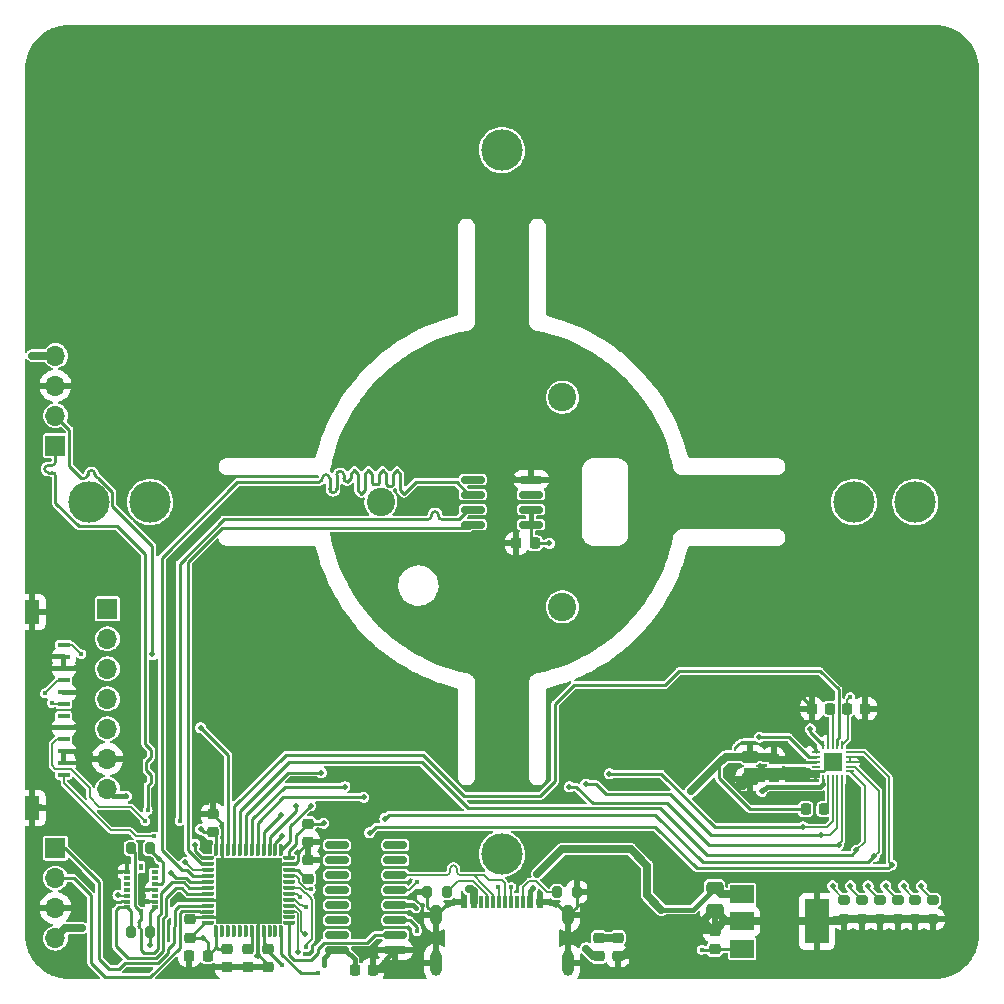
<source format=gbr>
%TF.GenerationSoftware,KiCad,Pcbnew,(6.0.5)*%
%TF.CreationDate,2023-11-29T10:13:34+07:00*%
%TF.ProjectId,view_base,76696577-5f62-4617-9365-2e6b69636164,rev?*%
%TF.SameCoordinates,Original*%
%TF.FileFunction,Copper,L1,Top*%
%TF.FilePolarity,Positive*%
%FSLAX46Y46*%
G04 Gerber Fmt 4.6, Leading zero omitted, Abs format (unit mm)*
G04 Created by KiCad (PCBNEW (6.0.5)) date 2023-11-29 10:13:34*
%MOMM*%
%LPD*%
G01*
G04 APERTURE LIST*
G04 Aperture macros list*
%AMRoundRect*
0 Rectangle with rounded corners*
0 $1 Rounding radius*
0 $2 $3 $4 $5 $6 $7 $8 $9 X,Y pos of 4 corners*
0 Add a 4 corners polygon primitive as box body*
4,1,4,$2,$3,$4,$5,$6,$7,$8,$9,$2,$3,0*
0 Add four circle primitives for the rounded corners*
1,1,$1+$1,$2,$3*
1,1,$1+$1,$4,$5*
1,1,$1+$1,$6,$7*
1,1,$1+$1,$8,$9*
0 Add four rect primitives between the rounded corners*
20,1,$1+$1,$2,$3,$4,$5,0*
20,1,$1+$1,$4,$5,$6,$7,0*
20,1,$1+$1,$6,$7,$8,$9,0*
20,1,$1+$1,$8,$9,$2,$3,0*%
G04 Aperture macros list end*
%TA.AperFunction,ComponentPad*%
%ADD10C,2.400000*%
%TD*%
%TA.AperFunction,ComponentPad*%
%ADD11C,3.500000*%
%TD*%
%TA.AperFunction,SMDPad,CuDef*%
%ADD12R,0.600000X1.090000*%
%TD*%
%TA.AperFunction,SMDPad,CuDef*%
%ADD13R,0.300000X1.090000*%
%TD*%
%TA.AperFunction,ComponentPad*%
%ADD14O,1.000000X2.200000*%
%TD*%
%TA.AperFunction,ComponentPad*%
%ADD15O,1.000000X1.800000*%
%TD*%
%TA.AperFunction,SMDPad,CuDef*%
%ADD16RoundRect,0.200000X0.200000X0.275000X-0.200000X0.275000X-0.200000X-0.275000X0.200000X-0.275000X0*%
%TD*%
%TA.AperFunction,SMDPad,CuDef*%
%ADD17RoundRect,0.200000X-0.200000X-0.275000X0.200000X-0.275000X0.200000X0.275000X-0.200000X0.275000X0*%
%TD*%
%TA.AperFunction,SMDPad,CuDef*%
%ADD18RoundRect,0.008100X0.126900X-0.426900X0.126900X0.426900X-0.126900X0.426900X-0.126900X-0.426900X0*%
%TD*%
%TA.AperFunction,SMDPad,CuDef*%
%ADD19RoundRect,0.008100X0.426900X0.126900X-0.426900X0.126900X-0.426900X-0.126900X0.426900X-0.126900X0*%
%TD*%
%TA.AperFunction,SMDPad,CuDef*%
%ADD20R,5.600000X5.600000*%
%TD*%
%TA.AperFunction,SMDPad,CuDef*%
%ADD21RoundRect,0.225000X-0.225000X-0.250000X0.225000X-0.250000X0.225000X0.250000X-0.225000X0.250000X0*%
%TD*%
%TA.AperFunction,SMDPad,CuDef*%
%ADD22RoundRect,0.250000X-0.475000X0.250000X-0.475000X-0.250000X0.475000X-0.250000X0.475000X0.250000X0*%
%TD*%
%TA.AperFunction,SMDPad,CuDef*%
%ADD23RoundRect,0.225000X-0.250000X0.225000X-0.250000X-0.225000X0.250000X-0.225000X0.250000X0.225000X0*%
%TD*%
%TA.AperFunction,SMDPad,CuDef*%
%ADD24R,2.000000X1.500000*%
%TD*%
%TA.AperFunction,SMDPad,CuDef*%
%ADD25R,2.000000X3.800000*%
%TD*%
%TA.AperFunction,SMDPad,CuDef*%
%ADD26RoundRect,0.150000X0.825000X0.150000X-0.825000X0.150000X-0.825000X-0.150000X0.825000X-0.150000X0*%
%TD*%
%TA.AperFunction,SMDPad,CuDef*%
%ADD27RoundRect,0.050000X0.050000X-0.300000X0.050000X0.300000X-0.050000X0.300000X-0.050000X-0.300000X0*%
%TD*%
%TA.AperFunction,SMDPad,CuDef*%
%ADD28RoundRect,0.050000X0.300000X-0.050000X0.300000X0.050000X-0.300000X0.050000X-0.300000X-0.050000X0*%
%TD*%
%TA.AperFunction,ComponentPad*%
%ADD29C,0.600000*%
%TD*%
%TA.AperFunction,SMDPad,CuDef*%
%ADD30R,1.500000X1.500000*%
%TD*%
%TA.AperFunction,SMDPad,CuDef*%
%ADD31RoundRect,0.225000X0.225000X0.250000X-0.225000X0.250000X-0.225000X-0.250000X0.225000X-0.250000X0*%
%TD*%
%TA.AperFunction,SMDPad,CuDef*%
%ADD32RoundRect,0.200000X-0.275000X0.200000X-0.275000X-0.200000X0.275000X-0.200000X0.275000X0.200000X0*%
%TD*%
%TA.AperFunction,SMDPad,CuDef*%
%ADD33RoundRect,0.225000X0.250000X-0.225000X0.250000X0.225000X-0.250000X0.225000X-0.250000X-0.225000X0*%
%TD*%
%TA.AperFunction,ComponentPad*%
%ADD34R,1.700000X1.700000*%
%TD*%
%TA.AperFunction,ComponentPad*%
%ADD35O,1.700000X1.700000*%
%TD*%
%TA.AperFunction,SMDPad,CuDef*%
%ADD36R,0.590000X0.350000*%
%TD*%
%TA.AperFunction,SMDPad,CuDef*%
%ADD37R,0.350000X0.590000*%
%TD*%
%TA.AperFunction,SMDPad,CuDef*%
%ADD38R,1.000000X0.400000*%
%TD*%
%TA.AperFunction,SMDPad,CuDef*%
%ADD39R,1.300000X2.000000*%
%TD*%
%TA.AperFunction,ViaPad*%
%ADD40C,0.400000*%
%TD*%
%TA.AperFunction,ViaPad*%
%ADD41C,0.500000*%
%TD*%
%TA.AperFunction,Conductor*%
%ADD42C,0.150000*%
%TD*%
%TA.AperFunction,Conductor*%
%ADD43C,0.250000*%
%TD*%
%TA.AperFunction,Conductor*%
%ADD44C,0.650000*%
%TD*%
%TA.AperFunction,Conductor*%
%ADD45C,0.400000*%
%TD*%
G04 APERTURE END LIST*
D10*
%TO.P,H3,1,1*%
%TO.N,unconnected-(H3-Pad1)*%
X105125400Y-91122500D03*
%TD*%
%TO.P,H1,1,1*%
%TO.N,unconnected-(H1-Pad1)*%
X105125400Y-108877500D03*
%TD*%
%TO.P,H2,1,1*%
%TO.N,unconnected-(H2-Pad1)*%
X89749100Y-100000000D03*
%TD*%
D11*
%TO.P,H4,1,1*%
%TO.N,unconnected-(H4-Pad1)*%
X100000000Y-129800000D03*
%TD*%
%TO.P,H5,1,1*%
%TO.N,unconnected-(H5-Pad1)*%
X70200000Y-100000000D03*
%TD*%
%TO.P,H6,1,1*%
%TO.N,unconnected-(H6-Pad1)*%
X100000000Y-70200000D03*
%TD*%
%TO.P,H7,1,1*%
%TO.N,unconnected-(H7-Pad1)*%
X129800000Y-100000000D03*
%TD*%
D12*
%TO.P,J2,A1,GND*%
%TO.N,GND*%
X96800000Y-133850000D03*
%TO.P,J2,A4,VBUS*%
%TO.N,+5V*%
X97600000Y-133850000D03*
D13*
%TO.P,J2,A5,CC1*%
%TO.N,/USB_CC1*%
X98750000Y-133850000D03*
%TO.P,J2,A6,D+*%
%TO.N,/USB_D+*%
X99750000Y-133850000D03*
%TO.P,J2,A7,D-*%
%TO.N,/USB_D-*%
X100250000Y-133850000D03*
%TO.P,J2,A8,SBU1*%
%TO.N,unconnected-(J2-PadA8)*%
X101250000Y-133850000D03*
D12*
%TO.P,J2,A9,VBUS*%
%TO.N,+5V*%
X102400000Y-133850000D03*
%TO.P,J2,A12,GND*%
%TO.N,GND*%
X103200000Y-133850000D03*
%TO.P,J2,B1,GND*%
X103200000Y-133850000D03*
%TO.P,J2,B4,VBUS*%
%TO.N,+5V*%
X102400000Y-133850000D03*
D13*
%TO.P,J2,B5,CC2*%
%TO.N,/USB_CC2*%
X101750000Y-133850000D03*
%TO.P,J2,B6,D+*%
%TO.N,/USB_D+*%
X100750000Y-133850000D03*
%TO.P,J2,B7,D-*%
%TO.N,/USB_D-*%
X99250000Y-133850000D03*
%TO.P,J2,B8,SBU2*%
%TO.N,unconnected-(J2-PadB8)*%
X98250000Y-133850000D03*
D12*
%TO.P,J2,B9,VBUS*%
%TO.N,+5V*%
X97600000Y-133850000D03*
%TO.P,J2,B12,GND*%
%TO.N,GND*%
X96800000Y-133850000D03*
D14*
%TO.P,J2,S1,SHIELD*%
X94380000Y-139000000D03*
X105620000Y-139000000D03*
D15*
X105620000Y-135000000D03*
X94380000Y-135000000D03*
%TD*%
D16*
%TO.P,R1,1*%
%TO.N,/USB_CC1*%
X95325000Y-133000000D03*
%TO.P,R1,2*%
%TO.N,GND*%
X93675000Y-133000000D03*
%TD*%
D17*
%TO.P,R2,1*%
%TO.N,/USB_CC2*%
X104675000Y-133000000D03*
%TO.P,R2,2*%
%TO.N,GND*%
X106325000Y-133000000D03*
%TD*%
D18*
%TO.P,U2,1,VBAT*%
%TO.N,+3V3*%
X75825000Y-136355000D03*
%TO.P,U2,2,PC13-ANTI_TAMP*%
%TO.N,unconnected-(U2-Pad2)*%
X76325000Y-136355000D03*
%TO.P,U2,3,PC14-OSC32_IN*%
%TO.N,unconnected-(U2-Pad3)*%
X76825000Y-136355000D03*
%TO.P,U2,4,PC15-OSC32_OUT*%
%TO.N,unconnected-(U2-Pad4)*%
X77325000Y-136355000D03*
%TO.P,U2,5,PH0-OSC_IN*%
%TO.N,unconnected-(U2-Pad5)*%
X77825000Y-136355000D03*
%TO.P,U2,6,PH1-OSC_OUT*%
%TO.N,unconnected-(U2-Pad6)*%
X78325000Y-136355000D03*
%TO.P,U2,7,NRST*%
%TO.N,Net-(C12-Pad2)*%
X78825000Y-136355000D03*
%TO.P,U2,8,VSSA*%
%TO.N,GND*%
X79325000Y-136355000D03*
%TO.P,U2,9,VREF+*%
%TO.N,+3V3*%
X79825000Y-136355000D03*
%TO.P,U2,10,PA0-WKUP*%
%TO.N,unconnected-(U2-Pad10)*%
X80325000Y-136355000D03*
%TO.P,U2,11,PA1*%
%TO.N,unconnected-(U2-Pad11)*%
X80825000Y-136355000D03*
%TO.P,U2,12,PA2*%
%TO.N,/USB_SERIAL_RXI*%
X81325000Y-136355000D03*
D19*
%TO.P,U2,13,PA3*%
%TO.N,/USB_SERIAL_TXO*%
X82005000Y-135675000D03*
%TO.P,U2,14,PA4*%
%TO.N,unconnected-(U2-Pad14)*%
X82005000Y-135175000D03*
%TO.P,U2,15,PA5*%
%TO.N,/MAG_CLK*%
X82005000Y-134675000D03*
%TO.P,U2,16,PA6*%
%TO.N,/TMC_WL*%
X82005000Y-134175000D03*
%TO.P,U2,17,PA7*%
%TO.N,/TMC_VL*%
X82005000Y-133675000D03*
%TO.P,U2,18,PB0*%
%TO.N,/GP1*%
X82005000Y-133175000D03*
%TO.P,U2,19,PB1*%
%TO.N,/GP2*%
X82005000Y-132675000D03*
%TO.P,U2,20,PB2*%
%TO.N,unconnected-(U2-Pad20)*%
X82005000Y-132175000D03*
%TO.P,U2,21,PB10*%
%TO.N,/LiD_SCL*%
X82005000Y-131675000D03*
%TO.P,U2,22,VCAP_1*%
%TO.N,Net-(C16-Pad1)*%
X82005000Y-131175000D03*
%TO.P,U2,23,VSS*%
%TO.N,GND*%
X82005000Y-130675000D03*
%TO.P,U2,24,VDD*%
%TO.N,+3V3*%
X82005000Y-130175000D03*
D18*
%TO.P,U2,25,PB12*%
%TO.N,/LCD_CSN*%
X81325000Y-129495000D03*
%TO.P,U2,26,PB13*%
%TO.N,/LCD_SCK*%
X80825000Y-129495000D03*
%TO.P,U2,27,PB14*%
%TO.N,/LCD_DC*%
X80325000Y-129495000D03*
%TO.P,U2,28,PB15*%
%TO.N,/LCD_MOSI*%
X79825000Y-129495000D03*
%TO.P,U2,29,PA8*%
%TO.N,/TMC_UH*%
X79325000Y-129495000D03*
%TO.P,U2,30,PA9*%
%TO.N,/TMC_VH*%
X78825000Y-129495000D03*
%TO.P,U2,31,PA10*%
%TO.N,/TMC_WH*%
X78325000Y-129495000D03*
%TO.P,U2,32,PA11*%
%TO.N,/TMC_UL*%
X77825000Y-129495000D03*
%TO.P,U2,33,PA12*%
%TO.N,/TMC_DIAG*%
X77325000Y-129495000D03*
%TO.P,U2,34,PA13*%
%TO.N,/SWDIO*%
X76825000Y-129495000D03*
%TO.P,U2,35,VSS*%
%TO.N,GND*%
X76325000Y-129495000D03*
%TO.P,U2,36,VDD*%
%TO.N,+3V3*%
X75825000Y-129495000D03*
D19*
%TO.P,U2,37,PA14*%
%TO.N,/SWCLK*%
X75145000Y-130175000D03*
%TO.P,U2,38,PA15*%
%TO.N,/MAG_CSN*%
X75145000Y-130675000D03*
%TO.P,U2,39,PB3*%
%TO.N,/LiD_SDA*%
X75145000Y-131175000D03*
%TO.P,U2,40,PB4*%
%TO.N,/MAG_DO*%
X75145000Y-131675000D03*
%TO.P,U2,41,PB5*%
%TO.N,/LCD_RST*%
X75145000Y-132175000D03*
%TO.P,U2,42,PB6*%
%TO.N,/IMU_SCL*%
X75145000Y-132675000D03*
%TO.P,U2,43,PB7*%
%TO.N,/IMU_SDA*%
X75145000Y-133175000D03*
%TO.P,U2,44,BOOT0*%
%TO.N,GND*%
X75145000Y-133675000D03*
%TO.P,U2,45,PB8*%
%TO.N,/LC_DAT*%
X75145000Y-134175000D03*
%TO.P,U2,46,PB9*%
%TO.N,/LC_CLK*%
X75145000Y-134675000D03*
%TO.P,U2,47,VSS*%
%TO.N,GND*%
X75145000Y-135175000D03*
%TO.P,U2,48,VDD*%
%TO.N,+3V3*%
X75145000Y-135675000D03*
D20*
%TO.P,U2,49,VSS*%
%TO.N,GND*%
X78575000Y-132925000D03*
%TD*%
D21*
%TO.P,C11,1*%
%TO.N,+3V3*%
X87525000Y-139600000D03*
%TO.P,C11,2*%
%TO.N,GND*%
X89075000Y-139600000D03*
%TD*%
D22*
%TO.P,C13,1*%
%TO.N,+5V*%
X121000000Y-121550000D03*
%TO.P,C13,2*%
%TO.N,GND*%
X121000000Y-123450000D03*
%TD*%
D23*
%TO.P,C14,1*%
%TO.N,+5V*%
X123000000Y-121725000D03*
%TO.P,C14,2*%
%TO.N,GND*%
X123000000Y-123275000D03*
%TD*%
D21*
%TO.P,C15,1*%
%TO.N,+5V*%
X125725000Y-126000000D03*
%TO.P,C15,2*%
%TO.N,Net-(C15-Pad2)*%
X127275000Y-126000000D03*
%TD*%
%TO.P,C17,1*%
%TO.N,+3V3*%
X129225000Y-117500000D03*
%TO.P,C17,2*%
%TO.N,GND*%
X130775000Y-117500000D03*
%TD*%
D24*
%TO.P,U6,1,VI*%
%TO.N,+5V*%
X120350000Y-133200000D03*
D25*
%TO.P,U6,2,GND*%
%TO.N,GND*%
X126650000Y-135500000D03*
D24*
X120350000Y-135500000D03*
%TO.P,U6,3,VO*%
%TO.N,+3V3*%
X120350000Y-137800000D03*
%TD*%
D26*
%TO.P,U3,1,GND*%
%TO.N,GND*%
X90975000Y-137945000D03*
%TO.P,U3,2,TXD*%
%TO.N,/USB_SERIAL_TXO*%
X90975000Y-136675000D03*
%TO.P,U3,3,RXD*%
%TO.N,/USB_SERIAL_RXI*%
X90975000Y-135405000D03*
%TO.P,U3,4,V3*%
%TO.N,+3V3*%
X90975000Y-134135000D03*
%TO.P,U3,5,UD+*%
%TO.N,/USB_D+*%
X90975000Y-132865000D03*
%TO.P,U3,6,UD-*%
%TO.N,/USB_D-*%
X90975000Y-131595000D03*
%TO.P,U3,7,NC*%
%TO.N,unconnected-(U3-Pad7)*%
X90975000Y-130325000D03*
%TO.P,U3,8,NC*%
%TO.N,unconnected-(U3-Pad8)*%
X90975000Y-129055000D03*
%TO.P,U3,9,~{CTS}*%
%TO.N,unconnected-(U3-Pad9)*%
X86025000Y-129055000D03*
%TO.P,U3,10,~{DSR}*%
%TO.N,unconnected-(U3-Pad10)*%
X86025000Y-130325000D03*
%TO.P,U3,11,~{RI}*%
%TO.N,unconnected-(U3-Pad11)*%
X86025000Y-131595000D03*
%TO.P,U3,12,~{DCD}*%
%TO.N,unconnected-(U3-Pad12)*%
X86025000Y-132865000D03*
%TO.P,U3,13,~{DTR}*%
%TO.N,unconnected-(U3-Pad13)*%
X86025000Y-134135000D03*
%TO.P,U3,14,~{RTS}*%
%TO.N,unconnected-(U3-Pad14)*%
X86025000Y-135405000D03*
%TO.P,U3,15,R232*%
%TO.N,unconnected-(U3-Pad15)*%
X86025000Y-136675000D03*
%TO.P,U3,16,VCC*%
%TO.N,+3V3*%
X86025000Y-137945000D03*
%TD*%
D27*
%TO.P,U5,1,W*%
%TO.N,Net-(J1-Pad1)*%
X127200000Y-123450000D03*
%TO.P,U5,2,VCP*%
%TO.N,Net-(C15-Pad2)*%
X127600000Y-123450000D03*
%TO.P,U5,3,UH*%
%TO.N,/TMC_UH*%
X128000000Y-123450000D03*
%TO.P,U5,4,VH*%
%TO.N,/TMC_VH*%
X128400000Y-123450000D03*
%TO.P,U5,5,WH*%
%TO.N,/TMC_WH*%
X128800000Y-123450000D03*
D28*
%TO.P,U5,6,UL*%
%TO.N,/TMC_UL*%
X129450000Y-122800000D03*
%TO.P,U5,7,WL*%
%TO.N,/TMC_WL*%
X129450000Y-122400000D03*
%TO.P,U5,8,GND*%
%TO.N,GND*%
X129450000Y-122000000D03*
%TO.P,U5,9,GND*%
X129450000Y-121600000D03*
%TO.P,U5,10,VL*%
%TO.N,/TMC_VL*%
X129450000Y-121200000D03*
D27*
%TO.P,U5,11,VIO/~{STDBY}*%
%TO.N,+3V3*%
X128800000Y-120550000D03*
%TO.P,U5,12,DIAG*%
%TO.N,/TMC_DIAG*%
X128400000Y-120550000D03*
%TO.P,U5,13,1V8OUT*%
%TO.N,Net-(C21-Pad1)*%
X128000000Y-120550000D03*
%TO.P,U5,14,GND*%
%TO.N,GND*%
X127600000Y-120550000D03*
%TO.P,U5,15,U*%
%TO.N,Net-(J1-Pad3)*%
X127200000Y-120550000D03*
D28*
%TO.P,U5,16,BRUV*%
%TO.N,GND*%
X126550000Y-121200000D03*
%TO.P,U5,17,V*%
%TO.N,Net-(J1-Pad2)*%
X126550000Y-121600000D03*
%TO.P,U5,18,VS*%
%TO.N,+5V*%
X126550000Y-122000000D03*
%TO.P,U5,19,NC*%
%TO.N,unconnected-(U5-Pad19)*%
X126550000Y-122400000D03*
%TO.P,U5,20,BRW*%
%TO.N,GND*%
X126550000Y-122800000D03*
D29*
%TO.P,U5,PAD,PAD*%
X127500000Y-122500000D03*
D30*
X128000000Y-122000000D03*
D29*
X128500000Y-121500000D03*
X128500000Y-122500000D03*
X127500000Y-121500000D03*
%TD*%
D31*
%TO.P,C21,1*%
%TO.N,Net-(C21-Pad1)*%
X127775000Y-117500000D03*
%TO.P,C21,2*%
%TO.N,GND*%
X126225000Y-117500000D03*
%TD*%
D26*
%TO.P,U1,1,VDD*%
%TO.N,+3V3*%
X102475000Y-101905000D03*
%TO.P,U1,2,MODE*%
X102475000Y-100635000D03*
%TO.P,U1,3,ANALOG/PWM*%
%TO.N,unconnected-(U1-Pad3)*%
X102475000Y-99365000D03*
%TO.P,U1,4,GND*%
%TO.N,GND*%
X102475000Y-98095000D03*
%TO.P,U1,5,PUSH*%
%TO.N,unconnected-(U1-Pad5)*%
X97525000Y-98095000D03*
%TO.P,U1,6,A/U/SDA/DO*%
%TO.N,/MAG_DO*%
X97525000Y-99365000D03*
%TO.P,U1,7,B/V/SCL/CLK*%
%TO.N,/MAG_CLK*%
X97525000Y-100635000D03*
%TO.P,U1,8,Z/W/CSN*%
%TO.N,/MAG_CSN*%
X97525000Y-101905000D03*
%TD*%
D31*
%TO.P,C20,1*%
%TO.N,+3V3*%
X102775000Y-103500000D03*
%TO.P,C20,2*%
%TO.N,GND*%
X101225000Y-103500000D03*
%TD*%
D32*
%TO.P,R7,1*%
%TO.N,/TMC_UH*%
X129000000Y-133675000D03*
%TO.P,R7,2*%
%TO.N,GND*%
X129000000Y-135325000D03*
%TD*%
%TO.P,R8,1*%
%TO.N,/TMC_VH*%
X130500000Y-133675000D03*
%TO.P,R8,2*%
%TO.N,GND*%
X130500000Y-135325000D03*
%TD*%
%TO.P,R12,1*%
%TO.N,/TMC_VL*%
X136500000Y-133675000D03*
%TO.P,R12,2*%
%TO.N,GND*%
X136500000Y-135325000D03*
%TD*%
%TO.P,R9,1*%
%TO.N,/TMC_WH*%
X132000000Y-133675000D03*
%TO.P,R9,2*%
%TO.N,GND*%
X132000000Y-135325000D03*
%TD*%
%TO.P,R10,1*%
%TO.N,/TMC_UL*%
X133500000Y-133675000D03*
%TO.P,R10,2*%
%TO.N,GND*%
X133500000Y-135325000D03*
%TD*%
%TO.P,R11,1*%
%TO.N,/TMC_WL*%
X135000000Y-133675000D03*
%TO.P,R11,2*%
%TO.N,GND*%
X135000000Y-135325000D03*
%TD*%
D22*
%TO.P,C10,1*%
%TO.N,+5V*%
X118000000Y-132650000D03*
%TO.P,C10,2*%
%TO.N,GND*%
X118000000Y-134550000D03*
%TD*%
D33*
%TO.P,C9,1*%
%TO.N,+3V3*%
X118000000Y-137875000D03*
%TO.P,C9,2*%
%TO.N,GND*%
X118000000Y-136325000D03*
%TD*%
D11*
%TO.P,H8,1,1*%
%TO.N,unconnected-(H8-Pad1)*%
X135000000Y-100000000D03*
%TD*%
%TO.P,H9,1,1*%
%TO.N,unconnected-(H9-Pad1)*%
X65000000Y-100000000D03*
%TD*%
D16*
%TO.P,R3,1*%
%TO.N,+3V3*%
X70222500Y-136425000D03*
%TO.P,R3,2*%
%TO.N,/IMU_SDA*%
X68572500Y-136425000D03*
%TD*%
D34*
%TO.P,J6,1,Pin_1*%
%TO.N,/LCD_RST*%
X66600000Y-109040000D03*
D35*
%TO.P,J6,2,Pin_2*%
%TO.N,/LCD_CSN*%
X66600000Y-111580000D03*
%TO.P,J6,3,Pin_3*%
%TO.N,/LCD_DC*%
X66600000Y-114120000D03*
%TO.P,J6,4,Pin_4*%
%TO.N,/LCD_MOSI*%
X66600000Y-116660000D03*
%TO.P,J6,5,Pin_5*%
%TO.N,/LCD_SCK*%
X66600000Y-119200000D03*
%TO.P,J6,6,Pin_6*%
%TO.N,GND*%
X66600000Y-121740000D03*
%TO.P,J6,7,Pin_7*%
%TO.N,+3V3*%
X66600000Y-124280000D03*
%TD*%
D33*
%TO.P,C1,1*%
%TO.N,+3V3*%
X73600000Y-136875000D03*
%TO.P,C1,2*%
%TO.N,GND*%
X73600000Y-135325000D03*
%TD*%
D31*
%TO.P,C4,1*%
%TO.N,+3V3*%
X75075000Y-138400000D03*
%TO.P,C4,2*%
%TO.N,GND*%
X73525000Y-138400000D03*
%TD*%
D33*
%TO.P,C2,1*%
%TO.N,+3V3*%
X75500000Y-127975000D03*
%TO.P,C2,2*%
%TO.N,GND*%
X75500000Y-126425000D03*
%TD*%
D34*
%TO.P,J5,1,Pin_1*%
%TO.N,/LC_DAT*%
X62200000Y-129300000D03*
D35*
%TO.P,J5,2,Pin_2*%
%TO.N,/LC_CLK*%
X62200000Y-131840000D03*
%TO.P,J5,3,Pin_3*%
%TO.N,GND*%
X62200000Y-134380000D03*
%TO.P,J5,4,Pin_4*%
%TO.N,+3V3*%
X62200000Y-136920000D03*
%TD*%
D33*
%TO.P,C12,1*%
%TO.N,GND*%
X78500000Y-139375000D03*
%TO.P,C12,2*%
%TO.N,Net-(C12-Pad2)*%
X78500000Y-137825000D03*
%TD*%
D23*
%TO.P,C5,1*%
%TO.N,Net-(C3-Pad2)*%
X109800000Y-136900000D03*
%TO.P,C5,2*%
%TO.N,GND*%
X109800000Y-138450000D03*
%TD*%
D16*
%TO.P,R4,1*%
%TO.N,+3V3*%
X70222500Y-129325000D03*
%TO.P,R4,2*%
%TO.N,/IMU_SCL*%
X68572500Y-129325000D03*
%TD*%
D33*
%TO.P,C16,1*%
%TO.N,Net-(C16-Pad1)*%
X83600000Y-131875000D03*
%TO.P,C16,2*%
%TO.N,GND*%
X83600000Y-130325000D03*
%TD*%
D23*
%TO.P,C8,1*%
%TO.N,+3V3*%
X76700000Y-137825000D03*
%TO.P,C8,2*%
%TO.N,GND*%
X76700000Y-139375000D03*
%TD*%
D33*
%TO.P,C3,1*%
%TO.N,+3V3*%
X108200000Y-138450000D03*
%TO.P,C3,2*%
%TO.N,Net-(C3-Pad2)*%
X108200000Y-136900000D03*
%TD*%
D23*
%TO.P,C7,1*%
%TO.N,+3V3*%
X83600000Y-127225000D03*
%TO.P,C7,2*%
%TO.N,GND*%
X83600000Y-128775000D03*
%TD*%
D36*
%TO.P,U4,1,INT2*%
%TO.N,unconnected-(U4-Pad1)*%
X70600000Y-131325000D03*
%TO.P,U4,2,NC*%
%TO.N,unconnected-(U4-Pad2)*%
X70600000Y-131825000D03*
%TO.P,U4,3,VDD*%
%TO.N,+3V3*%
X70600000Y-132325000D03*
%TO.P,U4,4,GNDA*%
%TO.N,GND*%
X70600000Y-132825000D03*
%TO.P,U4,5,CSB2*%
%TO.N,unconnected-(U4-Pad5)*%
X70600000Y-133325000D03*
%TO.P,U4,6,GNDIO*%
%TO.N,GND*%
X70600000Y-133825000D03*
%TO.P,U4,7,PS*%
%TO.N,+3V3*%
X70600000Y-134325000D03*
D37*
%TO.P,U4,8,SCL/SCK*%
%TO.N,/IMU_SCL*%
X69435000Y-134740000D03*
D36*
%TO.P,U4,9,SDA/SDI*%
%TO.N,/IMU_SDA*%
X68270000Y-134325000D03*
%TO.P,U4,10,SDO2*%
%TO.N,GND*%
X68270000Y-133825000D03*
%TO.P,U4,11,VDDIO*%
%TO.N,+3V3*%
X68270000Y-133325000D03*
%TO.P,U4,12,INT3*%
%TO.N,unconnected-(U4-Pad12)*%
X68270000Y-132825000D03*
%TO.P,U4,13,INT4*%
%TO.N,unconnected-(U4-Pad13)*%
X68270000Y-132325000D03*
%TO.P,U4,14,CSB1*%
%TO.N,unconnected-(U4-Pad14)*%
X68270000Y-131825000D03*
%TO.P,U4,15,SDO1*%
%TO.N,GND*%
X68270000Y-131325000D03*
D37*
%TO.P,U4,16,INT1*%
%TO.N,unconnected-(U4-Pad16)*%
X69435000Y-130910000D03*
%TD*%
D38*
%TO.P,J7,1,Pin_1*%
%TO.N,/LiD_SCL*%
X62900000Y-112100000D03*
%TO.P,J7,2,Pin_2*%
%TO.N,GND*%
X62900000Y-113100000D03*
%TO.P,J7,3,Pin_3*%
X62900000Y-114100000D03*
%TO.P,J7,4,Pin_4*%
%TO.N,/GP1*%
X62900000Y-115100000D03*
%TO.P,J7,5,Pin_5*%
%TO.N,GND*%
X62900000Y-116100000D03*
%TO.P,J7,6,Pin_6*%
%TO.N,+3V3*%
X62900000Y-117100000D03*
%TO.P,J7,7,Pin_7*%
%TO.N,/VSYNC_RST*%
X62900000Y-118100000D03*
%TO.P,J7,8,Pin_8*%
%TO.N,GND*%
X62900000Y-119100000D03*
%TO.P,J7,9,Pin_9*%
%TO.N,/GP2*%
X62900000Y-120100000D03*
%TO.P,J7,10,Pin_10*%
%TO.N,GND*%
X62900000Y-121100000D03*
%TO.P,J7,11,Pin_11*%
X62900000Y-122100000D03*
%TO.P,J7,12,Pin_12*%
%TO.N,/LiD_SDA*%
X62900000Y-123100000D03*
D39*
%TO.P,J7,MP*%
%TO.N,GND*%
X60200000Y-125900000D03*
X60200000Y-109300000D03*
%TD*%
D34*
%TO.P,J3,1,Pin_1*%
%TO.N,/SWCLK*%
X62200000Y-95220000D03*
D35*
%TO.P,J3,2,Pin_2*%
%TO.N,/SWDIO*%
X62200000Y-92680000D03*
%TO.P,J3,3,Pin_3*%
%TO.N,GND*%
X62200000Y-90140000D03*
%TO.P,J3,4,Pin_4*%
%TO.N,+3V3*%
X62200000Y-87600000D03*
%TD*%
D23*
%TO.P,C6,1*%
%TO.N,+3V3*%
X80200000Y-137825000D03*
%TO.P,C6,2*%
%TO.N,GND*%
X80200000Y-139375000D03*
%TD*%
D40*
%TO.N,GND*%
X94300000Y-97000000D03*
D41*
X137000000Y-139500000D03*
D40*
X65200000Y-139900000D03*
D41*
X133700000Y-108900000D03*
X106200000Y-116300000D03*
X120000000Y-124000000D03*
X77800000Y-130800000D03*
X80900000Y-131700000D03*
D40*
X72000000Y-106700000D03*
D41*
X88100000Y-117800000D03*
X81400000Y-114300000D03*
X76400000Y-131700000D03*
D40*
X99000000Y-99000000D03*
X60100000Y-123500000D03*
X72000000Y-107900000D03*
D41*
X78800000Y-110100000D03*
D40*
X86200000Y-96700000D03*
X75000000Y-99900000D03*
X81400000Y-99000000D03*
X89900000Y-96700000D03*
X86900000Y-99000000D03*
D41*
X76100000Y-107700000D03*
X80100000Y-113100000D03*
D40*
X65000000Y-116500000D03*
X71700000Y-139500000D03*
D41*
X106200000Y-118900000D03*
D40*
X66500000Y-135300000D03*
D41*
X133700000Y-107700000D03*
D40*
X64100000Y-129500000D03*
D41*
X125300000Y-116400000D03*
D40*
X63900000Y-119000000D03*
D41*
X79800000Y-132500000D03*
X92100000Y-120200000D03*
X114000000Y-120500000D03*
X137000000Y-129000000D03*
D40*
X67600000Y-129200000D03*
X65000000Y-117100000D03*
D41*
X123900000Y-118800000D03*
X72600000Y-133500000D03*
D40*
X64300000Y-122100000D03*
D41*
X92100000Y-117800000D03*
X79900000Y-130800000D03*
D40*
X60100000Y-119300000D03*
D41*
X130500000Y-122000000D03*
X89400000Y-120200000D03*
X108600000Y-117500000D03*
X90700000Y-117800000D03*
X84100000Y-115500000D03*
X78900000Y-131700000D03*
D40*
X72000000Y-102800000D03*
D41*
X117000000Y-135500000D03*
D40*
X66400000Y-131800000D03*
D41*
X84100000Y-114300000D03*
D40*
X71100000Y-103800000D03*
D41*
X133500000Y-115000000D03*
D40*
X65000000Y-113400000D03*
X70600000Y-124200000D03*
X70500000Y-116600000D03*
X65000000Y-117700000D03*
X60100000Y-122200000D03*
D41*
X93300000Y-117800000D03*
X119500000Y-115000000D03*
D40*
X87600000Y-100900000D03*
X72200000Y-104700000D03*
X63900000Y-116100000D03*
X69500000Y-131900000D03*
D41*
X77400000Y-108900000D03*
X135000000Y-110100000D03*
D40*
X66500000Y-137200000D03*
D41*
X77300000Y-132600000D03*
D40*
X63800000Y-125400000D03*
X67600000Y-130000000D03*
D41*
X76800000Y-98200000D03*
X137600000Y-108900000D03*
D40*
X71800000Y-135600000D03*
X66500000Y-126600000D03*
X60100000Y-120700000D03*
X64500000Y-139100000D03*
X65200000Y-127000000D03*
D41*
X136400000Y-108900000D03*
D40*
X87500000Y-96700000D03*
X68200000Y-123600000D03*
X72100000Y-110100000D03*
X65000000Y-118900000D03*
X95200000Y-97600000D03*
D41*
X101000000Y-98000000D03*
D40*
X82000000Y-100800000D03*
X72300000Y-138900000D03*
X68800000Y-122500000D03*
X63900000Y-114700000D03*
D41*
X89400000Y-117800000D03*
D40*
X74200000Y-102600000D03*
D41*
X100000000Y-103500000D03*
X132400000Y-110100000D03*
D40*
X67900000Y-122500000D03*
X62600000Y-124400000D03*
X92600000Y-100900000D03*
D41*
X137600000Y-107700000D03*
D40*
X63900000Y-117600000D03*
X65000000Y-115300000D03*
D41*
X122101000Y-123000000D03*
X74800000Y-107700000D03*
D40*
X93900000Y-98900000D03*
D41*
X132400000Y-107700000D03*
D40*
X88600000Y-96700000D03*
D41*
X129500000Y-127500000D03*
D40*
X68900000Y-120700000D03*
X72100000Y-109000000D03*
D41*
X107399999Y-120200000D03*
X74800000Y-110100000D03*
X125989000Y-120347000D03*
D40*
X86600000Y-100900000D03*
X91300000Y-96700000D03*
X69600000Y-139600000D03*
D41*
X80100000Y-114300000D03*
D40*
X68100000Y-127200000D03*
D41*
X106200000Y-117500000D03*
X137600000Y-110100000D03*
X84100000Y-113100000D03*
X107399999Y-118900000D03*
D40*
X60200000Y-108700000D03*
X66500000Y-132900000D03*
X64500000Y-137100000D03*
X60100000Y-114700000D03*
D41*
X82700000Y-113100000D03*
D40*
X67500000Y-127200000D03*
X61400000Y-114700000D03*
X77100000Y-99800000D03*
X64600000Y-130000000D03*
X83800000Y-99000000D03*
D41*
X76100000Y-110100000D03*
D40*
X61400000Y-120700000D03*
X69600000Y-121300000D03*
X63200000Y-124900000D03*
X94800000Y-100300000D03*
X69500000Y-132700000D03*
X71100000Y-140100000D03*
X95700000Y-100900000D03*
X68800000Y-124000000D03*
X72000000Y-114600000D03*
D41*
X76500000Y-100700000D03*
D40*
X95300000Y-98900000D03*
X65000000Y-114100000D03*
D41*
X78150000Y-133350000D03*
D40*
X64800000Y-126600000D03*
D41*
X115000000Y-139500000D03*
D40*
X61500000Y-123200000D03*
D41*
X136400000Y-107700000D03*
D40*
X61600000Y-126300000D03*
X63900000Y-120500000D03*
X72000000Y-115600000D03*
X65000000Y-119500000D03*
X68400000Y-128400000D03*
X65200000Y-123000000D03*
D41*
X80100000Y-115500000D03*
D40*
X63900000Y-116900000D03*
D41*
X135000000Y-108900000D03*
X78800000Y-107700000D03*
D40*
X64100000Y-131200000D03*
X91600000Y-100900000D03*
D41*
X126500000Y-115000000D03*
X80300000Y-133900000D03*
D40*
X63800000Y-123900000D03*
X62100000Y-123900000D03*
D41*
X133700000Y-110100000D03*
D40*
X69500000Y-133700000D03*
D41*
X107400000Y-117500000D03*
D40*
X75900000Y-99000000D03*
D41*
X127200000Y-118900000D03*
X107400000Y-121500000D03*
D40*
X59900000Y-126400000D03*
X61400000Y-122200000D03*
X65000000Y-114700000D03*
X70600000Y-119400000D03*
X99000000Y-100600000D03*
X74100000Y-100800000D03*
X60100000Y-117900000D03*
D41*
X77400000Y-110100000D03*
D40*
X61400000Y-112000000D03*
X80700000Y-100800000D03*
X59900000Y-111800000D03*
D41*
X90700000Y-119000000D03*
D40*
X63600000Y-129000000D03*
X61400000Y-119300000D03*
X66600000Y-128200000D03*
X69300000Y-124500000D03*
D41*
X137000000Y-124000000D03*
D40*
X79000000Y-98900000D03*
X66500000Y-136300000D03*
X77800000Y-100800000D03*
X72100000Y-112400000D03*
D41*
X88100000Y-120200000D03*
D40*
X63900000Y-115400000D03*
D41*
X80000000Y-108900000D03*
X108600000Y-121500000D03*
X90700000Y-120200000D03*
D40*
X78900000Y-100800000D03*
X63900000Y-121300000D03*
X60100000Y-116600000D03*
D41*
X108600000Y-116300000D03*
D40*
X74000000Y-123800000D03*
X66900000Y-127000000D03*
D41*
X130000000Y-139500000D03*
X77400000Y-107700000D03*
X81400000Y-113100000D03*
D40*
X69500000Y-123100000D03*
D41*
X81400000Y-115500000D03*
D40*
X73100000Y-101800000D03*
X64400000Y-124500000D03*
X71900000Y-123400000D03*
D41*
X79325000Y-133875000D03*
D40*
X65800000Y-131200000D03*
D41*
X93300000Y-119000000D03*
D40*
X66100000Y-127800000D03*
X72400000Y-129000000D03*
X68600000Y-139600000D03*
X72100000Y-111300000D03*
D41*
X106200000Y-121500000D03*
X132400000Y-108900000D03*
D40*
X77900000Y-99000000D03*
X66500000Y-134000000D03*
X64800000Y-131900000D03*
X72000000Y-120700000D03*
X65000000Y-120200000D03*
D41*
X85300000Y-113100000D03*
D40*
X80200000Y-99000000D03*
D41*
X125000000Y-139500000D03*
D40*
X75300000Y-101500000D03*
X99000000Y-99800000D03*
X70600000Y-122100000D03*
D41*
X137000000Y-119000000D03*
D40*
X75000000Y-125500000D03*
D41*
X78800000Y-108900000D03*
X136400000Y-110100000D03*
X110900000Y-137800000D03*
X85300000Y-114300000D03*
D40*
X67100000Y-138700000D03*
D41*
X85300000Y-115500000D03*
X108600000Y-118900001D03*
X106200000Y-120200000D03*
D40*
X60900000Y-125700000D03*
D41*
X92100000Y-119000000D03*
D40*
X86400000Y-99700000D03*
D41*
X82700000Y-114300000D03*
D40*
X85500000Y-100800000D03*
D41*
X88100000Y-119000000D03*
D40*
X65000000Y-115900000D03*
D41*
X82700000Y-115500000D03*
D40*
X93600000Y-100400000D03*
X66500000Y-138100000D03*
X87900000Y-99800000D03*
X74000000Y-125500000D03*
X63900000Y-119700000D03*
X92300000Y-99600000D03*
X65200000Y-130600000D03*
D41*
X120000000Y-139500000D03*
D40*
X61400000Y-117900000D03*
X85000000Y-99700000D03*
X82700000Y-99000000D03*
D41*
X130300000Y-118600000D03*
X80000000Y-107700000D03*
X118000000Y-125500000D03*
D40*
X65600000Y-127400000D03*
D41*
X80000000Y-110100000D03*
D40*
X64500000Y-138100000D03*
D41*
X108600000Y-120199999D03*
D40*
X65000000Y-118300000D03*
X63900000Y-118400000D03*
X92600000Y-96600000D03*
X67500000Y-128400000D03*
X83200000Y-100800000D03*
X65200000Y-121400000D03*
X72000000Y-105600000D03*
X71900000Y-117800000D03*
X60200000Y-109800000D03*
D41*
X135000000Y-107700000D03*
X74800000Y-108900000D03*
D40*
X84300000Y-100800000D03*
X72800000Y-129400000D03*
X60400000Y-125200000D03*
D41*
X93300000Y-120200000D03*
D40*
X79800000Y-100800000D03*
D41*
X89400000Y-119000000D03*
X76100000Y-108900000D03*
D40*
X71800000Y-125400000D03*
X65000000Y-120800000D03*
D41*
X107400000Y-116300000D03*
D40*
X73200000Y-103700000D03*
X64700000Y-122600000D03*
X63900000Y-114000000D03*
%TO.N,/USB_D+*%
X92800000Y-132200000D03*
X100800000Y-132600000D03*
X99700000Y-132600000D03*
D41*
%TO.N,Net-(J1-Pad3)*%
X126100000Y-119200000D03*
%TO.N,Net-(J1-Pad2)*%
X121800000Y-119900000D03*
%TO.N,Net-(J1-Pad1)*%
X122000000Y-124500000D03*
D40*
%TO.N,/USB_SERIAL_RXI*%
X92800000Y-136300000D03*
X84400000Y-139900000D03*
D41*
%TO.N,/MAG_CLK*%
X82700000Y-138100000D03*
D40*
X72700000Y-127000000D03*
D41*
%TO.N,/TMC_UH*%
X109100000Y-123000000D03*
X125500000Y-127500000D03*
X88300000Y-125000000D03*
X128000000Y-132500000D03*
%TO.N,/TMC_VH*%
X86700000Y-124100000D03*
X107100000Y-123900000D03*
X127000000Y-128200000D03*
X129500000Y-132500000D03*
%TO.N,/TMC_WH*%
X105700000Y-124100000D03*
X84700000Y-122900000D03*
X128500000Y-129000000D03*
X131000000Y-132500000D03*
%TO.N,/TMC_UL*%
X130000000Y-129500000D03*
X132500000Y-132500000D03*
%TO.N,/TMC_WL*%
X131500000Y-130000000D03*
X90100000Y-126800000D03*
X134000000Y-132500000D03*
X83300000Y-136600000D03*
D40*
%TO.N,/TMC_VL*%
X83400000Y-134300000D03*
D41*
X88800000Y-128000000D03*
X133000000Y-130700000D03*
X135500000Y-132500000D03*
%TO.N,+5V*%
X102600000Y-132700000D03*
X103007000Y-131459000D03*
X116000000Y-124500000D03*
X113500000Y-134500000D03*
X111000000Y-129500000D03*
X97207900Y-132761000D03*
%TO.N,+3V3*%
X74700000Y-136900000D03*
X107100000Y-137800000D03*
X74500000Y-127700000D03*
D40*
X92700000Y-134400000D03*
X84900000Y-139200000D03*
D41*
X68200000Y-124900000D03*
D40*
X61900000Y-117000000D03*
D41*
X71000000Y-130200000D03*
X67500000Y-133300000D03*
D40*
X116900000Y-137900000D03*
X81400000Y-139200000D03*
X129500000Y-116500000D03*
D41*
X84900000Y-127200000D03*
X64420000Y-136080000D03*
X60200000Y-87620000D03*
X104000000Y-103500000D03*
X70235000Y-137540000D03*
D40*
%TO.N,/LiD_SCL*%
X83800000Y-132800000D03*
X64400000Y-112900000D03*
D41*
%TO.N,/SWCLK*%
X74000000Y-129000000D03*
D40*
X70000000Y-126100000D03*
%TO.N,/LiD_SDA*%
X70500000Y-128300000D03*
D41*
X73200000Y-130500000D03*
%TO.N,/LCD_CSN*%
X83800000Y-125700000D03*
%TO.N,/LCD_SCK*%
X81418373Y-128235515D03*
%TO.N,/LCD_MOSI*%
X81273056Y-126473056D03*
%TO.N,/SWDIO*%
X70400000Y-112900000D03*
X74500000Y-119100000D03*
%TO.N,/LCD_DC*%
X82523056Y-125700000D03*
%TO.N,/LCD_RST*%
X72000000Y-131400000D03*
D40*
%TO.N,/GP1*%
X61300000Y-116200000D03*
X82900000Y-133400000D03*
%TO.N,/GP2*%
X83400000Y-137700000D03*
X69800000Y-127000000D03*
%TD*%
D42*
%TO.N,/USB_D-*%
X98495000Y-131595000D02*
X97595000Y-131595000D01*
X98900000Y-132000000D02*
X98495000Y-131595000D01*
X100000000Y-132000000D02*
X98900000Y-132000000D01*
X100250000Y-132250000D02*
X100000000Y-132000000D01*
X100250000Y-133850000D02*
X100250000Y-132250000D01*
X98350000Y-132350000D02*
X97595000Y-131595000D01*
X99250000Y-133250000D02*
X98350000Y-132350000D01*
X99250000Y-133850000D02*
X99250000Y-133330489D01*
D43*
%TO.N,GND*%
X106325000Y-133000000D02*
X106325000Y-134295000D01*
X76325000Y-130675000D02*
X78575000Y-132925000D01*
D44*
X117825000Y-136325000D02*
X117000000Y-135500000D01*
D43*
X80825000Y-130675000D02*
X78575000Y-132925000D01*
D42*
X127200000Y-118900000D02*
X127600000Y-119300000D01*
D43*
X79325000Y-133675000D02*
X78575000Y-132925000D01*
X80200000Y-139375000D02*
X80200000Y-139175000D01*
D44*
X122000000Y-122950000D02*
X121182000Y-122950000D01*
D45*
X89075000Y-139600000D02*
X89320000Y-139600000D01*
D44*
X109800000Y-138450000D02*
X110250000Y-138450000D01*
X110250000Y-138450000D02*
X110900000Y-137800000D01*
D43*
X130300000Y-118600000D02*
X130775000Y-118125000D01*
X72775000Y-133675000D02*
X72600000Y-133500000D01*
X82005000Y-130675000D02*
X82458485Y-130675000D01*
X75145000Y-133675000D02*
X77825000Y-133675000D01*
D44*
X132000000Y-135325000D02*
X133500000Y-135325000D01*
D43*
X82714520Y-129685480D02*
X83600000Y-128800000D01*
X79325000Y-136355000D02*
X79325000Y-138300000D01*
D45*
X124000000Y-122775000D02*
X125934000Y-122775000D01*
D43*
X93675000Y-133000000D02*
X93675000Y-134295000D01*
X75145000Y-133675000D02*
X72775000Y-133675000D01*
X96800000Y-133850000D02*
X95530000Y-133850000D01*
X77825000Y-133675000D02*
X78150000Y-133350000D01*
D45*
X89320000Y-139600000D02*
X90975000Y-137945000D01*
D44*
X120450000Y-124000000D02*
X121000000Y-123450000D01*
D43*
X106325000Y-134295000D02*
X105620000Y-135000000D01*
X78150000Y-133350000D02*
X78575000Y-132925000D01*
D44*
X126650000Y-135500000D02*
X120350000Y-135500000D01*
D43*
X75145000Y-135175000D02*
X76325000Y-135175000D01*
X83600000Y-128800000D02*
X83600000Y-128775000D01*
X95530000Y-133850000D02*
X94380000Y-135000000D01*
X79325000Y-136355000D02*
X79325000Y-133875000D01*
D44*
X133500000Y-135325000D02*
X135000000Y-135325000D01*
D42*
X127600000Y-119300000D02*
X127600000Y-120550000D01*
D44*
X128825000Y-135500000D02*
X129000000Y-135325000D01*
D43*
X80200000Y-139175000D02*
X79325000Y-138300000D01*
X76325000Y-129495000D02*
X76325000Y-130675000D01*
X104470000Y-133850000D02*
X105620000Y-135000000D01*
X76325000Y-129495000D02*
X76325000Y-127250000D01*
X101225000Y-103500000D02*
X100000000Y-103500000D01*
D44*
X120350000Y-135500000D02*
X118950000Y-135500000D01*
D43*
X76325000Y-135175000D02*
X77825000Y-133675000D01*
X75145000Y-135175000D02*
X73750000Y-135175000D01*
X82714520Y-130418965D02*
X82714520Y-129685480D01*
X79325000Y-133875000D02*
X79325000Y-133675000D01*
X76325000Y-127250000D02*
X75500000Y-126425000D01*
D44*
X129000000Y-135325000D02*
X130500000Y-135325000D01*
X126650000Y-135500000D02*
X128825000Y-135500000D01*
D43*
X117000000Y-135500000D02*
X117050000Y-135500000D01*
X117050000Y-135500000D02*
X117175000Y-135500000D01*
X102475000Y-98095000D02*
X101095000Y-98095000D01*
X82458485Y-130675000D02*
X82714520Y-130418965D01*
D44*
X118825000Y-135500000D02*
X118000000Y-136325000D01*
X117950000Y-134550000D02*
X117000000Y-135500000D01*
X136500000Y-135325000D02*
X135000000Y-135325000D01*
D43*
X101095000Y-98095000D02*
X101000000Y-98000000D01*
X103200000Y-133850000D02*
X104470000Y-133850000D01*
X127200000Y-122800000D02*
X127500000Y-122500000D01*
X126225000Y-117325000D02*
X126225000Y-117500000D01*
X77825000Y-133675000D02*
X78575000Y-132925000D01*
D44*
X118000000Y-136325000D02*
X117825000Y-136325000D01*
X118950000Y-135500000D02*
X118825000Y-135500000D01*
D43*
X126550000Y-122800000D02*
X127200000Y-122800000D01*
D42*
X129450000Y-121600000D02*
X130100000Y-121600000D01*
D43*
X124025000Y-122800000D02*
X124000000Y-122775000D01*
D42*
X129450000Y-122000000D02*
X130500000Y-122000000D01*
D43*
X126550000Y-121200000D02*
X126550000Y-120908000D01*
D44*
X120350000Y-135500000D02*
X118950000Y-135500000D01*
D43*
X125300000Y-116400000D02*
X126225000Y-117325000D01*
X73750000Y-135175000D02*
X73600000Y-135325000D01*
X117000000Y-135500000D02*
X117050000Y-135500000D01*
D44*
X130500000Y-135325000D02*
X132000000Y-135325000D01*
D42*
X130100000Y-121600000D02*
X130500000Y-122000000D01*
D43*
X130775000Y-118125000D02*
X130775000Y-117500000D01*
X126550000Y-120908000D02*
X125989000Y-120347000D01*
X126550000Y-122800000D02*
X124025000Y-122800000D01*
X93675000Y-134295000D02*
X94380000Y-135000000D01*
D44*
X118000000Y-134550000D02*
X117950000Y-134550000D01*
X122048000Y-122998000D02*
X122000000Y-122950000D01*
X118950000Y-135500000D02*
X118000000Y-134550000D01*
X120000000Y-124000000D02*
X120450000Y-124000000D01*
D43*
X82005000Y-130675000D02*
X80825000Y-130675000D01*
D42*
%TO.N,/USB_CC1*%
X97570000Y-132075000D02*
X98750000Y-133255000D01*
X96250000Y-132075000D02*
X97570000Y-132075000D01*
X95325000Y-133000000D02*
X96250000Y-132075000D01*
X98750000Y-133255000D02*
X98750000Y-133850000D01*
%TO.N,/USB_D-*%
X96195000Y-131295000D02*
X96195000Y-131067737D01*
X95295000Y-131595000D02*
X94485788Y-131595000D01*
X97595000Y-131595000D02*
X96495000Y-131595000D01*
X99250000Y-133850000D02*
X99250000Y-133250000D01*
X95595000Y-131067737D02*
X95595000Y-131295000D01*
X94485788Y-131595000D02*
X90975000Y-131595000D01*
X95895000Y-130767700D02*
G75*
G02*
X96195000Y-131067737I0J-300000D01*
G01*
X95595037Y-131067737D02*
G75*
G02*
X95895000Y-130767737I299963J37D01*
G01*
X96195000Y-131295000D02*
G75*
G03*
X96495000Y-131595000I300000J0D01*
G01*
X95295000Y-131595000D02*
G75*
G03*
X95595000Y-131295000I0J300000D01*
G01*
%TO.N,/USB_D+*%
X92135000Y-132865000D02*
X90975000Y-132865000D01*
X99750000Y-133850000D02*
X99750000Y-132650000D01*
X100750000Y-133850000D02*
X100750000Y-132650000D01*
X99750000Y-132650000D02*
X99700000Y-132600000D01*
X92800000Y-132200000D02*
X92135000Y-132865000D01*
X100750000Y-132650000D02*
X100800000Y-132600000D01*
%TO.N,/USB_CC2*%
X102300000Y-132075000D02*
X102900000Y-132075000D01*
X101750000Y-132625000D02*
X102300000Y-132075000D01*
X103825000Y-133000000D02*
X104675000Y-133000000D01*
X101750000Y-133850000D02*
X101750000Y-132625000D01*
X102900000Y-132075000D02*
X103825000Y-133000000D01*
%TO.N,Net-(C15-Pad2)*%
X127600000Y-125675000D02*
X127600000Y-123450000D01*
X127275000Y-126000000D02*
X127600000Y-125675000D01*
%TO.N,Net-(C21-Pad1)*%
X128000000Y-120550000D02*
X128000000Y-117725000D01*
X128000000Y-117725000D02*
X127775000Y-117500000D01*
D43*
%TO.N,Net-(J1-Pad3)*%
X126100000Y-119200000D02*
X126100000Y-119450000D01*
X126100000Y-119450000D02*
X127200000Y-120550000D01*
%TO.N,Net-(J1-Pad2)*%
X126000000Y-121600000D02*
X124300000Y-119900000D01*
X126550000Y-121600000D02*
X126000000Y-121600000D01*
X124300000Y-119900000D02*
X121800000Y-119900000D01*
D45*
%TO.N,Net-(J1-Pad1)*%
X126900000Y-124100000D02*
X122400000Y-124100000D01*
X126900000Y-124100000D02*
X127150000Y-123850000D01*
D43*
X127150000Y-123850000D02*
X126900000Y-124100000D01*
D45*
X122400000Y-124100000D02*
X122000000Y-124500000D01*
D43*
X127200000Y-123800000D02*
X127150000Y-123850000D01*
X127200000Y-123450000D02*
X127200000Y-123800000D01*
D44*
%TO.N,Net-(C3-Pad2)*%
X108200000Y-136900000D02*
X109800000Y-136900000D01*
D43*
%TO.N,Net-(C12-Pad2)*%
X78825000Y-137500000D02*
X78600000Y-137725000D01*
X78825000Y-136355000D02*
X78825000Y-137500000D01*
%TO.N,/USB_SERIAL_RXI*%
X92205000Y-135405000D02*
X90975000Y-135405000D01*
X81325000Y-136355000D02*
X81325000Y-138243910D01*
X82981090Y-139900000D02*
X84400000Y-139900000D01*
X92800000Y-136000000D02*
X92205000Y-135405000D01*
X92800000Y-136300000D02*
X92800000Y-136000000D01*
X81325000Y-138243910D02*
X82981090Y-139900000D01*
%TO.N,/USB_SERIAL_TXO*%
X82420607Y-138774511D02*
X83825489Y-138774511D01*
X84900000Y-137300000D02*
X88600000Y-137300000D01*
X83825489Y-138774511D02*
X84400000Y-138200000D01*
X82005000Y-138358904D02*
X82420607Y-138774511D01*
X89225000Y-136675000D02*
X90975000Y-136675000D01*
X82005000Y-135675000D02*
X82005000Y-138358904D01*
X84400000Y-138200000D02*
X84400000Y-137800000D01*
X84400000Y-137800000D02*
X84900000Y-137300000D01*
X88600000Y-137300000D02*
X89225000Y-136675000D01*
%TO.N,/MAG_DO*%
X89000000Y-98400000D02*
X89100000Y-98500000D01*
X90350000Y-98600000D02*
X90650000Y-98600000D01*
X86000000Y-98909285D02*
X86000000Y-97690715D01*
X87200000Y-97600000D02*
X87500000Y-97300000D01*
X90800000Y-98450000D02*
X90800000Y-97600000D01*
X90200000Y-97600000D02*
X90200000Y-98450000D01*
X89600000Y-97600000D02*
X89900000Y-97300000D01*
X96154600Y-98300000D02*
X97219600Y-99365000D01*
X77600000Y-98300000D02*
X84500000Y-98300000D01*
X88100000Y-99300000D02*
X88400000Y-99000000D01*
X72920607Y-131174511D02*
X71200000Y-129453904D01*
X92700000Y-98300000D02*
X96154600Y-98300000D01*
X89900000Y-97300000D02*
X90200000Y-97600000D01*
X91400000Y-99000000D02*
X91700000Y-99300000D01*
X90650000Y-98600000D02*
X90800000Y-98450000D01*
X87800000Y-99000000D02*
X88100000Y-99300000D01*
X91400000Y-97600000D02*
X91400000Y-99000000D01*
X90800000Y-97600000D02*
X91100000Y-97300000D01*
X91700000Y-99300000D02*
X92700000Y-98300000D01*
X89500000Y-98500000D02*
X89600000Y-98400000D01*
X87500000Y-97300000D02*
X87800000Y-97600000D01*
X88700000Y-97300000D02*
X89000000Y-97600000D01*
X75145000Y-131675000D02*
X73809994Y-131675000D01*
X87800000Y-97600000D02*
X87800000Y-99000000D01*
X90200000Y-98450000D02*
X90350000Y-98600000D01*
X88400000Y-97600000D02*
X88700000Y-97300000D01*
X86600000Y-97690715D02*
X86600000Y-98000000D01*
X87200000Y-98000000D02*
X87200000Y-97600000D01*
X86900000Y-98300000D02*
X87200000Y-98000000D01*
X91100000Y-97300000D02*
X91400000Y-97600000D01*
X84800000Y-98000000D02*
X84800000Y-97990715D01*
X88400000Y-99000000D02*
X88400000Y-97600000D01*
X89100000Y-98500000D02*
X89500000Y-98500000D01*
X89600000Y-98400000D02*
X89600000Y-97600000D01*
X71200000Y-104700000D02*
X77600000Y-98300000D01*
X73309505Y-131174511D02*
X72920607Y-131174511D01*
X73809994Y-131675000D02*
X73309505Y-131174511D01*
X71200000Y-129453904D02*
X71200000Y-104700000D01*
X85400000Y-97990715D02*
X85400000Y-98909285D01*
X89000000Y-97600000D02*
X89000000Y-98400000D01*
X97219600Y-99365000D02*
X97525000Y-99365000D01*
X86900000Y-98300000D02*
G75*
G02*
X86600000Y-98000000I0J300000D01*
G01*
X86300000Y-97390700D02*
G75*
G03*
X86000000Y-97690715I0J-300000D01*
G01*
X85700000Y-99209300D02*
G75*
G02*
X85400000Y-98909285I0J300000D01*
G01*
X86599985Y-97690715D02*
G75*
G03*
X86300000Y-97390715I-299985J15D01*
G01*
X84800000Y-98000000D02*
G75*
G02*
X84500000Y-98300000I-300000J0D01*
G01*
X85399985Y-97990715D02*
G75*
G03*
X85100000Y-97690715I-299985J15D01*
G01*
X85100000Y-97690700D02*
G75*
G03*
X84800000Y-97990715I0J-300000D01*
G01*
X85999985Y-98909285D02*
G75*
G02*
X85700000Y-99209285I-299985J-15D01*
G01*
%TO.N,/MAG_CLK*%
X97165000Y-100635000D02*
X96325489Y-101474511D01*
X94625489Y-101174511D02*
X94625489Y-101107367D01*
D42*
X82700000Y-134800000D02*
X82575000Y-134675000D01*
D43*
X72700000Y-105234994D02*
X72700000Y-127000000D01*
X94025489Y-101107367D02*
X94025489Y-101174511D01*
D42*
X82575000Y-134675000D02*
X82005000Y-134675000D01*
D43*
X96325489Y-101474511D02*
X94925489Y-101474511D01*
X76460483Y-101474511D02*
X72700000Y-105234994D01*
X93725489Y-101474511D02*
X93675489Y-101474511D01*
D42*
X82700000Y-138100000D02*
X82700000Y-134800000D01*
D43*
X93675489Y-101474511D02*
X76460483Y-101474511D01*
X94025467Y-101107367D02*
G75*
G02*
X94325489Y-100807367I300033J-33D01*
G01*
X94325489Y-100807411D02*
G75*
G02*
X94625489Y-101107367I11J-299989D01*
G01*
X94625489Y-101174511D02*
G75*
G03*
X94925489Y-101474511I300011J11D01*
G01*
X93725489Y-101474489D02*
G75*
G03*
X94025489Y-101174511I11J299989D01*
G01*
%TO.N,/MAG_CSN*%
X76300000Y-102200000D02*
X97230000Y-102200000D01*
X74578900Y-130675000D02*
X73400000Y-129496100D01*
X73400000Y-105100000D02*
X76300000Y-102200000D01*
X73400000Y-129496100D02*
X73400000Y-105100000D01*
X97230000Y-102200000D02*
X97525000Y-101905000D01*
X75145000Y-130675000D02*
X74578900Y-130675000D01*
%TO.N,/TMC_UH*%
X79325000Y-127175000D02*
X79325000Y-129495000D01*
X113500000Y-123000000D02*
X118000000Y-127500000D01*
X81500000Y-125000000D02*
X79325000Y-127175000D01*
D42*
X128000000Y-127000000D02*
X127500000Y-127500000D01*
X128000000Y-132675000D02*
X128000000Y-132500000D01*
X127500000Y-127500000D02*
X125500000Y-127500000D01*
X128000000Y-123450000D02*
X128000000Y-127000000D01*
D43*
X88300000Y-125000000D02*
X81500000Y-125000000D01*
D42*
X129000000Y-133675000D02*
X128000000Y-132675000D01*
D43*
X118000000Y-127500000D02*
X125500000Y-127500000D01*
X109100000Y-123000000D02*
X113500000Y-123000000D01*
%TO.N,/TMC_VH*%
X117700000Y-128200000D02*
X127000000Y-128200000D01*
X81600000Y-124100000D02*
X78825000Y-126875000D01*
D42*
X129500000Y-132500000D02*
X129500000Y-132675000D01*
X127800000Y-128200000D02*
X127000000Y-128200000D01*
D43*
X108000000Y-123900000D02*
X108850000Y-124750000D01*
D42*
X128400000Y-123450000D02*
X128400000Y-127600000D01*
D43*
X114250000Y-124750000D02*
X117700000Y-128200000D01*
X86700000Y-124100000D02*
X81600000Y-124100000D01*
X108850000Y-124750000D02*
X114250000Y-124750000D01*
D42*
X129500000Y-132675000D02*
X130500000Y-133675000D01*
X128400000Y-127600000D02*
X127800000Y-128200000D01*
D43*
X78825000Y-126875000D02*
X78825000Y-129495000D01*
X107100000Y-123900000D02*
X108000000Y-123900000D01*
%TO.N,/TMC_WH*%
X78325000Y-126475000D02*
X78325000Y-129495000D01*
X84700000Y-122900000D02*
X81900000Y-122900000D01*
X114000000Y-125500000D02*
X117500000Y-129000000D01*
X105700000Y-124100000D02*
X106300000Y-124100000D01*
D42*
X128500000Y-129000000D02*
X128800000Y-128700000D01*
X131000000Y-132500000D02*
X131000000Y-132675000D01*
X131000000Y-132675000D02*
X132000000Y-133675000D01*
D43*
X107700000Y-125500000D02*
X114000000Y-125500000D01*
D42*
X128800000Y-128700000D02*
X128800000Y-123450000D01*
D43*
X117500000Y-129000000D02*
X128500000Y-129000000D01*
X81900000Y-122900000D02*
X78325000Y-126475000D01*
X106300000Y-124100000D02*
X107700000Y-125500000D01*
D42*
%TO.N,/TMC_UL*%
X130700000Y-124050000D02*
X130700000Y-128800000D01*
X132500000Y-132500000D02*
X132500000Y-132675000D01*
D43*
X83300000Y-122000000D02*
X82000000Y-122000000D01*
X83300000Y-122000000D02*
X93200000Y-122000000D01*
X97099500Y-125900000D02*
X113400000Y-125900000D01*
X77825000Y-126175000D02*
X77825000Y-129495000D01*
D42*
X132500000Y-132675000D02*
X133500000Y-133675000D01*
D43*
X117400000Y-129900000D02*
X129600000Y-129900000D01*
X113400000Y-125900000D02*
X117400000Y-129900000D01*
X129600000Y-129900000D02*
X130000000Y-129500000D01*
X82000000Y-122000000D02*
X77825000Y-126175000D01*
D42*
X129450000Y-122800000D02*
X130700000Y-124050000D01*
X130700000Y-128800000D02*
X130000000Y-129500000D01*
D43*
X93200000Y-122000000D02*
X97099500Y-125900000D01*
D42*
%TO.N,/TMC_WL*%
X134000000Y-132675000D02*
X134000000Y-132500000D01*
X82999520Y-136299520D02*
X82999520Y-134675934D01*
D43*
X90100000Y-126800000D02*
X90400000Y-126500000D01*
D42*
X135000000Y-133675000D02*
X134000000Y-132675000D01*
X129875000Y-122400000D02*
X131900000Y-124425000D01*
X131900000Y-124425000D02*
X131900000Y-129600000D01*
X82498586Y-134175000D02*
X82005000Y-134175000D01*
X83300000Y-136600000D02*
X82999520Y-136299520D01*
D43*
X131000000Y-130500000D02*
X131500000Y-130000000D01*
D42*
X82999520Y-134675934D02*
X82498586Y-134175000D01*
D43*
X113000000Y-126500000D02*
X117000000Y-130500000D01*
X90400000Y-126500000D02*
X113000000Y-126500000D01*
X117000000Y-130500000D02*
X131000000Y-130500000D01*
D42*
X131900000Y-129600000D02*
X131500000Y-130000000D01*
X129450000Y-122400000D02*
X129875000Y-122400000D01*
D43*
%TO.N,/TMC_VL*%
X89300000Y-127500000D02*
X113000000Y-127500000D01*
X116500000Y-131000000D02*
X132700000Y-131000000D01*
X88800000Y-128000000D02*
X89300000Y-127500000D01*
D42*
X82900000Y-134100000D02*
X82475000Y-133675000D01*
X132800000Y-123305000D02*
X130695000Y-121200000D01*
X136500000Y-133675000D02*
X135500000Y-132675000D01*
X83400000Y-134300000D02*
X83300000Y-134300000D01*
X82422172Y-133675000D02*
X82005000Y-133675000D01*
X130695000Y-121200000D02*
X129450000Y-121200000D01*
X83100000Y-134100000D02*
X82900000Y-134100000D01*
X82475000Y-133675000D02*
X82005000Y-133675000D01*
D43*
X132700000Y-131000000D02*
X133000000Y-130700000D01*
D42*
X133000000Y-130700000D02*
X132800000Y-130500000D01*
X132800000Y-130500000D02*
X132800000Y-123305000D01*
D43*
X113000000Y-127500000D02*
X116500000Y-131000000D01*
D42*
X83300000Y-134300000D02*
X83100000Y-134100000D01*
X135500000Y-132675000D02*
X135500000Y-132500000D01*
D43*
%TO.N,/TMC_DIAG*%
X113800000Y-115500000D02*
X114974511Y-114325489D01*
X93300000Y-121400000D02*
X96800000Y-124900000D01*
X128499520Y-119975489D02*
X128400000Y-120075009D01*
X104500000Y-123600000D02*
X104500000Y-117100000D01*
X114974511Y-114325489D02*
X126956427Y-114325489D01*
X128499520Y-115868582D02*
X128499520Y-119975489D01*
X77325000Y-125775000D02*
X81700000Y-121400000D01*
X81700000Y-121400000D02*
X93300000Y-121400000D01*
X104500000Y-117100000D02*
X106100000Y-115500000D01*
X128400000Y-120075009D02*
X128400000Y-120550000D01*
X96800000Y-124900000D02*
X103200000Y-124900000D01*
X106100000Y-115500000D02*
X113800000Y-115500000D01*
X77325000Y-129495000D02*
X77325000Y-125775000D01*
X126956427Y-114325489D02*
X128499520Y-115868582D01*
X103200000Y-124900000D02*
X104500000Y-123600000D01*
D44*
%TO.N,+5V*%
X111000000Y-129500000D02*
X112300000Y-130800000D01*
X112300000Y-133300000D02*
X113500000Y-134500000D01*
D43*
X126550000Y-122000000D02*
X123275000Y-122000000D01*
D45*
X113500000Y-134500000D02*
X116150000Y-134500000D01*
X116150000Y-134500000D02*
X118000000Y-132650000D01*
D43*
X121000000Y-126000000D02*
X118375000Y-123375000D01*
D44*
X97600000Y-133850000D02*
X97600000Y-132945000D01*
X105066000Y-129400000D02*
X110900000Y-129400000D01*
X112300000Y-130800000D02*
X112300000Y-133300000D01*
D43*
X123275000Y-122000000D02*
X123000000Y-121725000D01*
D44*
X120350000Y-133200000D02*
X118550000Y-133200000D01*
D43*
X118375000Y-123375000D02*
X118375000Y-122125000D01*
D44*
X103007000Y-131459000D02*
X105066000Y-129400000D01*
X118550000Y-133200000D02*
X118000000Y-132650000D01*
X118950000Y-121550000D02*
X121000000Y-121550000D01*
D45*
X102400000Y-133850000D02*
X102400000Y-132900000D01*
D43*
X125725000Y-126000000D02*
X121000000Y-126000000D01*
D44*
X121000000Y-121550000D02*
X122825000Y-121550000D01*
X110900000Y-129400000D02*
X111000000Y-129500000D01*
D45*
X102400000Y-132900000D02*
X102600000Y-132700000D01*
D44*
X97415700Y-132761000D02*
X97207900Y-132761000D01*
X122825000Y-121550000D02*
X123000000Y-121725000D01*
X118375000Y-122125000D02*
X118950000Y-121550000D01*
X116000000Y-124500000D02*
X118375000Y-122125000D01*
X97600000Y-132945000D02*
X97415700Y-132761000D01*
D43*
%TO.N,+3V3*%
X71300000Y-130500000D02*
X71000000Y-130200000D01*
X118000000Y-137875000D02*
X120275000Y-137875000D01*
D45*
X84900000Y-138600000D02*
X85555000Y-137945000D01*
D42*
X68270000Y-133325000D02*
X67525000Y-133325000D01*
X129225000Y-116775000D02*
X129500000Y-116500000D01*
D43*
X79825000Y-136355000D02*
X79825000Y-137250000D01*
X70222500Y-137528000D02*
X70235000Y-137540000D01*
X80200000Y-137825000D02*
X80200000Y-138000000D01*
X74500000Y-127700000D02*
X74775000Y-127975000D01*
X102775000Y-103500000D02*
X104000000Y-103500000D01*
D45*
X102475000Y-100635000D02*
X102475000Y-101905000D01*
D42*
X62900000Y-117100000D02*
X62000000Y-117100000D01*
D43*
X70222500Y-129422500D02*
X71000000Y-130200000D01*
D45*
X85555000Y-137945000D02*
X86025000Y-137945000D01*
D43*
X74775000Y-127975000D02*
X75500000Y-127975000D01*
D45*
X86745000Y-137945000D02*
X87525000Y-138725000D01*
D43*
X74800000Y-135675000D02*
X73600000Y-136875000D01*
D42*
X67525000Y-133325000D02*
X67500000Y-133300000D01*
D43*
X80200000Y-138000000D02*
X81400000Y-139200000D01*
D45*
X92435000Y-134135000D02*
X92700000Y-134400000D01*
D42*
X129225000Y-117500000D02*
X129225000Y-116775000D01*
X62000000Y-117100000D02*
X61900000Y-117000000D01*
D43*
X76900000Y-137825000D02*
X76000000Y-137825000D01*
X75075000Y-138400000D02*
X75075000Y-137275000D01*
X116900000Y-137900000D02*
X117975000Y-137900000D01*
X117975000Y-137900000D02*
X118000000Y-137875000D01*
X82005000Y-130175000D02*
X82005000Y-129585000D01*
X75825000Y-128300000D02*
X75500000Y-127975000D01*
X75825000Y-137650000D02*
X75075000Y-138400000D01*
D45*
X90975000Y-134135000D02*
X92435000Y-134135000D01*
D43*
X70222500Y-136425000D02*
X70222500Y-134702000D01*
X120275000Y-137875000D02*
X120350000Y-137800000D01*
X70222500Y-136425000D02*
X70222500Y-137528000D01*
X82005000Y-129585000D02*
X82600000Y-128990000D01*
X83600000Y-127225000D02*
X84875000Y-127225000D01*
X75825000Y-136355000D02*
X75825000Y-137650000D01*
X102475000Y-103200000D02*
X102775000Y-103500000D01*
D45*
X86025000Y-137945000D02*
X86745000Y-137945000D01*
D43*
X74675000Y-136875000D02*
X74700000Y-136900000D01*
D44*
X64420000Y-136080000D02*
X63040000Y-136080000D01*
D42*
X129300000Y-120050000D02*
X129300000Y-117575000D01*
D43*
X71300000Y-132144022D02*
X71300000Y-130500000D01*
X76000000Y-137825000D02*
X75825000Y-137650000D01*
D45*
X66600000Y-124400000D02*
X67100000Y-124900000D01*
D43*
X75145000Y-135675000D02*
X74800000Y-135675000D01*
X75075000Y-137275000D02*
X74700000Y-136900000D01*
D44*
X60220000Y-87600000D02*
X62200000Y-87600000D01*
D43*
X79825000Y-137250000D02*
X80400000Y-137825000D01*
D44*
X107750000Y-138450000D02*
X107100000Y-137800000D01*
D43*
X70222500Y-134702000D02*
X70600000Y-134325000D01*
D44*
X63040000Y-136080000D02*
X62200000Y-136920000D01*
D43*
X73600000Y-136875000D02*
X74675000Y-136875000D01*
X82600000Y-128990000D02*
X82600000Y-128225000D01*
D42*
X129300000Y-117575000D02*
X129225000Y-117500000D01*
D44*
X108200000Y-138450000D02*
X107750000Y-138450000D01*
D45*
X66600000Y-124280000D02*
X66600000Y-124400000D01*
X84900000Y-139200000D02*
X84900000Y-138600000D01*
D43*
X75825000Y-129495000D02*
X75825000Y-128300000D01*
D45*
X87525000Y-138725000D02*
X87525000Y-139600000D01*
D43*
X102475000Y-101905000D02*
X102475000Y-103200000D01*
X70600000Y-132325000D02*
X70625000Y-132300000D01*
D45*
X67100000Y-124900000D02*
X68200000Y-124900000D01*
D43*
X71144022Y-132300000D02*
X71300000Y-132144022D01*
X70625000Y-132300000D02*
X71144022Y-132300000D01*
D42*
X128800000Y-120550000D02*
X129300000Y-120050000D01*
D43*
X82600000Y-128225000D02*
X83600000Y-127225000D01*
%TO.N,Net-(C16-Pad1)*%
X82700000Y-131175000D02*
X83600000Y-132075000D01*
X82005000Y-131175000D02*
X82700000Y-131175000D01*
%TO.N,/IMU_SDA*%
X71309030Y-137984880D02*
X71309031Y-137095121D01*
D45*
X68572500Y-136200000D02*
X68572500Y-136425000D01*
D43*
X71300000Y-137086090D02*
X71300000Y-135265006D01*
X68314031Y-138614031D02*
X70679879Y-138614031D01*
X73375000Y-133175000D02*
X75145000Y-133175000D01*
X71309031Y-137095121D02*
X71300000Y-137086090D01*
X68572500Y-136200000D02*
X68572500Y-134628000D01*
X72900000Y-132700000D02*
X73375000Y-133175000D01*
X67300000Y-134580000D02*
X67300000Y-137600000D01*
X71569031Y-134995975D02*
X71569031Y-133530969D01*
X68572500Y-136425000D02*
X68572500Y-136200000D01*
X70679879Y-138614031D02*
X71309030Y-137984880D01*
X67300000Y-137600000D02*
X68314031Y-138614031D01*
X68270000Y-134325000D02*
X67555000Y-134325000D01*
X68572500Y-134628000D02*
X68270000Y-134325000D01*
X72350000Y-132700000D02*
X72850000Y-132700000D01*
X71300000Y-135265006D02*
X71569031Y-134995975D01*
X67555000Y-134325000D02*
X67300000Y-134580000D01*
X71569031Y-133530969D02*
X72400000Y-132700000D01*
%TO.N,/IMU_SCL*%
X70909511Y-137819393D02*
X70909511Y-137260607D01*
X69435000Y-136160296D02*
X69435000Y-136565000D01*
X68900000Y-134205000D02*
X68900000Y-129652500D01*
X71169511Y-134830489D02*
X71169511Y-133130489D01*
X70909511Y-137260607D02*
X70900000Y-137251096D01*
X69337351Y-136062648D02*
X69337352Y-136062648D01*
X69435000Y-137935000D02*
X69714511Y-138214511D01*
X69435000Y-134740000D02*
X69435000Y-135365000D01*
X69337352Y-135462648D02*
X69337351Y-135462648D01*
X68900000Y-129652500D02*
X68572500Y-129325000D01*
X69714511Y-138214511D02*
X70514393Y-138214511D01*
X70900000Y-137251096D02*
X70900000Y-135100000D01*
X71169511Y-133130489D02*
X72100000Y-132200000D01*
X69435000Y-136565000D02*
X69435000Y-137935000D01*
X72100000Y-132200000D02*
X73058257Y-132200000D01*
X69239703Y-135560296D02*
X69239703Y-135965000D01*
X70514393Y-138214511D02*
X70909511Y-137819393D01*
X73058257Y-132200000D02*
X73533257Y-132675000D01*
X69435000Y-134740000D02*
X68900000Y-134205000D01*
X73533257Y-132675000D02*
X75145000Y-132675000D01*
X70900000Y-135100000D02*
X71169511Y-134830489D01*
X69337352Y-135462600D02*
G75*
G03*
X69435000Y-135365000I48J97600D01*
G01*
X69337351Y-136062597D02*
G75*
G02*
X69239703Y-135965000I-51J97597D01*
G01*
X69239648Y-135560296D02*
G75*
G02*
X69337351Y-135462648I97652J-4D01*
G01*
X69435052Y-136160296D02*
G75*
G03*
X69337352Y-136062648I-97652J-4D01*
G01*
D42*
%TO.N,/LiD_SCL*%
X82575000Y-131675000D02*
X82005000Y-131675000D01*
X82800000Y-131900000D02*
X82575000Y-131675000D01*
X83800000Y-132800000D02*
X83414283Y-132800000D01*
X63600000Y-112100000D02*
X62900000Y-112100000D01*
X64400000Y-112900000D02*
X63600000Y-112100000D01*
X83414283Y-132800000D02*
X82800000Y-132185717D01*
X82800000Y-132185717D02*
X82800000Y-131900000D01*
D43*
%TO.N,/SWCLK*%
X74643900Y-130175000D02*
X74000000Y-129531000D01*
X61589935Y-97500000D02*
X61900000Y-97500000D01*
X69900000Y-122000000D02*
X69900000Y-122700000D01*
X67424511Y-102024511D02*
X69800000Y-104400000D01*
X69800000Y-120500000D02*
X70300000Y-121000000D01*
X62200000Y-97800000D02*
X62200000Y-100063092D01*
X70300000Y-123700000D02*
X70000000Y-124000000D01*
X69900000Y-122700000D02*
X70300000Y-123100000D01*
X70300000Y-123100000D02*
X70300000Y-123700000D01*
X70300000Y-121600000D02*
X69900000Y-122000000D01*
X69800000Y-104400000D02*
X69800000Y-120500000D01*
X62200000Y-100063092D02*
X64161419Y-102024511D01*
X70300000Y-121000000D02*
X70300000Y-121600000D01*
X74000000Y-129531000D02*
X74000000Y-129000000D01*
X64161419Y-102024511D02*
X67424511Y-102024511D01*
X75145000Y-130175000D02*
X74643900Y-130175000D01*
X61900000Y-96900000D02*
X61589935Y-96900000D01*
X70000000Y-124000000D02*
X70000000Y-126100000D01*
X62200000Y-95220000D02*
X62200000Y-96600000D01*
X61289900Y-97200000D02*
G75*
G02*
X61589935Y-96900000I300000J0D01*
G01*
X62200000Y-97800000D02*
G75*
G03*
X61900000Y-97500000I-300000J0D01*
G01*
X61900000Y-96900000D02*
G75*
G03*
X62200000Y-96600000I0J300000D01*
G01*
X61589935Y-97499965D02*
G75*
G02*
X61289935Y-97200000I-35J299965D01*
G01*
D42*
%TO.N,/LiD_SDA*%
X66900000Y-127800000D02*
X68500000Y-127800000D01*
X73200000Y-130500000D02*
X73875000Y-131175000D01*
X68500000Y-127800000D02*
X69000000Y-128300000D01*
X62900000Y-123100000D02*
X62900000Y-123800000D01*
X73875000Y-131175000D02*
X75145000Y-131175000D01*
X62900000Y-123800000D02*
X66900000Y-127800000D01*
X69000000Y-128300000D02*
X70500000Y-128300000D01*
D43*
%TO.N,/LC_DAT*%
X72300000Y-135900480D02*
X72300000Y-134499038D01*
X67600000Y-139500000D02*
X68086449Y-139013551D01*
X70845366Y-139013550D02*
X71708550Y-138150366D01*
X72300000Y-134499038D02*
X72624038Y-134175000D01*
X66700000Y-139500000D02*
X67600000Y-139500000D01*
X71708550Y-138150366D02*
X71708549Y-137819393D01*
X63000000Y-129300000D02*
X62200000Y-129300000D01*
X65900000Y-132200000D02*
X65900000Y-138700000D01*
X65900000Y-132200000D02*
X63000000Y-129300000D01*
X72200000Y-137327942D02*
X72200000Y-136000480D01*
X72624038Y-134175000D02*
X75145000Y-134175000D01*
X71708549Y-137819393D02*
X72200000Y-137327942D01*
X68086449Y-139013551D02*
X70845366Y-139013550D01*
X65900000Y-138700000D02*
X66700000Y-139500000D01*
X72200000Y-136000480D02*
X72300000Y-135900480D01*
%TO.N,/LC_CLK*%
X75145000Y-134675000D02*
X74475000Y-134675000D01*
X66400000Y-140200000D02*
X65200000Y-139000000D01*
X65200000Y-133300000D02*
X63740000Y-131840000D01*
X74475000Y-134675000D02*
X74400000Y-134600000D01*
X65200000Y-139000000D02*
X65200000Y-133300000D01*
X72700000Y-134800000D02*
X72700000Y-137723922D01*
X72900000Y-134600000D02*
X72700000Y-134800000D01*
X70223922Y-140200000D02*
X66400000Y-140200000D01*
X74400000Y-134600000D02*
X72900000Y-134600000D01*
X63740000Y-131840000D02*
X62200000Y-131840000D01*
X72700000Y-137723922D02*
X70223922Y-140200000D01*
%TO.N,/LCD_CSN*%
X83800000Y-125700000D02*
X82092884Y-127407116D01*
X82092884Y-128727116D02*
X81325000Y-129495000D01*
X82092884Y-127407116D02*
X82092884Y-128727116D01*
%TO.N,/LCD_SCK*%
X80825000Y-128828888D02*
X80825000Y-129495000D01*
X81418373Y-128235515D02*
X80825000Y-128828888D01*
%TO.N,/LCD_MOSI*%
X81273056Y-126473056D02*
X79825000Y-127921112D01*
X79825000Y-127921112D02*
X79825000Y-129495000D01*
%TO.N,/SWDIO*%
X67024511Y-99161419D02*
X65838581Y-97975489D01*
X65538581Y-97675489D02*
X65538581Y-97617901D01*
X70400000Y-103700000D02*
X67024511Y-100324511D01*
X63380000Y-93860000D02*
X62200000Y-92680000D01*
X76825000Y-129495000D02*
X76825000Y-121425000D01*
X64588581Y-97975489D02*
X64375489Y-97975489D01*
X64638581Y-97975489D02*
X64588581Y-97975489D01*
X70400000Y-112900000D02*
X70400000Y-103700000D01*
X76825000Y-121425000D02*
X74500000Y-119100000D01*
X63380000Y-96980000D02*
X63380000Y-93860000D01*
X67024511Y-100324511D02*
X67024511Y-99161419D01*
X64375489Y-97975489D02*
X63380000Y-96980000D01*
X64938581Y-97617901D02*
X64938581Y-97675489D01*
X65238581Y-97317919D02*
G75*
G02*
X65538581Y-97617901I19J-299981D01*
G01*
X64638581Y-97975481D02*
G75*
G03*
X64938581Y-97675489I19J299981D01*
G01*
X64938601Y-97617901D02*
G75*
G02*
X65238581Y-97317901I299999J1D01*
G01*
X65538611Y-97675489D02*
G75*
G03*
X65838581Y-97975489I299989J-11D01*
G01*
%TO.N,/LCD_DC*%
X80325000Y-128375000D02*
X80325000Y-129495000D01*
X82523056Y-125700000D02*
X82523056Y-126176944D01*
X82523056Y-126176944D02*
X80325000Y-128375000D01*
%TO.N,/LCD_RST*%
X72400000Y-131800000D02*
X72000000Y-131400000D01*
X73598263Y-132175000D02*
X73223263Y-131800000D01*
X75145000Y-132175000D02*
X73598263Y-132175000D01*
X73223263Y-131800000D02*
X72400000Y-131800000D01*
D42*
%TO.N,/GP1*%
X82675000Y-133175000D02*
X82900000Y-133400000D01*
X61300000Y-116200000D02*
X62400000Y-115100000D01*
X82005000Y-133175000D02*
X82675000Y-133175000D01*
X62400000Y-115100000D02*
X62900000Y-115100000D01*
%TO.N,/GP2*%
X62200000Y-122600000D02*
X61900000Y-122300000D01*
X83290697Y-133100000D02*
X83400000Y-133100000D01*
X83400000Y-137500000D02*
X83900000Y-137000000D01*
X82865697Y-132675000D02*
X83290697Y-133100000D01*
X65100000Y-124200000D02*
X63500000Y-122600000D01*
X69800000Y-127000000D02*
X68600000Y-125800000D01*
X65100000Y-125000000D02*
X65100000Y-124200000D01*
X83900000Y-137000000D02*
X83900000Y-133700000D01*
X83800000Y-133500000D02*
X83800000Y-133600000D01*
X63500000Y-122600000D02*
X62200000Y-122600000D01*
X62300000Y-120100000D02*
X62900000Y-120100000D01*
X61900000Y-122300000D02*
X61900000Y-120500000D01*
X82005000Y-132675000D02*
X82865697Y-132675000D01*
X83400000Y-133100000D02*
X83800000Y-133500000D01*
X65900000Y-125800000D02*
X65100000Y-125000000D01*
X83900000Y-133700000D02*
X83800000Y-133600000D01*
X61900000Y-120500000D02*
X62300000Y-120100000D01*
X83400000Y-137700000D02*
X83400000Y-137500000D01*
X68600000Y-125800000D02*
X65900000Y-125800000D01*
%TD*%
%TA.AperFunction,Conductor*%
%TO.N,GND*%
G36*
X126061133Y-122528231D02*
G01*
X126105448Y-122594552D01*
X126171769Y-122638867D01*
X126216295Y-122647724D01*
X126226682Y-122649790D01*
X126226683Y-122649790D01*
X126230252Y-122650500D01*
X126869748Y-122650500D01*
X126873317Y-122649790D01*
X126873318Y-122649790D01*
X126878409Y-122648777D01*
X126900000Y-122644482D01*
X126900000Y-123400000D01*
X120500000Y-123400000D01*
X120500000Y-122500000D01*
X126055518Y-122500000D01*
X126061133Y-122528231D01*
G37*
%TD.AperFunction*%
%TD*%
%TA.AperFunction,Conductor*%
%TO.N,GND*%
G36*
X93082341Y-122344407D02*
G01*
X93094158Y-122354501D01*
X94583762Y-123844296D01*
X96731453Y-125992261D01*
X96744691Y-126005501D01*
X96772465Y-126060019D01*
X96762890Y-126120451D01*
X96719622Y-126163713D01*
X96674683Y-126174500D01*
X90418534Y-126174500D01*
X90409905Y-126174123D01*
X90396818Y-126172978D01*
X90371193Y-126170736D01*
X90362826Y-126172978D01*
X90333651Y-126180796D01*
X90325216Y-126182666D01*
X90295483Y-126187908D01*
X90295481Y-126187909D01*
X90286955Y-126189412D01*
X90279456Y-126193742D01*
X90273971Y-126195738D01*
X90268684Y-126198204D01*
X90260316Y-126200446D01*
X90236735Y-126216958D01*
X90228489Y-126222732D01*
X90221208Y-126227371D01*
X90187545Y-126246806D01*
X90164066Y-126274787D01*
X90162569Y-126276571D01*
X90156735Y-126282939D01*
X90139405Y-126300269D01*
X90084888Y-126328046D01*
X90068798Y-126329263D01*
X90042541Y-126329103D01*
X90035489Y-126329060D01*
X90028712Y-126330997D01*
X90028711Y-126330997D01*
X89912685Y-126364157D01*
X89912683Y-126364158D01*
X89905905Y-126366095D01*
X89791924Y-126438012D01*
X89702709Y-126539029D01*
X89645432Y-126661025D01*
X89624697Y-126794193D01*
X89625612Y-126801190D01*
X89625612Y-126801191D01*
X89628791Y-126825500D01*
X89642172Y-126927828D01*
X89645010Y-126934279D01*
X89645011Y-126934281D01*
X89689605Y-127035628D01*
X89695735Y-127096506D01*
X89664911Y-127149360D01*
X89608908Y-127174002D01*
X89598989Y-127174500D01*
X89318534Y-127174500D01*
X89309905Y-127174123D01*
X89279822Y-127171491D01*
X89271193Y-127170736D01*
X89262826Y-127172978D01*
X89233651Y-127180796D01*
X89225216Y-127182666D01*
X89195483Y-127187908D01*
X89195481Y-127187909D01*
X89186955Y-127189412D01*
X89179456Y-127193742D01*
X89173971Y-127195738D01*
X89168684Y-127198204D01*
X89160316Y-127200446D01*
X89138983Y-127215384D01*
X89128489Y-127222732D01*
X89121208Y-127227371D01*
X89087545Y-127246806D01*
X89070485Y-127267137D01*
X89062569Y-127276571D01*
X89056735Y-127282939D01*
X88839405Y-127500269D01*
X88784888Y-127528046D01*
X88768798Y-127529263D01*
X88742541Y-127529103D01*
X88735489Y-127529060D01*
X88728712Y-127530997D01*
X88728711Y-127530997D01*
X88612685Y-127564157D01*
X88612683Y-127564158D01*
X88605905Y-127566095D01*
X88491924Y-127638012D01*
X88402709Y-127739029D01*
X88345432Y-127861025D01*
X88324697Y-127994193D01*
X88325612Y-128001190D01*
X88325612Y-128001191D01*
X88326188Y-128005593D01*
X88342172Y-128127828D01*
X88345010Y-128134279D01*
X88345011Y-128134281D01*
X88393611Y-128244734D01*
X88393613Y-128244737D01*
X88396451Y-128251187D01*
X88483172Y-128354353D01*
X88489043Y-128358261D01*
X88489044Y-128358262D01*
X88511536Y-128373234D01*
X88595362Y-128429033D01*
X88724002Y-128469223D01*
X88791377Y-128470458D01*
X88851699Y-128471564D01*
X88851701Y-128471564D01*
X88858752Y-128471693D01*
X88865555Y-128469838D01*
X88865557Y-128469838D01*
X88951963Y-128446281D01*
X88988779Y-128436244D01*
X89103631Y-128365725D01*
X89108971Y-128359826D01*
X89189338Y-128271037D01*
X89194073Y-128265806D01*
X89252836Y-128144518D01*
X89275196Y-128011614D01*
X89277127Y-128011939D01*
X89298290Y-127962359D01*
X89302872Y-127957454D01*
X89405830Y-127854496D01*
X89460347Y-127826719D01*
X89475834Y-127825500D01*
X99164258Y-127825500D01*
X99222449Y-127844407D01*
X99258413Y-127893907D01*
X99258413Y-127955093D01*
X99222449Y-128004593D01*
X99209895Y-128012354D01*
X98981369Y-128131064D01*
X98981363Y-128131068D01*
X98978263Y-128132678D01*
X98975415Y-128134713D01*
X98975412Y-128134715D01*
X98756379Y-128291238D01*
X98756376Y-128291241D01*
X98753529Y-128293275D01*
X98750996Y-128295691D01*
X98750994Y-128295693D01*
X98556203Y-128481514D01*
X98556197Y-128481521D01*
X98553665Y-128483936D01*
X98432201Y-128638012D01*
X98388963Y-128692860D01*
X98382659Y-128700856D01*
X98380904Y-128703878D01*
X98380903Y-128703879D01*
X98246432Y-128935388D01*
X98243923Y-128939707D01*
X98204610Y-129036766D01*
X98158396Y-129150864D01*
X98140226Y-129195723D01*
X98109584Y-129319078D01*
X98079281Y-129441072D01*
X98073636Y-129463796D01*
X98073279Y-129467277D01*
X98073279Y-129467279D01*
X98048668Y-129707495D01*
X98045483Y-129738577D01*
X98045620Y-129742068D01*
X98045620Y-129742073D01*
X98049403Y-129838342D01*
X98056327Y-130014583D01*
X98081216Y-130150864D01*
X98101049Y-130259455D01*
X98105953Y-130286309D01*
X98107060Y-130289627D01*
X98107061Y-130289631D01*
X98179987Y-130508218D01*
X98193370Y-130548331D01*
X98316834Y-130795421D01*
X98473882Y-131022651D01*
X98585966Y-131143902D01*
X98592415Y-131150879D01*
X98618031Y-131206444D01*
X98606094Y-131266453D01*
X98561164Y-131307986D01*
X98514314Y-131313530D01*
X98514314Y-131316005D01*
X98504562Y-131316005D01*
X98495000Y-131314103D01*
X98477429Y-131317598D01*
X98458116Y-131319500D01*
X97631884Y-131319500D01*
X97612571Y-131317598D01*
X97595000Y-131314103D01*
X97577429Y-131317598D01*
X97558116Y-131319500D01*
X96569500Y-131319500D01*
X96511309Y-131300593D01*
X96475345Y-131251093D01*
X96470500Y-131220500D01*
X96470500Y-131104642D01*
X96472405Y-131085316D01*
X96475897Y-131067772D01*
X96473996Y-131058209D01*
X96473996Y-131058205D01*
X96472664Y-131051506D01*
X96471385Y-131043277D01*
X96460829Y-130949500D01*
X96459635Y-130938888D01*
X96456283Y-130929304D01*
X96429102Y-130851603D01*
X96416811Y-130816466D01*
X96401626Y-130792294D01*
X96362802Y-130730496D01*
X96347817Y-130706643D01*
X96287303Y-130646122D01*
X96260043Y-130618858D01*
X96256113Y-130614928D01*
X96146299Y-130545920D01*
X96104832Y-130531409D01*
X96029126Y-130504916D01*
X96029122Y-130504915D01*
X96023881Y-130503081D01*
X96018361Y-130502459D01*
X96018357Y-130502458D01*
X95919069Y-130491270D01*
X95910842Y-130489991D01*
X95904563Y-130488742D01*
X95904562Y-130488742D01*
X95895000Y-130486840D01*
X95885437Y-130488742D01*
X95885436Y-130488742D01*
X95878714Y-130490079D01*
X95870488Y-130491358D01*
X95771651Y-130502495D01*
X95771646Y-130502496D01*
X95766127Y-130503118D01*
X95760886Y-130504952D01*
X95760882Y-130504953D01*
X95685282Y-130531409D01*
X95643718Y-130545954D01*
X95533911Y-130614957D01*
X95529981Y-130618887D01*
X95502750Y-130646122D01*
X95442213Y-130706666D01*
X95373223Y-130816482D01*
X95330402Y-130938897D01*
X95329781Y-130944415D01*
X95329780Y-130944419D01*
X95318701Y-131042846D01*
X95317424Y-131051063D01*
X95314103Y-131067772D01*
X95317595Y-131085316D01*
X95319500Y-131104642D01*
X95319500Y-131220500D01*
X95300593Y-131278691D01*
X95251093Y-131314655D01*
X95220500Y-131319500D01*
X92190557Y-131319500D01*
X92132366Y-131300593D01*
X92101690Y-131264130D01*
X92092539Y-131245492D01*
X92092538Y-131245490D01*
X92088932Y-131238145D01*
X92070866Y-131220110D01*
X92012140Y-131161487D01*
X92006350Y-131155707D01*
X91901518Y-131104464D01*
X91893916Y-131103355D01*
X91893913Y-131103354D01*
X91836763Y-131095017D01*
X91836761Y-131095017D01*
X91833218Y-131094500D01*
X90116782Y-131094500D01*
X90113199Y-131095028D01*
X90113192Y-131095028D01*
X90055501Y-131103521D01*
X90055499Y-131103522D01*
X90047888Y-131104642D01*
X90040982Y-131108033D01*
X90040981Y-131108033D01*
X90030410Y-131113223D01*
X89943145Y-131156068D01*
X89860707Y-131238650D01*
X89809464Y-131343482D01*
X89808355Y-131351084D01*
X89808354Y-131351087D01*
X89801237Y-131399877D01*
X89799500Y-131411782D01*
X89799500Y-131778218D01*
X89800028Y-131781801D01*
X89800028Y-131781808D01*
X89807135Y-131830082D01*
X89809642Y-131847112D01*
X89813033Y-131854018D01*
X89813033Y-131854019D01*
X89816464Y-131861007D01*
X89861068Y-131951855D01*
X89943650Y-132034293D01*
X90048482Y-132085536D01*
X90056084Y-132086645D01*
X90056087Y-132086646D01*
X90113237Y-132094983D01*
X90113239Y-132094983D01*
X90116782Y-132095500D01*
X91833218Y-132095500D01*
X91836801Y-132094972D01*
X91836808Y-132094972D01*
X91894499Y-132086479D01*
X91894501Y-132086478D01*
X91902112Y-132085358D01*
X91924509Y-132074362D01*
X91967566Y-132053222D01*
X92006855Y-132033932D01*
X92089293Y-131951350D01*
X92092885Y-131944001D01*
X92092888Y-131943997D01*
X92101674Y-131926023D01*
X92144215Y-131882047D01*
X92190616Y-131870500D01*
X92334396Y-131870500D01*
X92392587Y-131889407D01*
X92428551Y-131938907D01*
X92428551Y-132000093D01*
X92422607Y-132014443D01*
X92413314Y-132032681D01*
X92403789Y-132051376D01*
X92395095Y-132068438D01*
X92393876Y-132076131D01*
X92393876Y-132076133D01*
X92379722Y-132165500D01*
X92374258Y-132200000D01*
X92373532Y-132199885D01*
X92356570Y-132252090D01*
X92346481Y-132263903D01*
X92165534Y-132444850D01*
X92111017Y-132472627D01*
X92050585Y-132463056D01*
X92025588Y-132444911D01*
X92012141Y-132431488D01*
X92012140Y-132431487D01*
X92006350Y-132425707D01*
X91901518Y-132374464D01*
X91893916Y-132373355D01*
X91893913Y-132373354D01*
X91836763Y-132365017D01*
X91836761Y-132365017D01*
X91833218Y-132364500D01*
X90116782Y-132364500D01*
X90113199Y-132365028D01*
X90113192Y-132365028D01*
X90055501Y-132373521D01*
X90055499Y-132373522D01*
X90047888Y-132374642D01*
X90040982Y-132378033D01*
X90040981Y-132378033D01*
X90034258Y-132381334D01*
X89943145Y-132426068D01*
X89860707Y-132508650D01*
X89809464Y-132613482D01*
X89808355Y-132621084D01*
X89808354Y-132621087D01*
X89800562Y-132674500D01*
X89799500Y-132681782D01*
X89799500Y-133048218D01*
X89800028Y-133051801D01*
X89800028Y-133051808D01*
X89808435Y-133108913D01*
X89809642Y-133117112D01*
X89813033Y-133124018D01*
X89813033Y-133124019D01*
X89824768Y-133147921D01*
X89861068Y-133221855D01*
X89943650Y-133304293D01*
X90048482Y-133355536D01*
X90056084Y-133356645D01*
X90056087Y-133356646D01*
X90113237Y-133364983D01*
X90113239Y-133364983D01*
X90116782Y-133365500D01*
X91833218Y-133365500D01*
X91836801Y-133364972D01*
X91836808Y-133364972D01*
X91894499Y-133356479D01*
X91894501Y-133356478D01*
X91902112Y-133355358D01*
X91927778Y-133342757D01*
X91985913Y-133314214D01*
X92006855Y-133303932D01*
X92089293Y-133221350D01*
X92103690Y-133191897D01*
X92146232Y-133147921D01*
X92173319Y-133138275D01*
X92232930Y-133126418D01*
X92232932Y-133126417D01*
X92242495Y-133124515D01*
X92294192Y-133089972D01*
X92310622Y-133078994D01*
X92310623Y-133078993D01*
X92333624Y-133063624D01*
X92343574Y-133048733D01*
X92355885Y-133033731D01*
X92639217Y-132750399D01*
X92693734Y-132722622D01*
X92754166Y-132732193D01*
X92767412Y-132740311D01*
X92775242Y-132746000D01*
X93830000Y-132746000D01*
X93888191Y-132764907D01*
X93924155Y-132814407D01*
X93929000Y-132845000D01*
X93929000Y-133155000D01*
X93910093Y-133213191D01*
X93860593Y-133249155D01*
X93830000Y-133254000D01*
X92782681Y-133254000D01*
X92769996Y-133258122D01*
X92767001Y-133262243D01*
X92767001Y-133329327D01*
X92767208Y-133333837D01*
X92773263Y-133399744D01*
X92775312Y-133409978D01*
X92823202Y-133562797D01*
X92828079Y-133573597D01*
X92910667Y-133709965D01*
X92917976Y-133719288D01*
X93030712Y-133832024D01*
X93040035Y-133839333D01*
X93176403Y-133921921D01*
X93187203Y-133926798D01*
X93340021Y-133974687D01*
X93350256Y-133976737D01*
X93411123Y-133982330D01*
X93467339Y-134006483D01*
X93498623Y-134059066D01*
X93493024Y-134119995D01*
X93488818Y-134128609D01*
X93451364Y-134196738D01*
X93447564Y-134205602D01*
X93390721Y-134384796D01*
X93388717Y-134394224D01*
X93372309Y-134540505D01*
X93372000Y-134546034D01*
X93372000Y-134730320D01*
X93376122Y-134743005D01*
X93380243Y-134746000D01*
X94535000Y-134746000D01*
X94593191Y-134764907D01*
X94629155Y-134814407D01*
X94634000Y-134845000D01*
X94634000Y-136360359D01*
X94637673Y-136371663D01*
X94648362Y-136371812D01*
X94754783Y-136340491D01*
X94763724Y-136336878D01*
X94930323Y-136249782D01*
X94938389Y-136244504D01*
X95018467Y-136180121D01*
X95075664Y-136158394D01*
X95134709Y-136174437D01*
X95173048Y-136222121D01*
X95179500Y-136257276D01*
X95179500Y-137542743D01*
X95160593Y-137600934D01*
X95111093Y-137636898D01*
X95049907Y-137636898D01*
X95017395Y-137619024D01*
X94950121Y-137563370D01*
X94942138Y-137557986D01*
X94776760Y-137468566D01*
X94767889Y-137464837D01*
X94648977Y-137428028D01*
X94637339Y-137428191D01*
X94634000Y-137438717D01*
X94634000Y-139155000D01*
X94615093Y-139213191D01*
X94565593Y-139249155D01*
X94535000Y-139254000D01*
X93387680Y-139254000D01*
X93374995Y-139258122D01*
X93372000Y-139262243D01*
X93372000Y-139647324D01*
X93372235Y-139652139D01*
X93385941Y-139791919D01*
X93387812Y-139801370D01*
X93442149Y-139981341D01*
X93445824Y-139990257D01*
X93534079Y-140156241D01*
X93539415Y-140164272D01*
X93599488Y-140237929D01*
X93621615Y-140294974D01*
X93605985Y-140354129D01*
X93558570Y-140392800D01*
X93522769Y-140399500D01*
X89999701Y-140399500D01*
X89941511Y-140380593D01*
X89905547Y-140331093D01*
X89905547Y-140269907D01*
X89915426Y-140248552D01*
X89965829Y-140166782D01*
X89970656Y-140156432D01*
X90020956Y-140004783D01*
X90023208Y-139994277D01*
X90032741Y-139901229D01*
X90033000Y-139896171D01*
X90033000Y-139869680D01*
X90028878Y-139856995D01*
X90024757Y-139854000D01*
X88920000Y-139854000D01*
X88861809Y-139835093D01*
X88825845Y-139785593D01*
X88821000Y-139755000D01*
X88821000Y-139330320D01*
X89329000Y-139330320D01*
X89333122Y-139343005D01*
X89337243Y-139346000D01*
X90017320Y-139346000D01*
X90030005Y-139341878D01*
X90033000Y-139337757D01*
X90033000Y-139303865D01*
X90032735Y-139298738D01*
X90022953Y-139204475D01*
X90020680Y-139193946D01*
X89970121Y-139042400D01*
X89965274Y-139032053D01*
X89881384Y-138896490D01*
X89873975Y-138887141D01*
X89852649Y-138829793D01*
X89869104Y-138770862D01*
X89917055Y-138732858D01*
X89979183Y-138730580D01*
X90041394Y-138748655D01*
X90051288Y-138750462D01*
X90081601Y-138752847D01*
X90085493Y-138753000D01*
X90705320Y-138753000D01*
X90718005Y-138748878D01*
X90721000Y-138744757D01*
X90721000Y-138737319D01*
X91229000Y-138737319D01*
X91233122Y-138750004D01*
X91237243Y-138752999D01*
X91864505Y-138752999D01*
X91868402Y-138752846D01*
X91898704Y-138750462D01*
X91908614Y-138748653D01*
X91971714Y-138730320D01*
X93372000Y-138730320D01*
X93376122Y-138743005D01*
X93380243Y-138746000D01*
X94110320Y-138746000D01*
X94123005Y-138741878D01*
X94126000Y-138737757D01*
X94126000Y-137439641D01*
X94122327Y-137428337D01*
X94111638Y-137428188D01*
X94005217Y-137459509D01*
X93996276Y-137463122D01*
X93829677Y-137550218D01*
X93821616Y-137555492D01*
X93675094Y-137673299D01*
X93668220Y-137680030D01*
X93547371Y-137824052D01*
X93541930Y-137832000D01*
X93451363Y-137996739D01*
X93447564Y-138005602D01*
X93390721Y-138184796D01*
X93388717Y-138194224D01*
X93372309Y-138340505D01*
X93372000Y-138346034D01*
X93372000Y-138730320D01*
X91971714Y-138730320D01*
X92057421Y-138705419D01*
X92068759Y-138700513D01*
X92201140Y-138622224D01*
X92210899Y-138614654D01*
X92319654Y-138505899D01*
X92327224Y-138496140D01*
X92405513Y-138363759D01*
X92410419Y-138352421D01*
X92450618Y-138214057D01*
X92450243Y-138202118D01*
X92440108Y-138199000D01*
X91244680Y-138199000D01*
X91231995Y-138203122D01*
X91229000Y-138207243D01*
X91229000Y-138737319D01*
X90721000Y-138737319D01*
X90721000Y-138214680D01*
X90716878Y-138201995D01*
X90712757Y-138199000D01*
X89510687Y-138199000D01*
X89499326Y-138202691D01*
X89499160Y-138213293D01*
X89539581Y-138352421D01*
X89544487Y-138363759D01*
X89625945Y-138501498D01*
X89623860Y-138502731D01*
X89641097Y-138550602D01*
X89624030Y-138609359D01*
X89575686Y-138646862D01*
X89510979Y-138647683D01*
X89454786Y-138629045D01*
X89444277Y-138626792D01*
X89351229Y-138617259D01*
X89346171Y-138617000D01*
X89344680Y-138617000D01*
X89331995Y-138621122D01*
X89329000Y-138625243D01*
X89329000Y-139330320D01*
X88821000Y-139330320D01*
X88821000Y-138632680D01*
X88816878Y-138619995D01*
X88812757Y-138617000D01*
X88803865Y-138617000D01*
X88798738Y-138617265D01*
X88704475Y-138627047D01*
X88693946Y-138629320D01*
X88542400Y-138679879D01*
X88532053Y-138684726D01*
X88396488Y-138768616D01*
X88387537Y-138775711D01*
X88274905Y-138888539D01*
X88267826Y-138897503D01*
X88192992Y-139018908D01*
X88146362Y-139058523D01*
X88085353Y-139063164D01*
X88038712Y-139036964D01*
X88003220Y-139001472D01*
X87996283Y-138997937D01*
X87996281Y-138997936D01*
X87979555Y-138989414D01*
X87936290Y-138946149D01*
X87925500Y-138901204D01*
X87925500Y-138661567D01*
X87920989Y-138647683D01*
X87918045Y-138638621D01*
X87914419Y-138623517D01*
X87911865Y-138607392D01*
X87911865Y-138607391D01*
X87910646Y-138599696D01*
X87899695Y-138578203D01*
X87893753Y-138563859D01*
X87892768Y-138560827D01*
X87886297Y-138540911D01*
X87881719Y-138534610D01*
X87881717Y-138534606D01*
X87872113Y-138521387D01*
X87863997Y-138508143D01*
X87853050Y-138486658D01*
X87830487Y-138464095D01*
X87830484Y-138464091D01*
X87229496Y-137863103D01*
X87201719Y-137808586D01*
X87200500Y-137793099D01*
X87200500Y-137761782D01*
X87197134Y-137738919D01*
X87207364Y-137678596D01*
X87251098Y-137635805D01*
X87295078Y-137625500D01*
X88581466Y-137625500D01*
X88590095Y-137625877D01*
X88628807Y-137629264D01*
X88642619Y-137625563D01*
X88666349Y-137619204D01*
X88674784Y-137617334D01*
X88704517Y-137612092D01*
X88704519Y-137612091D01*
X88713045Y-137610588D01*
X88720544Y-137606258D01*
X88726029Y-137604262D01*
X88731316Y-137601796D01*
X88739684Y-137599554D01*
X88771511Y-137577268D01*
X88778795Y-137572627D01*
X88782644Y-137570405D01*
X88812455Y-137553194D01*
X88837430Y-137523430D01*
X88843265Y-137517062D01*
X89330832Y-137029496D01*
X89385348Y-137001719D01*
X89400835Y-137000500D01*
X89789394Y-137000500D01*
X89847585Y-137019407D01*
X89860506Y-137032420D01*
X89861069Y-137031856D01*
X89877326Y-137048085D01*
X89905151Y-137102578D01*
X89895631Y-137163018D01*
X89857778Y-137203363D01*
X89748860Y-137267776D01*
X89739101Y-137275346D01*
X89630346Y-137384101D01*
X89622776Y-137393860D01*
X89544487Y-137526241D01*
X89539581Y-137537579D01*
X89499382Y-137675943D01*
X89499757Y-137687882D01*
X89509892Y-137691000D01*
X92439313Y-137691000D01*
X92450674Y-137687309D01*
X92450840Y-137676707D01*
X92410419Y-137537579D01*
X92405513Y-137526241D01*
X92327224Y-137393860D01*
X92319654Y-137384101D01*
X92210899Y-137275346D01*
X92201137Y-137267774D01*
X92092168Y-137203331D01*
X92051705Y-137157435D01*
X92045946Y-137096522D01*
X92072498Y-137048174D01*
X92083513Y-137037140D01*
X92089293Y-137031350D01*
X92140536Y-136926518D01*
X92141645Y-136918916D01*
X92141646Y-136918913D01*
X92149983Y-136861763D01*
X92149983Y-136861761D01*
X92150500Y-136858218D01*
X92150500Y-136491782D01*
X92147638Y-136472337D01*
X92141479Y-136430501D01*
X92141478Y-136430499D01*
X92140358Y-136422888D01*
X92088932Y-136318145D01*
X92006350Y-136235707D01*
X91901518Y-136184464D01*
X91893916Y-136183355D01*
X91893913Y-136183354D01*
X91836763Y-136175017D01*
X91836761Y-136175017D01*
X91833218Y-136174500D01*
X90116782Y-136174500D01*
X90113199Y-136175028D01*
X90113192Y-136175028D01*
X90055501Y-136183521D01*
X90055499Y-136183522D01*
X90047888Y-136184642D01*
X90040982Y-136188033D01*
X90040981Y-136188033D01*
X90001726Y-136207306D01*
X89943145Y-136236068D01*
X89860707Y-136318650D01*
X89858513Y-136316459D01*
X89820785Y-136344381D01*
X89789364Y-136349500D01*
X89243522Y-136349500D01*
X89234893Y-136349123D01*
X89204822Y-136346492D01*
X89196193Y-136345737D01*
X89158657Y-136355795D01*
X89150231Y-136357663D01*
X89141038Y-136359284D01*
X89111955Y-136364412D01*
X89104450Y-136368745D01*
X89098973Y-136370738D01*
X89093682Y-136373205D01*
X89085316Y-136375447D01*
X89053484Y-136397736D01*
X89046206Y-136402372D01*
X89020044Y-136417476D01*
X89020042Y-136417477D01*
X89012545Y-136421806D01*
X88994667Y-136443112D01*
X88987574Y-136451565D01*
X88981740Y-136457932D01*
X88494170Y-136945503D01*
X88439653Y-136973281D01*
X88424166Y-136974500D01*
X87298027Y-136974500D01*
X87239836Y-136955593D01*
X87203872Y-136906093D01*
X87200416Y-136865394D01*
X87199723Y-136865344D01*
X87199983Y-136861763D01*
X87200500Y-136858218D01*
X87200500Y-136491782D01*
X87197638Y-136472337D01*
X87191479Y-136430501D01*
X87191478Y-136430499D01*
X87190358Y-136422888D01*
X87138932Y-136318145D01*
X87056350Y-136235707D01*
X86951518Y-136184464D01*
X86943916Y-136183355D01*
X86943913Y-136183354D01*
X86886763Y-136175017D01*
X86886761Y-136175017D01*
X86883218Y-136174500D01*
X85166782Y-136174500D01*
X85163199Y-136175028D01*
X85163192Y-136175028D01*
X85105501Y-136183521D01*
X85105499Y-136183522D01*
X85097888Y-136184642D01*
X85090982Y-136188033D01*
X85090981Y-136188033D01*
X85051726Y-136207306D01*
X84993145Y-136236068D01*
X84910707Y-136318650D01*
X84859464Y-136423482D01*
X84858355Y-136431084D01*
X84858354Y-136431087D01*
X84851219Y-136480000D01*
X84849500Y-136491782D01*
X84849500Y-136858218D01*
X84850028Y-136861801D01*
X84850028Y-136861808D01*
X84853120Y-136882807D01*
X84842890Y-136943131D01*
X84799156Y-136985921D01*
X84793838Y-136988198D01*
X84786955Y-136989412D01*
X84779455Y-136993742D01*
X84773971Y-136995738D01*
X84768684Y-136998204D01*
X84760316Y-137000446D01*
X84738919Y-137015429D01*
X84728489Y-137022732D01*
X84721208Y-137027371D01*
X84687545Y-137046806D01*
X84670022Y-137067689D01*
X84662569Y-137076571D01*
X84656735Y-137082939D01*
X84182943Y-137556731D01*
X84176576Y-137562565D01*
X84146806Y-137587545D01*
X84127966Y-137620178D01*
X84127373Y-137621205D01*
X84122732Y-137628489D01*
X84100446Y-137660316D01*
X84098204Y-137668684D01*
X84095738Y-137673971D01*
X84093742Y-137679456D01*
X84089412Y-137686955D01*
X84087909Y-137695481D01*
X84087908Y-137695483D01*
X84082666Y-137725216D01*
X84080796Y-137733651D01*
X84073056Y-137762537D01*
X84070736Y-137771193D01*
X84071491Y-137779822D01*
X84074123Y-137809905D01*
X84074500Y-137818534D01*
X84074500Y-138024166D01*
X84055593Y-138082357D01*
X84045504Y-138094169D01*
X83719660Y-138420014D01*
X83665143Y-138447792D01*
X83649656Y-138449011D01*
X83211733Y-138449011D01*
X83153542Y-138430104D01*
X83117578Y-138380604D01*
X83117578Y-138319418D01*
X83122639Y-138306846D01*
X83149761Y-138250865D01*
X83152836Y-138244518D01*
X83162447Y-138187389D01*
X83190746Y-138133142D01*
X83245527Y-138105889D01*
X83275560Y-138106033D01*
X83400000Y-138125742D01*
X83407697Y-138124523D01*
X83523867Y-138106124D01*
X83523869Y-138106124D01*
X83531562Y-138104905D01*
X83566047Y-138087334D01*
X83643306Y-138047969D01*
X83643308Y-138047968D01*
X83650245Y-138044433D01*
X83744433Y-137950245D01*
X83752290Y-137934826D01*
X83801369Y-137838502D01*
X83801369Y-137838501D01*
X83804905Y-137831562D01*
X83806969Y-137818534D01*
X83824523Y-137707697D01*
X83825742Y-137700000D01*
X83821682Y-137674363D01*
X83806124Y-137576132D01*
X83806123Y-137576130D01*
X83804905Y-137568438D01*
X83802152Y-137563035D01*
X83802153Y-137502722D01*
X83826303Y-137463313D01*
X84068731Y-137220885D01*
X84083733Y-137208574D01*
X84090518Y-137204041D01*
X84090520Y-137204039D01*
X84098624Y-137198624D01*
X84114076Y-137175500D01*
X84148126Y-137124539D01*
X84159515Y-137107495D01*
X84175500Y-137027133D01*
X84175500Y-137027132D01*
X84180897Y-137000000D01*
X84177402Y-136982428D01*
X84175500Y-136963115D01*
X84175500Y-135588218D01*
X84849500Y-135588218D01*
X84850028Y-135591801D01*
X84850028Y-135591808D01*
X84857427Y-135642067D01*
X84859642Y-135657112D01*
X84863033Y-135664018D01*
X84863033Y-135664019D01*
X84866602Y-135671288D01*
X84911068Y-135761855D01*
X84916859Y-135767636D01*
X84941261Y-135791995D01*
X84993650Y-135844293D01*
X85098482Y-135895536D01*
X85106084Y-135896645D01*
X85106087Y-135896646D01*
X85163237Y-135904983D01*
X85163239Y-135904983D01*
X85166782Y-135905500D01*
X86883218Y-135905500D01*
X86886801Y-135904972D01*
X86886808Y-135904972D01*
X86944499Y-135896479D01*
X86944501Y-135896478D01*
X86952112Y-135895358D01*
X86968250Y-135887435D01*
X87022507Y-135860796D01*
X87056855Y-135843932D01*
X87139293Y-135761350D01*
X87190536Y-135656518D01*
X87191645Y-135648916D01*
X87191646Y-135648913D01*
X87199983Y-135591763D01*
X87199983Y-135591761D01*
X87200500Y-135588218D01*
X89799500Y-135588218D01*
X89800028Y-135591801D01*
X89800028Y-135591808D01*
X89807427Y-135642067D01*
X89809642Y-135657112D01*
X89813033Y-135664018D01*
X89813033Y-135664019D01*
X89816602Y-135671288D01*
X89861068Y-135761855D01*
X89866859Y-135767636D01*
X89891261Y-135791995D01*
X89943650Y-135844293D01*
X90048482Y-135895536D01*
X90056084Y-135896645D01*
X90056087Y-135896646D01*
X90113237Y-135904983D01*
X90113239Y-135904983D01*
X90116782Y-135905500D01*
X91833218Y-135905500D01*
X91836801Y-135904972D01*
X91836808Y-135904972D01*
X91894499Y-135896479D01*
X91894501Y-135896478D01*
X91902112Y-135895358D01*
X91918250Y-135887435D01*
X91972507Y-135860796D01*
X92006855Y-135843932D01*
X92025149Y-135825606D01*
X92079642Y-135797780D01*
X92140082Y-135807299D01*
X92165218Y-135825544D01*
X92382383Y-136042709D01*
X92410160Y-136097226D01*
X92400589Y-136157656D01*
X92395095Y-136168438D01*
X92393876Y-136176133D01*
X92393876Y-136176134D01*
X92383047Y-136244508D01*
X92374258Y-136300000D01*
X92375477Y-136307697D01*
X92393546Y-136421780D01*
X92395095Y-136431562D01*
X92398631Y-136438501D01*
X92398631Y-136438502D01*
X92451302Y-136541874D01*
X92455567Y-136550245D01*
X92549755Y-136644433D01*
X92556692Y-136647968D01*
X92556694Y-136647969D01*
X92661498Y-136701369D01*
X92668438Y-136704905D01*
X92676131Y-136706124D01*
X92676133Y-136706124D01*
X92792303Y-136724523D01*
X92800000Y-136725742D01*
X92807697Y-136724523D01*
X92923867Y-136706124D01*
X92923869Y-136706124D01*
X92931562Y-136704905D01*
X92938502Y-136701369D01*
X93043306Y-136647969D01*
X93043308Y-136647968D01*
X93050245Y-136644433D01*
X93144433Y-136550245D01*
X93148699Y-136541874D01*
X93201369Y-136438502D01*
X93201369Y-136438501D01*
X93204905Y-136431562D01*
X93206455Y-136421780D01*
X93224523Y-136307697D01*
X93225742Y-136300000D01*
X93217840Y-136250109D01*
X93206124Y-136176133D01*
X93206124Y-136176131D01*
X93204905Y-136168438D01*
X93144433Y-136049755D01*
X93144767Y-136049585D01*
X93127447Y-135996282D01*
X93127824Y-135987654D01*
X93128509Y-135979822D01*
X93129264Y-135971193D01*
X93119204Y-135933650D01*
X93117334Y-135925216D01*
X93112092Y-135895483D01*
X93112091Y-135895481D01*
X93110588Y-135886955D01*
X93106258Y-135879456D01*
X93104262Y-135873971D01*
X93101796Y-135868684D01*
X93099554Y-135860316D01*
X93077268Y-135828489D01*
X93072627Y-135821205D01*
X93053194Y-135787545D01*
X93023429Y-135762569D01*
X93017061Y-135756735D01*
X92707650Y-135447324D01*
X93372000Y-135447324D01*
X93372235Y-135452139D01*
X93385941Y-135591919D01*
X93387812Y-135601370D01*
X93442149Y-135781341D01*
X93445824Y-135790257D01*
X93534079Y-135956241D01*
X93539415Y-135964272D01*
X93658232Y-136109956D01*
X93665021Y-136116793D01*
X93809879Y-136236630D01*
X93817862Y-136242014D01*
X93983240Y-136331434D01*
X93992111Y-136335163D01*
X94111023Y-136371972D01*
X94122661Y-136371809D01*
X94126000Y-136361283D01*
X94126000Y-135269680D01*
X94121878Y-135256995D01*
X94117757Y-135254000D01*
X93387680Y-135254000D01*
X93374995Y-135258122D01*
X93372000Y-135262243D01*
X93372000Y-135447324D01*
X92707650Y-135447324D01*
X92448269Y-135187943D01*
X92442434Y-135181575D01*
X92433267Y-135170650D01*
X92417455Y-135151806D01*
X92383792Y-135132371D01*
X92376511Y-135127732D01*
X92367772Y-135121613D01*
X92344684Y-135105446D01*
X92336316Y-135103204D01*
X92331029Y-135100738D01*
X92325544Y-135098742D01*
X92318045Y-135094412D01*
X92309519Y-135092909D01*
X92309517Y-135092908D01*
X92279784Y-135087666D01*
X92271349Y-135085796D01*
X92242174Y-135077978D01*
X92233807Y-135075736D01*
X92225178Y-135076491D01*
X92195095Y-135079123D01*
X92186466Y-135079500D01*
X92160606Y-135079500D01*
X92102415Y-135060593D01*
X92089495Y-135047581D01*
X92088932Y-135048145D01*
X92033776Y-134993085D01*
X92006350Y-134965707D01*
X91901518Y-134914464D01*
X91893916Y-134913355D01*
X91893913Y-134913354D01*
X91836763Y-134905017D01*
X91836761Y-134905017D01*
X91833218Y-134904500D01*
X90116782Y-134904500D01*
X90113199Y-134905028D01*
X90113192Y-134905028D01*
X90055501Y-134913521D01*
X90055499Y-134913522D01*
X90047888Y-134914642D01*
X90040982Y-134918033D01*
X90040981Y-134918033D01*
X90030952Y-134922957D01*
X89943145Y-134966068D01*
X89860707Y-135048650D01*
X89809464Y-135153482D01*
X89808355Y-135161084D01*
X89808354Y-135161087D01*
X89800024Y-135218192D01*
X89799500Y-135221782D01*
X89799500Y-135588218D01*
X87200500Y-135588218D01*
X87200500Y-135221782D01*
X87199815Y-135217124D01*
X87191479Y-135160501D01*
X87191478Y-135160499D01*
X87190358Y-135152888D01*
X87170888Y-135113231D01*
X87146417Y-135063391D01*
X87138932Y-135048145D01*
X87056350Y-134965707D01*
X86951518Y-134914464D01*
X86943916Y-134913355D01*
X86943913Y-134913354D01*
X86886763Y-134905017D01*
X86886761Y-134905017D01*
X86883218Y-134904500D01*
X85166782Y-134904500D01*
X85163199Y-134905028D01*
X85163192Y-134905028D01*
X85105501Y-134913521D01*
X85105499Y-134913522D01*
X85097888Y-134914642D01*
X85090982Y-134918033D01*
X85090981Y-134918033D01*
X85080952Y-134922957D01*
X84993145Y-134966068D01*
X84910707Y-135048650D01*
X84859464Y-135153482D01*
X84858355Y-135161084D01*
X84858354Y-135161087D01*
X84850024Y-135218192D01*
X84849500Y-135221782D01*
X84849500Y-135588218D01*
X84175500Y-135588218D01*
X84175500Y-134318218D01*
X84849500Y-134318218D01*
X84850028Y-134321801D01*
X84850028Y-134321808D01*
X84857865Y-134375044D01*
X84859642Y-134387112D01*
X84863033Y-134394018D01*
X84863033Y-134394019D01*
X84870293Y-134408806D01*
X84911068Y-134491855D01*
X84916859Y-134497636D01*
X84924452Y-134505216D01*
X84993650Y-134574293D01*
X85098482Y-134625536D01*
X85106084Y-134626645D01*
X85106087Y-134626646D01*
X85163237Y-134634983D01*
X85163239Y-134634983D01*
X85166782Y-134635500D01*
X86883218Y-134635500D01*
X86886801Y-134634972D01*
X86886808Y-134634972D01*
X86944499Y-134626479D01*
X86944501Y-134626478D01*
X86952112Y-134625358D01*
X86992241Y-134605656D01*
X87022867Y-134590619D01*
X87056855Y-134573932D01*
X87139293Y-134491350D01*
X87190536Y-134386518D01*
X87191645Y-134378916D01*
X87191646Y-134378913D01*
X87199983Y-134321763D01*
X87199983Y-134321761D01*
X87200500Y-134318218D01*
X89799500Y-134318218D01*
X89800028Y-134321801D01*
X89800028Y-134321808D01*
X89807865Y-134375044D01*
X89809642Y-134387112D01*
X89813033Y-134394018D01*
X89813033Y-134394019D01*
X89820293Y-134408806D01*
X89861068Y-134491855D01*
X89866859Y-134497636D01*
X89874452Y-134505216D01*
X89943650Y-134574293D01*
X90048482Y-134625536D01*
X90056084Y-134626645D01*
X90056087Y-134626646D01*
X90113237Y-134634983D01*
X90113239Y-134634983D01*
X90116782Y-134635500D01*
X91833218Y-134635500D01*
X91836801Y-134634972D01*
X91836808Y-134634972D01*
X91894499Y-134626479D01*
X91894501Y-134626478D01*
X91902112Y-134625358D01*
X91942241Y-134605656D01*
X91972867Y-134590619D01*
X92006855Y-134573932D01*
X92016214Y-134564556D01*
X92070707Y-134536732D01*
X92086278Y-134535500D01*
X92228099Y-134535500D01*
X92286290Y-134554407D01*
X92298103Y-134564496D01*
X92315096Y-134581489D01*
X92333301Y-134606548D01*
X92352028Y-134643301D01*
X92352031Y-134643305D01*
X92355567Y-134650245D01*
X92449755Y-134744433D01*
X92456692Y-134747968D01*
X92456694Y-134747969D01*
X92541654Y-134791258D01*
X92568438Y-134804905D01*
X92576131Y-134806124D01*
X92576133Y-134806124D01*
X92692303Y-134824523D01*
X92700000Y-134825742D01*
X92707697Y-134824523D01*
X92823867Y-134806124D01*
X92823869Y-134806124D01*
X92831562Y-134804905D01*
X92858346Y-134791258D01*
X92943306Y-134747969D01*
X92943308Y-134747968D01*
X92950245Y-134744433D01*
X93044433Y-134650245D01*
X93047972Y-134643301D01*
X93101369Y-134538502D01*
X93101369Y-134538501D01*
X93104905Y-134531562D01*
X93120481Y-134433221D01*
X93124523Y-134407697D01*
X93125742Y-134400000D01*
X93122402Y-134378913D01*
X93106124Y-134276133D01*
X93106124Y-134276131D01*
X93104905Y-134268438D01*
X93100935Y-134260646D01*
X93047969Y-134156694D01*
X93047968Y-134156692D01*
X93044433Y-134149755D01*
X92950245Y-134055567D01*
X92943305Y-134052031D01*
X92943301Y-134052028D01*
X92906548Y-134033301D01*
X92881489Y-134015096D01*
X92695909Y-133829516D01*
X92695905Y-133829513D01*
X92673342Y-133806950D01*
X92651846Y-133795998D01*
X92638605Y-133787883D01*
X92635312Y-133785490D01*
X92619090Y-133773704D01*
X92605299Y-133769223D01*
X92596143Y-133766248D01*
X92581797Y-133760305D01*
X92560304Y-133749354D01*
X92552611Y-133748136D01*
X92552609Y-133748135D01*
X92536481Y-133745581D01*
X92521380Y-133741956D01*
X92498433Y-133734500D01*
X92086167Y-133734500D01*
X92027976Y-133715593D01*
X92016224Y-133705564D01*
X92013586Y-133702930D01*
X92006350Y-133695707D01*
X91901518Y-133644464D01*
X91893916Y-133643355D01*
X91893913Y-133643354D01*
X91836763Y-133635017D01*
X91836761Y-133635017D01*
X91833218Y-133634500D01*
X90116782Y-133634500D01*
X90113199Y-133635028D01*
X90113192Y-133635028D01*
X90055501Y-133643521D01*
X90055499Y-133643522D01*
X90047888Y-133644642D01*
X90040982Y-133648033D01*
X90040981Y-133648033D01*
X90012811Y-133661864D01*
X89943145Y-133696068D01*
X89937364Y-133701859D01*
X89929272Y-133709965D01*
X89860707Y-133778650D01*
X89809464Y-133883482D01*
X89808355Y-133891084D01*
X89808354Y-133891087D01*
X89800821Y-133942728D01*
X89799500Y-133951782D01*
X89799500Y-134318218D01*
X87200500Y-134318218D01*
X87200500Y-133951782D01*
X87199474Y-133944809D01*
X87191479Y-133890501D01*
X87191478Y-133890499D01*
X87190358Y-133882888D01*
X87186720Y-133875477D01*
X87149231Y-133799121D01*
X87138932Y-133778145D01*
X87130611Y-133769838D01*
X87079972Y-133719288D01*
X87056350Y-133695707D01*
X86951518Y-133644464D01*
X86943916Y-133643355D01*
X86943913Y-133643354D01*
X86886763Y-133635017D01*
X86886761Y-133635017D01*
X86883218Y-133634500D01*
X85166782Y-133634500D01*
X85163199Y-133635028D01*
X85163192Y-133635028D01*
X85105501Y-133643521D01*
X85105499Y-133643522D01*
X85097888Y-133644642D01*
X85090982Y-133648033D01*
X85090981Y-133648033D01*
X85062811Y-133661864D01*
X84993145Y-133696068D01*
X84987364Y-133701859D01*
X84979272Y-133709965D01*
X84910707Y-133778650D01*
X84859464Y-133883482D01*
X84858355Y-133891084D01*
X84858354Y-133891087D01*
X84850821Y-133942728D01*
X84849500Y-133951782D01*
X84849500Y-134318218D01*
X84175500Y-134318218D01*
X84175500Y-133736884D01*
X84177402Y-133717569D01*
X84177794Y-133715601D01*
X84180897Y-133700000D01*
X84159515Y-133592505D01*
X84149978Y-133578231D01*
X84113994Y-133524378D01*
X84113993Y-133524377D01*
X84110349Y-133518924D01*
X84098624Y-133501376D01*
X84096473Y-133499939D01*
X84071646Y-133453493D01*
X84070480Y-133447628D01*
X84059515Y-133392505D01*
X84057594Y-133389630D01*
X84013994Y-133324378D01*
X84013993Y-133324377D01*
X84002974Y-133307886D01*
X83998623Y-133301374D01*
X84000537Y-133300095D01*
X83978872Y-133257575D01*
X83988443Y-133197143D01*
X84031708Y-133153878D01*
X84043306Y-133147969D01*
X84043308Y-133147968D01*
X84050245Y-133144433D01*
X84144433Y-133050245D01*
X84145466Y-133048218D01*
X84849500Y-133048218D01*
X84850028Y-133051801D01*
X84850028Y-133051808D01*
X84858435Y-133108913D01*
X84859642Y-133117112D01*
X84863033Y-133124018D01*
X84863033Y-133124019D01*
X84874768Y-133147921D01*
X84911068Y-133221855D01*
X84993650Y-133304293D01*
X85098482Y-133355536D01*
X85106084Y-133356645D01*
X85106087Y-133356646D01*
X85163237Y-133364983D01*
X85163239Y-133364983D01*
X85166782Y-133365500D01*
X86883218Y-133365500D01*
X86886801Y-133364972D01*
X86886808Y-133364972D01*
X86944499Y-133356479D01*
X86944501Y-133356478D01*
X86952112Y-133355358D01*
X86977778Y-133342757D01*
X87035913Y-133314214D01*
X87056855Y-133303932D01*
X87139293Y-133221350D01*
X87190536Y-133116518D01*
X87191645Y-133108916D01*
X87191646Y-133108913D01*
X87199983Y-133051763D01*
X87199983Y-133051761D01*
X87200500Y-133048218D01*
X87200500Y-132681782D01*
X87199669Y-132676133D01*
X87191479Y-132620501D01*
X87191478Y-132620499D01*
X87190358Y-132612888D01*
X87186203Y-132604424D01*
X87146966Y-132524509D01*
X87138932Y-132508145D01*
X87117970Y-132487219D01*
X87078680Y-132447998D01*
X87056350Y-132425707D01*
X86951518Y-132374464D01*
X86943916Y-132373355D01*
X86943913Y-132373354D01*
X86886763Y-132365017D01*
X86886761Y-132365017D01*
X86883218Y-132364500D01*
X85166782Y-132364500D01*
X85163199Y-132365028D01*
X85163192Y-132365028D01*
X85105501Y-132373521D01*
X85105499Y-132373522D01*
X85097888Y-132374642D01*
X85090982Y-132378033D01*
X85090981Y-132378033D01*
X85084258Y-132381334D01*
X84993145Y-132426068D01*
X84910707Y-132508650D01*
X84859464Y-132613482D01*
X84858355Y-132621084D01*
X84858354Y-132621087D01*
X84850562Y-132674500D01*
X84849500Y-132681782D01*
X84849500Y-133048218D01*
X84145466Y-133048218D01*
X84152841Y-133033745D01*
X84201369Y-132938502D01*
X84201369Y-132938501D01*
X84204905Y-132931562D01*
X84207182Y-132917189D01*
X84224523Y-132807697D01*
X84225742Y-132800000D01*
X84221297Y-132771934D01*
X84206124Y-132676133D01*
X84206124Y-132676131D01*
X84204905Y-132668438D01*
X84195875Y-132650715D01*
X84147969Y-132556694D01*
X84147968Y-132556692D01*
X84144433Y-132549755D01*
X84138927Y-132544249D01*
X84134344Y-132537941D01*
X84136879Y-132536099D01*
X84115440Y-132494022D01*
X84125011Y-132433590D01*
X84143217Y-132408531D01*
X84198528Y-132353220D01*
X84202123Y-132346166D01*
X84256183Y-132240066D01*
X84256183Y-132240065D01*
X84259719Y-132233126D01*
X84262652Y-132214611D01*
X84274891Y-132137334D01*
X84274891Y-132137332D01*
X84275500Y-132133488D01*
X84275500Y-131778218D01*
X84849500Y-131778218D01*
X84850028Y-131781801D01*
X84850028Y-131781808D01*
X84857135Y-131830082D01*
X84859642Y-131847112D01*
X84863033Y-131854018D01*
X84863033Y-131854019D01*
X84866464Y-131861007D01*
X84911068Y-131951855D01*
X84993650Y-132034293D01*
X85098482Y-132085536D01*
X85106084Y-132086645D01*
X85106087Y-132086646D01*
X85163237Y-132094983D01*
X85163239Y-132094983D01*
X85166782Y-132095500D01*
X86883218Y-132095500D01*
X86886801Y-132094972D01*
X86886808Y-132094972D01*
X86944499Y-132086479D01*
X86944501Y-132086478D01*
X86952112Y-132085358D01*
X86974509Y-132074362D01*
X87017566Y-132053222D01*
X87056855Y-132033932D01*
X87139293Y-131951350D01*
X87190536Y-131846518D01*
X87191645Y-131838916D01*
X87191646Y-131838913D01*
X87199983Y-131781763D01*
X87199983Y-131781761D01*
X87200500Y-131778218D01*
X87200500Y-131411782D01*
X87199576Y-131405500D01*
X87191479Y-131350501D01*
X87191478Y-131350499D01*
X87190358Y-131342888D01*
X87183669Y-131329263D01*
X87149724Y-131260126D01*
X87138932Y-131238145D01*
X87120866Y-131220110D01*
X87062140Y-131161487D01*
X87056350Y-131155707D01*
X86951518Y-131104464D01*
X86943916Y-131103355D01*
X86943913Y-131103354D01*
X86886763Y-131095017D01*
X86886761Y-131095017D01*
X86883218Y-131094500D01*
X85166782Y-131094500D01*
X85163199Y-131095028D01*
X85163192Y-131095028D01*
X85105501Y-131103521D01*
X85105499Y-131103522D01*
X85097888Y-131104642D01*
X85090982Y-131108033D01*
X85090981Y-131108033D01*
X85080410Y-131113223D01*
X84993145Y-131156068D01*
X84910707Y-131238650D01*
X84859464Y-131343482D01*
X84858355Y-131351084D01*
X84858354Y-131351087D01*
X84851237Y-131399877D01*
X84849500Y-131411782D01*
X84849500Y-131778218D01*
X84275500Y-131778218D01*
X84275500Y-131616512D01*
X84273524Y-131604035D01*
X84260938Y-131524569D01*
X84260938Y-131524568D01*
X84259719Y-131516874D01*
X84242109Y-131482313D01*
X84202064Y-131403719D01*
X84202063Y-131403717D01*
X84198528Y-131396780D01*
X84163117Y-131361369D01*
X84135340Y-131306852D01*
X84144911Y-131246420D01*
X84181026Y-131207180D01*
X84303512Y-131131383D01*
X84312463Y-131124289D01*
X84425095Y-131011461D01*
X84432174Y-131002497D01*
X84515830Y-130866782D01*
X84520656Y-130856432D01*
X84570956Y-130704783D01*
X84573208Y-130694277D01*
X84582741Y-130601229D01*
X84583000Y-130596171D01*
X84583000Y-130594680D01*
X84578878Y-130581995D01*
X84574757Y-130579000D01*
X83445000Y-130579000D01*
X83386809Y-130560093D01*
X83350845Y-130510593D01*
X83350469Y-130508218D01*
X84849500Y-130508218D01*
X84850028Y-130511801D01*
X84850028Y-130511808D01*
X84858379Y-130568534D01*
X84859642Y-130577112D01*
X84911068Y-130681855D01*
X84916859Y-130687636D01*
X84940637Y-130711372D01*
X84993650Y-130764293D01*
X85098482Y-130815536D01*
X85106084Y-130816645D01*
X85106087Y-130816646D01*
X85163237Y-130824983D01*
X85163239Y-130824983D01*
X85166782Y-130825500D01*
X86883218Y-130825500D01*
X86886801Y-130824972D01*
X86886808Y-130824972D01*
X86944499Y-130816479D01*
X86944501Y-130816478D01*
X86952112Y-130815358D01*
X86959437Y-130811762D01*
X87018297Y-130782863D01*
X87056855Y-130763932D01*
X87139293Y-130681350D01*
X87190536Y-130576518D01*
X87191645Y-130568916D01*
X87191646Y-130568913D01*
X87199983Y-130511763D01*
X87199983Y-130511761D01*
X87200500Y-130508218D01*
X89799500Y-130508218D01*
X89800028Y-130511801D01*
X89800028Y-130511808D01*
X89808379Y-130568534D01*
X89809642Y-130577112D01*
X89861068Y-130681855D01*
X89866859Y-130687636D01*
X89890637Y-130711372D01*
X89943650Y-130764293D01*
X90048482Y-130815536D01*
X90056084Y-130816645D01*
X90056087Y-130816646D01*
X90113237Y-130824983D01*
X90113239Y-130824983D01*
X90116782Y-130825500D01*
X91833218Y-130825500D01*
X91836801Y-130824972D01*
X91836808Y-130824972D01*
X91894499Y-130816479D01*
X91894501Y-130816478D01*
X91902112Y-130815358D01*
X91909437Y-130811762D01*
X91968297Y-130782863D01*
X92006855Y-130763932D01*
X92089293Y-130681350D01*
X92140536Y-130576518D01*
X92141645Y-130568916D01*
X92141646Y-130568913D01*
X92149983Y-130511763D01*
X92149983Y-130511761D01*
X92150500Y-130508218D01*
X92150500Y-130141782D01*
X92149946Y-130138012D01*
X92141479Y-130080501D01*
X92141478Y-130080499D01*
X92140358Y-130072888D01*
X92088932Y-129968145D01*
X92006350Y-129885707D01*
X91901518Y-129834464D01*
X91893916Y-129833355D01*
X91893913Y-129833354D01*
X91836763Y-129825017D01*
X91836761Y-129825017D01*
X91833218Y-129824500D01*
X90116782Y-129824500D01*
X90113199Y-129825028D01*
X90113192Y-129825028D01*
X90055501Y-129833521D01*
X90055499Y-129833522D01*
X90047888Y-129834642D01*
X90040982Y-129838033D01*
X90040981Y-129838033D01*
X90029137Y-129843848D01*
X89943145Y-129886068D01*
X89860707Y-129968650D01*
X89809464Y-130073482D01*
X89808355Y-130081084D01*
X89808354Y-130081087D01*
X89802661Y-130120111D01*
X89799500Y-130141782D01*
X89799500Y-130508218D01*
X87200500Y-130508218D01*
X87200500Y-130141782D01*
X87199946Y-130138012D01*
X87191479Y-130080501D01*
X87191478Y-130080499D01*
X87190358Y-130072888D01*
X87138932Y-129968145D01*
X87056350Y-129885707D01*
X86951518Y-129834464D01*
X86943916Y-129833355D01*
X86943913Y-129833354D01*
X86886763Y-129825017D01*
X86886761Y-129825017D01*
X86883218Y-129824500D01*
X85166782Y-129824500D01*
X85163199Y-129825028D01*
X85163192Y-129825028D01*
X85105501Y-129833521D01*
X85105499Y-129833522D01*
X85097888Y-129834642D01*
X85090982Y-129838033D01*
X85090981Y-129838033D01*
X85079137Y-129843848D01*
X84993145Y-129886068D01*
X84910707Y-129968650D01*
X84859464Y-130073482D01*
X84858355Y-130081084D01*
X84858354Y-130081087D01*
X84852661Y-130120111D01*
X84849500Y-130141782D01*
X84849500Y-130508218D01*
X83350469Y-130508218D01*
X83346000Y-130480000D01*
X83346000Y-130055320D01*
X83854000Y-130055320D01*
X83858122Y-130068005D01*
X83862243Y-130071000D01*
X84567320Y-130071000D01*
X84580005Y-130066878D01*
X84583000Y-130062757D01*
X84583000Y-130053865D01*
X84582735Y-130048738D01*
X84572953Y-129954475D01*
X84570680Y-129943946D01*
X84520121Y-129792400D01*
X84515274Y-129782053D01*
X84431384Y-129646488D01*
X84424289Y-129637537D01*
X84406719Y-129619998D01*
X84378894Y-129565506D01*
X84388412Y-129505065D01*
X84406597Y-129479990D01*
X84425094Y-129461461D01*
X84432174Y-129452496D01*
X84515830Y-129316782D01*
X84520656Y-129306432D01*
X84543282Y-129238218D01*
X84849500Y-129238218D01*
X84850028Y-129241801D01*
X84850028Y-129241808D01*
X84858435Y-129298913D01*
X84859642Y-129307112D01*
X84863033Y-129314018D01*
X84863033Y-129314019D01*
X84873968Y-129336290D01*
X84911068Y-129411855D01*
X84993650Y-129494293D01*
X85098482Y-129545536D01*
X85106084Y-129546645D01*
X85106087Y-129546646D01*
X85163237Y-129554983D01*
X85163239Y-129554983D01*
X85166782Y-129555500D01*
X86883218Y-129555500D01*
X86886801Y-129554972D01*
X86886808Y-129554972D01*
X86944499Y-129546479D01*
X86944501Y-129546478D01*
X86952112Y-129545358D01*
X86974240Y-129534494D01*
X87013162Y-129515384D01*
X87056855Y-129493932D01*
X87068057Y-129482711D01*
X87101708Y-129449001D01*
X87139293Y-129411350D01*
X87190536Y-129306518D01*
X87191645Y-129298916D01*
X87191646Y-129298913D01*
X87199983Y-129241763D01*
X87199983Y-129241761D01*
X87200500Y-129238218D01*
X89799500Y-129238218D01*
X89800028Y-129241801D01*
X89800028Y-129241808D01*
X89808435Y-129298913D01*
X89809642Y-129307112D01*
X89813033Y-129314018D01*
X89813033Y-129314019D01*
X89823968Y-129336290D01*
X89861068Y-129411855D01*
X89943650Y-129494293D01*
X90048482Y-129545536D01*
X90056084Y-129546645D01*
X90056087Y-129546646D01*
X90113237Y-129554983D01*
X90113239Y-129554983D01*
X90116782Y-129555500D01*
X91833218Y-129555500D01*
X91836801Y-129554972D01*
X91836808Y-129554972D01*
X91894499Y-129546479D01*
X91894501Y-129546478D01*
X91902112Y-129545358D01*
X91924240Y-129534494D01*
X91963162Y-129515384D01*
X92006855Y-129493932D01*
X92018057Y-129482711D01*
X92051708Y-129449001D01*
X92089293Y-129411350D01*
X92140536Y-129306518D01*
X92141645Y-129298916D01*
X92141646Y-129298913D01*
X92149983Y-129241763D01*
X92149983Y-129241761D01*
X92150500Y-129238218D01*
X92150500Y-128871782D01*
X92149736Y-128866588D01*
X92141479Y-128810501D01*
X92141478Y-128810499D01*
X92140358Y-128802888D01*
X92134246Y-128790438D01*
X92103164Y-128727132D01*
X92088932Y-128698145D01*
X92059960Y-128669223D01*
X92012140Y-128621487D01*
X92006350Y-128615707D01*
X91901518Y-128564464D01*
X91893916Y-128563355D01*
X91893913Y-128563354D01*
X91836763Y-128555017D01*
X91836761Y-128555017D01*
X91833218Y-128554500D01*
X90116782Y-128554500D01*
X90113199Y-128555028D01*
X90113192Y-128555028D01*
X90055501Y-128563521D01*
X90055499Y-128563522D01*
X90047888Y-128564642D01*
X89943145Y-128616068D01*
X89937364Y-128621859D01*
X89924996Y-128634249D01*
X89860707Y-128698650D01*
X89809464Y-128803482D01*
X89808355Y-128811084D01*
X89808354Y-128811087D01*
X89800621Y-128864100D01*
X89799500Y-128871782D01*
X89799500Y-129238218D01*
X87200500Y-129238218D01*
X87200500Y-128871782D01*
X87199736Y-128866588D01*
X87191479Y-128810501D01*
X87191478Y-128810499D01*
X87190358Y-128802888D01*
X87184246Y-128790438D01*
X87153164Y-128727132D01*
X87138932Y-128698145D01*
X87109960Y-128669223D01*
X87062140Y-128621487D01*
X87056350Y-128615707D01*
X86951518Y-128564464D01*
X86943916Y-128563355D01*
X86943913Y-128563354D01*
X86886763Y-128555017D01*
X86886761Y-128555017D01*
X86883218Y-128554500D01*
X85166782Y-128554500D01*
X85163199Y-128555028D01*
X85163192Y-128555028D01*
X85105501Y-128563521D01*
X85105499Y-128563522D01*
X85097888Y-128564642D01*
X84993145Y-128616068D01*
X84987364Y-128621859D01*
X84974996Y-128634249D01*
X84910707Y-128698650D01*
X84859464Y-128803482D01*
X84858355Y-128811084D01*
X84858354Y-128811087D01*
X84850621Y-128864100D01*
X84849500Y-128871782D01*
X84849500Y-129238218D01*
X84543282Y-129238218D01*
X84570956Y-129154783D01*
X84573208Y-129144277D01*
X84582741Y-129051229D01*
X84583000Y-129046171D01*
X84583000Y-129044680D01*
X84578878Y-129031995D01*
X84574757Y-129029000D01*
X83869680Y-129029000D01*
X83856995Y-129033122D01*
X83854000Y-129037243D01*
X83854000Y-130055320D01*
X83346000Y-130055320D01*
X83346000Y-128620000D01*
X83364907Y-128561809D01*
X83414407Y-128525845D01*
X83445000Y-128521000D01*
X84567320Y-128521000D01*
X84580005Y-128516878D01*
X84583000Y-128512757D01*
X84583000Y-128503865D01*
X84582735Y-128498738D01*
X84572953Y-128404475D01*
X84570680Y-128393946D01*
X84520121Y-128242400D01*
X84515274Y-128232053D01*
X84431384Y-128096488D01*
X84424289Y-128087537D01*
X84311461Y-127974905D01*
X84302497Y-127967826D01*
X84181092Y-127892992D01*
X84141477Y-127846362D01*
X84136836Y-127785353D01*
X84163036Y-127738712D01*
X84198528Y-127703220D01*
X84203128Y-127694193D01*
X84233142Y-127635286D01*
X84248801Y-127604554D01*
X84292065Y-127561290D01*
X84337010Y-127550500D01*
X84547447Y-127550500D01*
X84602305Y-127567089D01*
X84695362Y-127629033D01*
X84702092Y-127631136D01*
X84702093Y-127631136D01*
X84718443Y-127636244D01*
X84824002Y-127669223D01*
X84891377Y-127670458D01*
X84951699Y-127671564D01*
X84951701Y-127671564D01*
X84958752Y-127671693D01*
X84965555Y-127669838D01*
X84965557Y-127669838D01*
X85037763Y-127650152D01*
X85088779Y-127636244D01*
X85203631Y-127565725D01*
X85213925Y-127554353D01*
X85268500Y-127494059D01*
X85294073Y-127465806D01*
X85352836Y-127344518D01*
X85363709Y-127279890D01*
X85374562Y-127215384D01*
X85374562Y-127215381D01*
X85375196Y-127211614D01*
X85375338Y-127200000D01*
X85356232Y-127066588D01*
X85300450Y-126943902D01*
X85212475Y-126841803D01*
X85099382Y-126768499D01*
X85092627Y-126766479D01*
X85092623Y-126766477D01*
X84977020Y-126731905D01*
X84970259Y-126729883D01*
X84888454Y-126729383D01*
X84842540Y-126729103D01*
X84835489Y-126729060D01*
X84828712Y-126730997D01*
X84828711Y-126730997D01*
X84712685Y-126764157D01*
X84712683Y-126764158D01*
X84705905Y-126766095D01*
X84591924Y-126838012D01*
X84587257Y-126843296D01*
X84587255Y-126843298D01*
X84567176Y-126866034D01*
X84514484Y-126897134D01*
X84492972Y-126899500D01*
X84337010Y-126899500D01*
X84278819Y-126880593D01*
X84248800Y-126845445D01*
X84246945Y-126841803D01*
X84210287Y-126769858D01*
X84202064Y-126753719D01*
X84202063Y-126753717D01*
X84198528Y-126746780D01*
X84103220Y-126651472D01*
X84096283Y-126647937D01*
X84096281Y-126647936D01*
X83990066Y-126593817D01*
X83990065Y-126593817D01*
X83983126Y-126590281D01*
X83975432Y-126589062D01*
X83975431Y-126589062D01*
X83887334Y-126575109D01*
X83887332Y-126575109D01*
X83883488Y-126574500D01*
X83624834Y-126574500D01*
X83566643Y-126555593D01*
X83530679Y-126506093D01*
X83530679Y-126444907D01*
X83554830Y-126405496D01*
X83760145Y-126200181D01*
X83814662Y-126172404D01*
X83831963Y-126171202D01*
X83833050Y-126171222D01*
X83851699Y-126171564D01*
X83851701Y-126171564D01*
X83858752Y-126171693D01*
X83865555Y-126169838D01*
X83865557Y-126169838D01*
X83942830Y-126148771D01*
X83988779Y-126136244D01*
X84103631Y-126065725D01*
X84194073Y-125965806D01*
X84252836Y-125844518D01*
X84275196Y-125711614D01*
X84275338Y-125700000D01*
X84256232Y-125566588D01*
X84210259Y-125465476D01*
X84203386Y-125404678D01*
X84233561Y-125351451D01*
X84289260Y-125326127D01*
X84300381Y-125325500D01*
X87914597Y-125325500D01*
X87972788Y-125344407D01*
X87979079Y-125349484D01*
X87983172Y-125354353D01*
X88095362Y-125429033D01*
X88224002Y-125469223D01*
X88291377Y-125470458D01*
X88351699Y-125471564D01*
X88351701Y-125471564D01*
X88358752Y-125471693D01*
X88365555Y-125469838D01*
X88365557Y-125469838D01*
X88460689Y-125443902D01*
X88488779Y-125436244D01*
X88603631Y-125365725D01*
X88613925Y-125354353D01*
X88667547Y-125295111D01*
X88694073Y-125265806D01*
X88752836Y-125144518D01*
X88756384Y-125123429D01*
X88774562Y-125015384D01*
X88774562Y-125015381D01*
X88775196Y-125011614D01*
X88775249Y-125007330D01*
X88775291Y-125003826D01*
X88775338Y-125000000D01*
X88756232Y-124866588D01*
X88700450Y-124743902D01*
X88612475Y-124641803D01*
X88499382Y-124568499D01*
X88492627Y-124566479D01*
X88492623Y-124566477D01*
X88380223Y-124532863D01*
X88370259Y-124529883D01*
X88288454Y-124529383D01*
X88242540Y-124529103D01*
X88235489Y-124529060D01*
X88228712Y-124530997D01*
X88228711Y-124530997D01*
X88112685Y-124564157D01*
X88112683Y-124564158D01*
X88105905Y-124566095D01*
X87991924Y-124638012D01*
X87987257Y-124643297D01*
X87981883Y-124647870D01*
X87980476Y-124646216D01*
X87936559Y-124672135D01*
X87915050Y-124674500D01*
X87014049Y-124674500D01*
X86955858Y-124655593D01*
X86919894Y-124606093D01*
X86919894Y-124544907D01*
X86955858Y-124495407D01*
X86962248Y-124491134D01*
X86997618Y-124469417D01*
X87003631Y-124465725D01*
X87011787Y-124456715D01*
X87070102Y-124392289D01*
X87094073Y-124365806D01*
X87152836Y-124244518D01*
X87159464Y-124205124D01*
X87174562Y-124115384D01*
X87174562Y-124115381D01*
X87175196Y-124111614D01*
X87175338Y-124100000D01*
X87156232Y-123966588D01*
X87114122Y-123873971D01*
X87103370Y-123850324D01*
X87100450Y-123843902D01*
X87012475Y-123741803D01*
X86899382Y-123668499D01*
X86892627Y-123666479D01*
X86892623Y-123666477D01*
X86777020Y-123631905D01*
X86770259Y-123629883D01*
X86688454Y-123629383D01*
X86642540Y-123629103D01*
X86635489Y-123629060D01*
X86628712Y-123630997D01*
X86628711Y-123630997D01*
X86512685Y-123664157D01*
X86512683Y-123664158D01*
X86505905Y-123666095D01*
X86499941Y-123669858D01*
X86484002Y-123679915D01*
X86391924Y-123738012D01*
X86387257Y-123743297D01*
X86381883Y-123747870D01*
X86380476Y-123746216D01*
X86336559Y-123772135D01*
X86315050Y-123774500D01*
X81724834Y-123774500D01*
X81666643Y-123755593D01*
X81630679Y-123706093D01*
X81630679Y-123644907D01*
X81654831Y-123605496D01*
X82005832Y-123254496D01*
X82060348Y-123226719D01*
X82075835Y-123225500D01*
X84314597Y-123225500D01*
X84372788Y-123244407D01*
X84379079Y-123249484D01*
X84383172Y-123254353D01*
X84495362Y-123329033D01*
X84502092Y-123331136D01*
X84502093Y-123331136D01*
X84506635Y-123332555D01*
X84624002Y-123369223D01*
X84691377Y-123370458D01*
X84751699Y-123371564D01*
X84751701Y-123371564D01*
X84758752Y-123371693D01*
X84765555Y-123369838D01*
X84765557Y-123369838D01*
X84858837Y-123344407D01*
X84888779Y-123336244D01*
X85003631Y-123265725D01*
X85013925Y-123254353D01*
X85074204Y-123187757D01*
X85094073Y-123165806D01*
X85152836Y-123044518D01*
X85159676Y-123003865D01*
X85174562Y-122915384D01*
X85174562Y-122915381D01*
X85175196Y-122911614D01*
X85175338Y-122900000D01*
X85156232Y-122766588D01*
X85118075Y-122682666D01*
X85103370Y-122650324D01*
X85100450Y-122643902D01*
X85012475Y-122541803D01*
X84959668Y-122507575D01*
X84921121Y-122460059D01*
X84917866Y-122398960D01*
X84951145Y-122347617D01*
X85013515Y-122325500D01*
X93024150Y-122325500D01*
X93082341Y-122344407D01*
G37*
%TD.AperFunction*%
%TA.AperFunction,Conductor*%
G36*
X136588169Y-59603018D02*
G01*
X136599641Y-59605656D01*
X136610518Y-59603195D01*
X136618820Y-59603209D01*
X136631937Y-59602069D01*
X136795841Y-59610121D01*
X136967561Y-59618557D01*
X136977220Y-59619509D01*
X137336446Y-59672794D01*
X137345964Y-59674688D01*
X137522664Y-59718949D01*
X137698217Y-59762923D01*
X137707514Y-59765743D01*
X138049427Y-59888082D01*
X138058403Y-59891800D01*
X138386678Y-60047062D01*
X138395246Y-60051642D01*
X138706721Y-60238333D01*
X138714787Y-60243722D01*
X139006490Y-60460064D01*
X139013971Y-60466205D01*
X139125313Y-60567119D01*
X139283048Y-60710082D01*
X139289918Y-60716952D01*
X139533795Y-60986029D01*
X139539936Y-60993510D01*
X139756278Y-61285213D01*
X139761667Y-61293279D01*
X139948358Y-61604754D01*
X139952938Y-61613322D01*
X140108200Y-61941597D01*
X140111918Y-61950573D01*
X140234257Y-62292486D01*
X140237077Y-62301783D01*
X140325311Y-62654030D01*
X140327207Y-62663559D01*
X140380491Y-63022776D01*
X140381443Y-63032444D01*
X140397906Y-63367541D01*
X140396859Y-63379339D01*
X140396842Y-63388777D01*
X140394344Y-63399641D01*
X140396804Y-63410513D01*
X140397059Y-63411638D01*
X140399500Y-63433488D01*
X140399500Y-136565982D01*
X140396982Y-136588168D01*
X140394344Y-136599640D01*
X140396805Y-136610517D01*
X140396791Y-136618819D01*
X140397931Y-136631936D01*
X140389879Y-136795840D01*
X140382031Y-136955593D01*
X140381443Y-136967555D01*
X140380491Y-136977219D01*
X140328306Y-137329033D01*
X140327207Y-137336440D01*
X140325312Y-137345963D01*
X140295451Y-137465174D01*
X140237077Y-137698216D01*
X140234257Y-137707513D01*
X140111919Y-138049426D01*
X140108201Y-138058402D01*
X139952938Y-138386677D01*
X139948358Y-138395245D01*
X139919722Y-138443022D01*
X139761666Y-138706723D01*
X139756281Y-138714783D01*
X139550845Y-138991782D01*
X139539948Y-139006475D01*
X139533785Y-139013984D01*
X139525135Y-139023528D01*
X139289919Y-139283048D01*
X139283049Y-139289918D01*
X139153790Y-139407072D01*
X139042374Y-139508054D01*
X139013986Y-139533783D01*
X139006476Y-139539946D01*
X138714792Y-139756274D01*
X138706723Y-139761666D01*
X138503475Y-139883488D01*
X138395246Y-139948358D01*
X138386678Y-139952938D01*
X138058403Y-140108200D01*
X138049427Y-140111918D01*
X137707514Y-140234257D01*
X137698217Y-140237077D01*
X137544825Y-140275500D01*
X137345964Y-140325312D01*
X137336446Y-140327206D01*
X136977220Y-140380491D01*
X136967561Y-140381443D01*
X136632457Y-140397906D01*
X136620662Y-140396859D01*
X136611227Y-140396842D01*
X136600359Y-140394343D01*
X136588359Y-140397058D01*
X136566512Y-140399499D01*
X136366972Y-140399499D01*
X106477353Y-140399500D01*
X106419162Y-140380593D01*
X106383198Y-140331093D01*
X106383198Y-140269907D01*
X106401514Y-140236864D01*
X106452629Y-140175948D01*
X106458070Y-140168000D01*
X106548637Y-140003261D01*
X106552436Y-139994398D01*
X106609279Y-139815204D01*
X106611283Y-139805776D01*
X106627691Y-139659495D01*
X106628000Y-139653966D01*
X106628000Y-139269680D01*
X106623878Y-139256995D01*
X106619757Y-139254000D01*
X105465000Y-139254000D01*
X105406809Y-139235093D01*
X105370845Y-139185593D01*
X105366000Y-139155000D01*
X105366000Y-138730320D01*
X105874000Y-138730320D01*
X105878122Y-138743005D01*
X105882243Y-138746000D01*
X106612320Y-138746000D01*
X106625005Y-138741878D01*
X106628000Y-138737757D01*
X106628000Y-138352676D01*
X106627765Y-138347856D01*
X106624642Y-138316006D01*
X106637782Y-138256249D01*
X106683537Y-138215627D01*
X106744430Y-138209657D01*
X106793174Y-138236343D01*
X107368601Y-138811770D01*
X107371471Y-138814763D01*
X107411884Y-138858712D01*
X107417621Y-138862269D01*
X107417622Y-138862270D01*
X107448035Y-138881127D01*
X107455721Y-138886409D01*
X107458527Y-138888539D01*
X107489605Y-138912128D01*
X107495877Y-138914611D01*
X107495880Y-138914613D01*
X107504718Y-138918112D01*
X107520437Y-138926018D01*
X107523989Y-138928220D01*
X107534250Y-138934582D01*
X107557983Y-138941477D01*
X107575096Y-138946449D01*
X107583920Y-138949470D01*
X107623473Y-138965130D01*
X107622921Y-138966523D01*
X107661531Y-138988279D01*
X107696780Y-139023528D01*
X107703717Y-139027063D01*
X107703719Y-139027064D01*
X107805204Y-139078773D01*
X107816874Y-139084719D01*
X107824568Y-139085938D01*
X107824569Y-139085938D01*
X107912666Y-139099891D01*
X107912668Y-139099891D01*
X107916512Y-139100500D01*
X108483488Y-139100500D01*
X108487332Y-139099891D01*
X108487334Y-139099891D01*
X108575431Y-139085938D01*
X108575432Y-139085938D01*
X108583126Y-139084719D01*
X108594796Y-139078773D01*
X108696281Y-139027064D01*
X108696283Y-139027063D01*
X108703220Y-139023528D01*
X108738631Y-138988117D01*
X108793148Y-138960340D01*
X108853580Y-138969911D01*
X108892820Y-139006026D01*
X108968617Y-139128512D01*
X108975711Y-139137463D01*
X109088539Y-139250095D01*
X109097503Y-139257174D01*
X109233218Y-139340830D01*
X109243568Y-139345656D01*
X109395217Y-139395956D01*
X109405723Y-139398208D01*
X109498771Y-139407741D01*
X109503829Y-139408000D01*
X109530320Y-139408000D01*
X109543005Y-139403878D01*
X109546000Y-139399757D01*
X109546000Y-139392320D01*
X110054000Y-139392320D01*
X110058122Y-139405005D01*
X110062243Y-139408000D01*
X110096135Y-139408000D01*
X110101262Y-139407735D01*
X110195525Y-139397953D01*
X110206054Y-139395680D01*
X110357600Y-139345121D01*
X110367947Y-139340274D01*
X110503512Y-139256384D01*
X110512463Y-139249289D01*
X110625095Y-139136461D01*
X110632174Y-139127497D01*
X110715830Y-138991782D01*
X110720656Y-138981432D01*
X110770956Y-138829783D01*
X110773208Y-138819277D01*
X110782741Y-138726229D01*
X110783000Y-138721171D01*
X110783000Y-138719680D01*
X110778878Y-138706995D01*
X110774757Y-138704000D01*
X110069680Y-138704000D01*
X110056995Y-138708122D01*
X110054000Y-138712243D01*
X110054000Y-139392320D01*
X109546000Y-139392320D01*
X109546000Y-138295000D01*
X109564907Y-138236809D01*
X109614407Y-138200845D01*
X109645000Y-138196000D01*
X110767320Y-138196000D01*
X110780005Y-138191878D01*
X110783000Y-138187757D01*
X110783000Y-138178865D01*
X110782735Y-138173738D01*
X110772953Y-138079475D01*
X110770680Y-138068946D01*
X110720121Y-137917400D01*
X110715274Y-137907053D01*
X110631384Y-137771488D01*
X110624289Y-137762537D01*
X110511461Y-137649905D01*
X110502497Y-137642826D01*
X110381092Y-137567992D01*
X110341477Y-137521362D01*
X110336836Y-137460353D01*
X110363036Y-137413712D01*
X110398528Y-137378220D01*
X110403047Y-137369352D01*
X110456183Y-137265066D01*
X110456183Y-137265065D01*
X110459719Y-137258126D01*
X110462546Y-137240281D01*
X110474891Y-137162334D01*
X110474891Y-137162332D01*
X110475500Y-137158488D01*
X110475500Y-136641512D01*
X110473983Y-136631936D01*
X110460938Y-136549569D01*
X110460938Y-136549568D01*
X110459719Y-136541874D01*
X110453401Y-136529474D01*
X110402064Y-136428719D01*
X110402063Y-136428717D01*
X110398528Y-136421780D01*
X110303220Y-136326472D01*
X110296283Y-136322937D01*
X110296281Y-136322936D01*
X110190066Y-136268817D01*
X110190065Y-136268817D01*
X110183126Y-136265281D01*
X110175432Y-136264062D01*
X110175431Y-136264062D01*
X110087334Y-136250109D01*
X110087332Y-136250109D01*
X110083488Y-136249500D01*
X109516512Y-136249500D01*
X109512668Y-136250109D01*
X109512666Y-136250109D01*
X109424569Y-136264062D01*
X109424568Y-136264062D01*
X109416874Y-136265281D01*
X109409935Y-136268817D01*
X109409934Y-136268817D01*
X109303719Y-136322936D01*
X109303717Y-136322937D01*
X109296780Y-136326472D01*
X109277748Y-136345504D01*
X109223231Y-136373281D01*
X109207744Y-136374500D01*
X108792256Y-136374500D01*
X108734065Y-136355593D01*
X108722252Y-136345504D01*
X108703220Y-136326472D01*
X108696283Y-136322937D01*
X108696281Y-136322936D01*
X108590066Y-136268817D01*
X108590065Y-136268817D01*
X108583126Y-136265281D01*
X108575432Y-136264062D01*
X108575431Y-136264062D01*
X108487334Y-136250109D01*
X108487332Y-136250109D01*
X108483488Y-136249500D01*
X107916512Y-136249500D01*
X107912668Y-136250109D01*
X107912666Y-136250109D01*
X107824569Y-136264062D01*
X107824568Y-136264062D01*
X107816874Y-136265281D01*
X107809935Y-136268817D01*
X107809934Y-136268817D01*
X107703719Y-136322936D01*
X107703717Y-136322937D01*
X107696780Y-136326472D01*
X107601472Y-136421780D01*
X107597937Y-136428717D01*
X107597936Y-136428719D01*
X107546599Y-136529474D01*
X107540281Y-136541874D01*
X107539062Y-136549568D01*
X107539062Y-136549569D01*
X107526017Y-136631936D01*
X107524500Y-136641512D01*
X107524500Y-137158488D01*
X107525109Y-137162332D01*
X107525109Y-137162334D01*
X107540281Y-137258126D01*
X107537641Y-137258544D01*
X107537645Y-137307239D01*
X107501685Y-137356741D01*
X107443495Y-137375653D01*
X107383633Y-137355510D01*
X107376694Y-137350243D01*
X107360396Y-137337872D01*
X107354121Y-137335388D01*
X107354120Y-137335387D01*
X107232803Y-137287355D01*
X107232800Y-137287354D01*
X107226528Y-137284871D01*
X107083338Y-137269821D01*
X107076686Y-137270946D01*
X107076687Y-137270946D01*
X106948025Y-137292707D01*
X106948022Y-137292708D01*
X106941376Y-137293832D01*
X106897141Y-137314647D01*
X106817208Y-137352260D01*
X106817206Y-137352261D01*
X106811101Y-137355134D01*
X106702110Y-137449214D01*
X106689147Y-137468725D01*
X106626170Y-137563511D01*
X106626168Y-137563514D01*
X106622434Y-137569135D01*
X106620349Y-137575552D01*
X106620348Y-137575554D01*
X106582838Y-137691000D01*
X106577942Y-137706067D01*
X106577659Y-137712811D01*
X106576497Y-137719273D01*
X106547585Y-137773196D01*
X106492499Y-137799828D01*
X106432281Y-137788994D01*
X106402341Y-137764315D01*
X106341763Y-137690038D01*
X106334979Y-137683207D01*
X106190121Y-137563370D01*
X106182138Y-137557986D01*
X106016760Y-137468566D01*
X106007889Y-137464837D01*
X105888977Y-137428028D01*
X105877339Y-137428191D01*
X105874000Y-137438717D01*
X105874000Y-138730320D01*
X105366000Y-138730320D01*
X105366000Y-137439641D01*
X105362327Y-137428337D01*
X105351638Y-137428188D01*
X105245217Y-137459509D01*
X105236276Y-137463122D01*
X105069677Y-137550218D01*
X105061611Y-137555496D01*
X104981533Y-137619879D01*
X104924336Y-137641606D01*
X104865291Y-137625563D01*
X104826952Y-137577879D01*
X104820500Y-137542724D01*
X104820500Y-136257257D01*
X104839407Y-136199066D01*
X104888907Y-136163102D01*
X104950093Y-136163102D01*
X104982605Y-136180976D01*
X105049879Y-136236630D01*
X105057862Y-136242014D01*
X105223240Y-136331434D01*
X105232111Y-136335163D01*
X105351023Y-136371972D01*
X105362661Y-136371809D01*
X105366000Y-136361283D01*
X105366000Y-136360359D01*
X105874000Y-136360359D01*
X105877673Y-136371663D01*
X105888362Y-136371812D01*
X105994783Y-136340491D01*
X106003724Y-136336878D01*
X106170323Y-136249782D01*
X106178384Y-136244508D01*
X106324906Y-136126701D01*
X106331780Y-136119970D01*
X106452629Y-135975948D01*
X106458070Y-135968000D01*
X106548637Y-135803261D01*
X106552436Y-135794398D01*
X106609279Y-135615204D01*
X106611283Y-135605776D01*
X106627691Y-135459495D01*
X106628000Y-135453966D01*
X106628000Y-135269680D01*
X106623878Y-135256995D01*
X106619757Y-135254000D01*
X105889680Y-135254000D01*
X105876995Y-135258122D01*
X105874000Y-135262243D01*
X105874000Y-136360359D01*
X105366000Y-136360359D01*
X105366000Y-134845000D01*
X105384907Y-134786809D01*
X105434407Y-134750845D01*
X105465000Y-134746000D01*
X106612320Y-134746000D01*
X106625005Y-134741878D01*
X106628000Y-134737757D01*
X106628000Y-134552676D01*
X106627765Y-134547861D01*
X106614059Y-134408081D01*
X106612188Y-134398630D01*
X106557851Y-134218659D01*
X106554176Y-134209743D01*
X106510395Y-134127403D01*
X106499771Y-134067147D01*
X106526593Y-134012154D01*
X106580616Y-133983430D01*
X106588750Y-133982341D01*
X106649744Y-133976737D01*
X106659978Y-133974688D01*
X106812797Y-133926798D01*
X106823597Y-133921921D01*
X106959965Y-133839333D01*
X106969288Y-133832024D01*
X107082024Y-133719288D01*
X107089333Y-133709965D01*
X107171921Y-133573597D01*
X107176798Y-133562797D01*
X107224687Y-133409979D01*
X107226737Y-133399743D01*
X107232793Y-133333837D01*
X107233000Y-133329328D01*
X107233000Y-133269680D01*
X107228878Y-133256995D01*
X107224757Y-133254000D01*
X106170000Y-133254000D01*
X106111809Y-133235093D01*
X106075845Y-133185593D01*
X106071000Y-133155000D01*
X106071000Y-132730320D01*
X106579000Y-132730320D01*
X106583122Y-132743005D01*
X106587243Y-132746000D01*
X107217319Y-132746000D01*
X107230004Y-132741878D01*
X107232999Y-132737757D01*
X107232999Y-132670673D01*
X107232792Y-132666163D01*
X107226737Y-132600256D01*
X107224688Y-132590022D01*
X107176798Y-132437203D01*
X107171921Y-132426403D01*
X107089333Y-132290035D01*
X107082024Y-132280712D01*
X106969288Y-132167976D01*
X106959965Y-132160667D01*
X106823597Y-132078079D01*
X106812797Y-132073202D01*
X106659979Y-132025313D01*
X106649743Y-132023263D01*
X106591794Y-132017938D01*
X106581995Y-132021122D01*
X106579000Y-132025243D01*
X106579000Y-132730320D01*
X106071000Y-132730320D01*
X106071000Y-132032681D01*
X106066878Y-132019996D01*
X106063391Y-132017462D01*
X106000256Y-132023263D01*
X105990022Y-132025312D01*
X105837203Y-132073202D01*
X105826403Y-132078079D01*
X105690035Y-132160667D01*
X105680712Y-132167976D01*
X105567976Y-132280712D01*
X105560667Y-132290035D01*
X105478079Y-132426403D01*
X105473202Y-132437203D01*
X105433272Y-132564623D01*
X105397829Y-132614497D01*
X105339839Y-132634013D01*
X105281454Y-132615716D01*
X105250593Y-132579964D01*
X105206588Y-132493600D01*
X105206585Y-132493596D01*
X105203050Y-132486658D01*
X105113342Y-132396950D01*
X105106405Y-132393415D01*
X105106403Y-132393414D01*
X105007244Y-132342890D01*
X105007243Y-132342890D01*
X105000304Y-132339354D01*
X104992610Y-132338135D01*
X104992609Y-132338135D01*
X104910365Y-132325109D01*
X104910363Y-132325109D01*
X104906519Y-132324500D01*
X104675030Y-132324500D01*
X104443482Y-132324501D01*
X104439639Y-132325110D01*
X104439634Y-132325110D01*
X104402783Y-132330947D01*
X104349696Y-132339354D01*
X104299330Y-132365017D01*
X104243597Y-132393414D01*
X104243595Y-132393415D01*
X104236658Y-132396950D01*
X104146950Y-132486658D01*
X104143415Y-132493595D01*
X104143414Y-132493597D01*
X104101222Y-132576404D01*
X104089354Y-132599696D01*
X104088135Y-132607390D01*
X104088135Y-132607391D01*
X104082814Y-132640987D01*
X104055036Y-132695504D01*
X104000520Y-132723281D01*
X103985033Y-132724500D01*
X103980124Y-132724500D01*
X103921933Y-132705593D01*
X103910120Y-132695504D01*
X103272089Y-132057473D01*
X103244312Y-132002956D01*
X103253883Y-131942524D01*
X103294399Y-131900715D01*
X103323263Y-131884847D01*
X103331005Y-131878164D01*
X105254673Y-129954496D01*
X105309190Y-129926719D01*
X105324677Y-129925500D01*
X110641323Y-129925500D01*
X110699514Y-129944407D01*
X110711327Y-129954496D01*
X111745504Y-130988673D01*
X111773281Y-131043190D01*
X111774500Y-131058677D01*
X111774500Y-133286123D01*
X111774413Y-133290269D01*
X111771913Y-133349919D01*
X111773454Y-133356491D01*
X111773455Y-133356497D01*
X111781626Y-133391333D01*
X111783326Y-133400503D01*
X111786211Y-133421563D01*
X111789099Y-133442646D01*
X111791780Y-133448841D01*
X111791780Y-133448842D01*
X111795553Y-133457562D01*
X111801078Y-133474268D01*
X111804790Y-133490093D01*
X111812165Y-133503508D01*
X111825287Y-133527378D01*
X111829389Y-133535752D01*
X111839410Y-133558907D01*
X111846280Y-133574783D01*
X111850528Y-133580029D01*
X111856508Y-133587414D01*
X111866320Y-133602015D01*
X111874153Y-133616263D01*
X111880836Y-133624005D01*
X111905050Y-133648219D01*
X111911977Y-133655912D01*
X111936888Y-133686675D01*
X111942393Y-133690587D01*
X111942395Y-133690589D01*
X111952982Y-133698113D01*
X111965638Y-133708807D01*
X113153921Y-134897090D01*
X113190620Y-134924946D01*
X113223347Y-134949787D01*
X113239604Y-134962127D01*
X113306538Y-134988628D01*
X113367197Y-135012645D01*
X113367200Y-135012646D01*
X113373472Y-135015129D01*
X113491677Y-135027553D01*
X113505958Y-135029054D01*
X113516661Y-135030179D01*
X113548570Y-135024782D01*
X113651975Y-135007293D01*
X113651978Y-135007292D01*
X113658624Y-135006168D01*
X113788899Y-134944865D01*
X113808212Y-134928194D01*
X113812426Y-134924557D01*
X113868830Y-134900847D01*
X113877114Y-134900500D01*
X116213433Y-134900500D01*
X116236380Y-134893044D01*
X116251481Y-134889419D01*
X116267609Y-134886865D01*
X116267611Y-134886864D01*
X116275304Y-134885646D01*
X116296797Y-134874695D01*
X116311143Y-134868752D01*
X116326679Y-134863704D01*
X116334090Y-134861296D01*
X116353607Y-134847116D01*
X116366846Y-134839002D01*
X116388342Y-134828050D01*
X116410905Y-134805487D01*
X116410909Y-134805484D01*
X116597997Y-134618396D01*
X116652514Y-134590619D01*
X116712946Y-134600190D01*
X116756211Y-134643455D01*
X116767001Y-134688400D01*
X116767001Y-134847792D01*
X116767267Y-134852922D01*
X116777409Y-134950673D01*
X116779682Y-134961200D01*
X116832086Y-135118277D01*
X116836933Y-135128624D01*
X116923891Y-135269145D01*
X116930987Y-135278098D01*
X117047939Y-135394847D01*
X117056903Y-135401927D01*
X117169658Y-135471429D01*
X117209273Y-135518058D01*
X117213914Y-135579068D01*
X117187776Y-135625647D01*
X117174902Y-135638544D01*
X117167826Y-135647503D01*
X117084170Y-135783218D01*
X117079344Y-135793568D01*
X117029044Y-135945217D01*
X117026792Y-135955723D01*
X117017259Y-136048771D01*
X117017000Y-136053830D01*
X117017000Y-136055320D01*
X117021122Y-136068005D01*
X117025243Y-136071000D01*
X117730320Y-136071000D01*
X117743005Y-136066878D01*
X117746000Y-136062757D01*
X117746000Y-134395000D01*
X117764907Y-134336809D01*
X117814407Y-134300845D01*
X117845000Y-134296000D01*
X118155000Y-134296000D01*
X118213191Y-134314907D01*
X118249155Y-134364407D01*
X118254000Y-134395000D01*
X118254000Y-136480000D01*
X118235093Y-136538191D01*
X118185593Y-136574155D01*
X118155000Y-136579000D01*
X117032680Y-136579000D01*
X117019995Y-136583122D01*
X117017000Y-136587243D01*
X117017000Y-136596135D01*
X117017265Y-136601262D01*
X117027047Y-136695525D01*
X117029320Y-136706054D01*
X117079879Y-136857600D01*
X117084726Y-136867947D01*
X117168616Y-137003512D01*
X117175711Y-137012463D01*
X117288539Y-137125095D01*
X117297503Y-137132174D01*
X117418908Y-137207008D01*
X117458523Y-137253638D01*
X117463164Y-137314647D01*
X117436964Y-137361288D01*
X117401472Y-137396780D01*
X117397937Y-137403717D01*
X117397936Y-137403719D01*
X117374480Y-137449755D01*
X117340281Y-137516874D01*
X117338055Y-137515740D01*
X117309108Y-137555588D01*
X117250911Y-137574500D01*
X117206398Y-137574500D01*
X117151264Y-137556586D01*
X117150245Y-137555567D01*
X117049104Y-137504033D01*
X117038502Y-137498631D01*
X117038501Y-137498631D01*
X117031562Y-137495095D01*
X117023869Y-137493876D01*
X117023867Y-137493876D01*
X116907697Y-137475477D01*
X116900000Y-137474258D01*
X116892303Y-137475477D01*
X116776133Y-137493876D01*
X116776131Y-137493876D01*
X116768438Y-137495095D01*
X116761499Y-137498631D01*
X116761498Y-137498631D01*
X116656694Y-137552031D01*
X116656692Y-137552032D01*
X116649755Y-137555567D01*
X116555567Y-137649755D01*
X116552032Y-137656692D01*
X116552031Y-137656694D01*
X116500314Y-137758195D01*
X116495095Y-137768438D01*
X116493876Y-137776131D01*
X116493876Y-137776133D01*
X116481371Y-137855089D01*
X116474258Y-137900000D01*
X116475477Y-137907697D01*
X116492769Y-138016874D01*
X116495095Y-138031562D01*
X116498631Y-138038501D01*
X116498631Y-138038502D01*
X116551920Y-138143087D01*
X116555567Y-138150245D01*
X116649755Y-138244433D01*
X116656692Y-138247968D01*
X116656694Y-138247969D01*
X116732057Y-138286368D01*
X116768438Y-138304905D01*
X116776131Y-138306124D01*
X116776133Y-138306124D01*
X116892303Y-138324523D01*
X116900000Y-138325742D01*
X116907697Y-138324523D01*
X117023867Y-138306124D01*
X117023869Y-138306124D01*
X117031562Y-138304905D01*
X117150245Y-138244433D01*
X117151264Y-138243414D01*
X117206398Y-138225500D01*
X117275728Y-138225500D01*
X117333919Y-138244407D01*
X117363938Y-138279555D01*
X117397811Y-138346034D01*
X117401472Y-138353220D01*
X117496780Y-138448528D01*
X117503717Y-138452063D01*
X117503719Y-138452064D01*
X117600739Y-138501498D01*
X117616874Y-138509719D01*
X117624568Y-138510938D01*
X117624569Y-138510938D01*
X117712666Y-138524891D01*
X117712668Y-138524891D01*
X117716512Y-138525500D01*
X118283488Y-138525500D01*
X118287332Y-138524891D01*
X118287334Y-138524891D01*
X118375431Y-138510938D01*
X118375432Y-138510938D01*
X118383126Y-138509719D01*
X118399261Y-138501498D01*
X118496281Y-138452064D01*
X118496283Y-138452063D01*
X118503220Y-138448528D01*
X118598528Y-138353220D01*
X118602190Y-138346034D01*
X118641122Y-138269624D01*
X118648801Y-138254554D01*
X118692065Y-138211290D01*
X118737010Y-138200500D01*
X119050500Y-138200500D01*
X119108691Y-138219407D01*
X119144655Y-138268907D01*
X119149500Y-138299500D01*
X119149500Y-138569748D01*
X119154077Y-138592757D01*
X119158952Y-138617265D01*
X119161133Y-138628231D01*
X119205448Y-138694552D01*
X119271769Y-138738867D01*
X119281332Y-138740769D01*
X119281334Y-138740770D01*
X119301380Y-138744757D01*
X119330252Y-138750500D01*
X121369748Y-138750500D01*
X121398620Y-138744757D01*
X121418666Y-138740770D01*
X121418668Y-138740769D01*
X121428231Y-138738867D01*
X121494552Y-138694552D01*
X121538867Y-138628231D01*
X121541049Y-138617265D01*
X121545923Y-138592757D01*
X121550500Y-138569748D01*
X121550500Y-137445411D01*
X125142001Y-137445411D01*
X125142290Y-137450751D01*
X125148078Y-137504035D01*
X125150927Y-137516020D01*
X125197351Y-137639855D01*
X125204059Y-137652108D01*
X125282863Y-137757256D01*
X125292744Y-137767137D01*
X125397892Y-137845941D01*
X125410145Y-137852649D01*
X125533978Y-137899072D01*
X125545967Y-137901923D01*
X125599252Y-137907711D01*
X125604586Y-137908000D01*
X126380320Y-137908000D01*
X126393005Y-137903878D01*
X126396000Y-137899757D01*
X126396000Y-137892319D01*
X126904000Y-137892319D01*
X126908122Y-137905004D01*
X126912243Y-137907999D01*
X127695411Y-137907999D01*
X127700751Y-137907710D01*
X127754035Y-137901922D01*
X127766020Y-137899073D01*
X127889855Y-137852649D01*
X127902108Y-137845941D01*
X128007256Y-137767137D01*
X128017137Y-137757256D01*
X128095941Y-137652108D01*
X128102649Y-137639855D01*
X128149072Y-137516022D01*
X128151923Y-137504033D01*
X128157711Y-137450748D01*
X128158000Y-137445414D01*
X128158000Y-136185067D01*
X128176907Y-136126876D01*
X128226407Y-136090912D01*
X128287593Y-136090912D01*
X128308285Y-136100386D01*
X128426403Y-136171921D01*
X128437203Y-136176798D01*
X128590021Y-136224687D01*
X128600257Y-136226737D01*
X128666163Y-136232793D01*
X128670672Y-136233000D01*
X128730320Y-136233000D01*
X128743005Y-136228878D01*
X128746000Y-136224757D01*
X128746000Y-136217319D01*
X129254000Y-136217319D01*
X129258122Y-136230004D01*
X129262243Y-136232999D01*
X129329327Y-136232999D01*
X129333837Y-136232792D01*
X129399744Y-136226737D01*
X129409978Y-136224688D01*
X129562797Y-136176798D01*
X129573597Y-136171921D01*
X129698715Y-136096147D01*
X129758284Y-136082175D01*
X129801285Y-136096147D01*
X129926403Y-136171921D01*
X129937203Y-136176798D01*
X130090021Y-136224687D01*
X130100257Y-136226737D01*
X130166163Y-136232793D01*
X130170672Y-136233000D01*
X130230320Y-136233000D01*
X130243005Y-136228878D01*
X130246000Y-136224757D01*
X130246000Y-136217319D01*
X130754000Y-136217319D01*
X130758122Y-136230004D01*
X130762243Y-136232999D01*
X130829327Y-136232999D01*
X130833837Y-136232792D01*
X130899744Y-136226737D01*
X130909978Y-136224688D01*
X131062797Y-136176798D01*
X131073597Y-136171921D01*
X131198715Y-136096147D01*
X131258284Y-136082175D01*
X131301285Y-136096147D01*
X131426403Y-136171921D01*
X131437203Y-136176798D01*
X131590021Y-136224687D01*
X131600257Y-136226737D01*
X131666163Y-136232793D01*
X131670672Y-136233000D01*
X131730320Y-136233000D01*
X131743005Y-136228878D01*
X131746000Y-136224757D01*
X131746000Y-136217319D01*
X132254000Y-136217319D01*
X132258122Y-136230004D01*
X132262243Y-136232999D01*
X132329327Y-136232999D01*
X132333837Y-136232792D01*
X132399744Y-136226737D01*
X132409978Y-136224688D01*
X132562797Y-136176798D01*
X132573597Y-136171921D01*
X132698715Y-136096147D01*
X132758284Y-136082175D01*
X132801285Y-136096147D01*
X132926403Y-136171921D01*
X132937203Y-136176798D01*
X133090021Y-136224687D01*
X133100257Y-136226737D01*
X133166163Y-136232793D01*
X133170672Y-136233000D01*
X133230320Y-136233000D01*
X133243005Y-136228878D01*
X133246000Y-136224757D01*
X133246000Y-136217319D01*
X133754000Y-136217319D01*
X133758122Y-136230004D01*
X133762243Y-136232999D01*
X133829327Y-136232999D01*
X133833837Y-136232792D01*
X133899744Y-136226737D01*
X133909978Y-136224688D01*
X134062797Y-136176798D01*
X134073597Y-136171921D01*
X134198715Y-136096147D01*
X134258284Y-136082175D01*
X134301285Y-136096147D01*
X134426403Y-136171921D01*
X134437203Y-136176798D01*
X134590021Y-136224687D01*
X134600257Y-136226737D01*
X134666163Y-136232793D01*
X134670672Y-136233000D01*
X134730320Y-136233000D01*
X134743005Y-136228878D01*
X134746000Y-136224757D01*
X134746000Y-136217319D01*
X135254000Y-136217319D01*
X135258122Y-136230004D01*
X135262243Y-136232999D01*
X135329327Y-136232999D01*
X135333837Y-136232792D01*
X135399744Y-136226737D01*
X135409978Y-136224688D01*
X135562797Y-136176798D01*
X135573597Y-136171921D01*
X135698715Y-136096147D01*
X135758284Y-136082175D01*
X135801285Y-136096147D01*
X135926403Y-136171921D01*
X135937203Y-136176798D01*
X136090021Y-136224687D01*
X136100257Y-136226737D01*
X136166163Y-136232793D01*
X136170672Y-136233000D01*
X136230320Y-136233000D01*
X136243005Y-136228878D01*
X136246000Y-136224757D01*
X136246000Y-136217319D01*
X136754000Y-136217319D01*
X136758122Y-136230004D01*
X136762243Y-136232999D01*
X136829327Y-136232999D01*
X136833837Y-136232792D01*
X136899744Y-136226737D01*
X136909978Y-136224688D01*
X137062797Y-136176798D01*
X137073597Y-136171921D01*
X137209965Y-136089333D01*
X137219288Y-136082024D01*
X137332024Y-135969288D01*
X137339333Y-135959965D01*
X137421921Y-135823597D01*
X137426798Y-135812797D01*
X137474687Y-135659979D01*
X137476737Y-135649743D01*
X137482062Y-135591794D01*
X137478878Y-135581995D01*
X137474757Y-135579000D01*
X136769680Y-135579000D01*
X136756995Y-135583122D01*
X136754000Y-135587243D01*
X136754000Y-136217319D01*
X136246000Y-136217319D01*
X136246000Y-135594680D01*
X136241878Y-135581995D01*
X136237757Y-135579000D01*
X135269680Y-135579000D01*
X135256995Y-135583122D01*
X135254000Y-135587243D01*
X135254000Y-136217319D01*
X134746000Y-136217319D01*
X134746000Y-135594680D01*
X134741878Y-135581995D01*
X134737757Y-135579000D01*
X133769680Y-135579000D01*
X133756995Y-135583122D01*
X133754000Y-135587243D01*
X133754000Y-136217319D01*
X133246000Y-136217319D01*
X133246000Y-135594680D01*
X133241878Y-135581995D01*
X133237757Y-135579000D01*
X132269680Y-135579000D01*
X132256995Y-135583122D01*
X132254000Y-135587243D01*
X132254000Y-136217319D01*
X131746000Y-136217319D01*
X131746000Y-135594680D01*
X131741878Y-135581995D01*
X131737757Y-135579000D01*
X130769680Y-135579000D01*
X130756995Y-135583122D01*
X130754000Y-135587243D01*
X130754000Y-136217319D01*
X130246000Y-136217319D01*
X130246000Y-135594680D01*
X130241878Y-135581995D01*
X130237757Y-135579000D01*
X129269680Y-135579000D01*
X129256995Y-135583122D01*
X129254000Y-135587243D01*
X129254000Y-136217319D01*
X128746000Y-136217319D01*
X128746000Y-135594680D01*
X128741878Y-135581995D01*
X128737757Y-135579000D01*
X128213680Y-135579000D01*
X128200995Y-135583122D01*
X128198000Y-135587243D01*
X128198000Y-135655000D01*
X128179093Y-135713191D01*
X128129593Y-135749155D01*
X128099000Y-135754000D01*
X126919680Y-135754000D01*
X126906995Y-135758122D01*
X126904000Y-135762243D01*
X126904000Y-137892319D01*
X126396000Y-137892319D01*
X126396000Y-135769680D01*
X126391878Y-135756995D01*
X126387757Y-135754000D01*
X125157681Y-135754000D01*
X125144996Y-135758122D01*
X125142001Y-135762243D01*
X125142001Y-137445411D01*
X121550500Y-137445411D01*
X121550500Y-137030252D01*
X121544571Y-137000446D01*
X121540770Y-136981334D01*
X121540769Y-136981332D01*
X121538867Y-136971769D01*
X121494552Y-136905448D01*
X121486442Y-136900029D01*
X121479806Y-136893393D01*
X121452029Y-136838876D01*
X121461600Y-136778444D01*
X121504865Y-136735179D01*
X121515058Y-136730689D01*
X121589855Y-136702649D01*
X121602108Y-136695941D01*
X121707256Y-136617137D01*
X121717137Y-136607256D01*
X121795941Y-136502108D01*
X121802649Y-136489855D01*
X121849072Y-136366022D01*
X121851923Y-136354033D01*
X121857711Y-136300748D01*
X121858000Y-136295414D01*
X121858000Y-135769680D01*
X121853878Y-135756995D01*
X121849757Y-135754000D01*
X120195000Y-135754000D01*
X120136809Y-135735093D01*
X120100845Y-135685593D01*
X120096000Y-135655000D01*
X120096000Y-135345000D01*
X120114907Y-135286809D01*
X120164407Y-135250845D01*
X120195000Y-135246000D01*
X121842319Y-135246000D01*
X121855004Y-135241878D01*
X121857999Y-135237757D01*
X121857999Y-135230320D01*
X125142000Y-135230320D01*
X125146122Y-135243005D01*
X125150243Y-135246000D01*
X126380320Y-135246000D01*
X126393005Y-135241878D01*
X126396000Y-135237757D01*
X126396000Y-135230320D01*
X126904000Y-135230320D01*
X126908122Y-135243005D01*
X126912243Y-135246000D01*
X127961320Y-135246000D01*
X127974005Y-135241878D01*
X127977000Y-135237757D01*
X127977000Y-135170000D01*
X127995907Y-135111809D01*
X128045407Y-135075845D01*
X128076000Y-135071000D01*
X137467319Y-135071000D01*
X137480004Y-135066878D01*
X137482538Y-135063391D01*
X137476737Y-135000256D01*
X137474688Y-134990022D01*
X137426798Y-134837203D01*
X137421921Y-134826403D01*
X137339333Y-134690035D01*
X137332024Y-134680712D01*
X137219288Y-134567976D01*
X137209965Y-134560667D01*
X137073597Y-134478079D01*
X137062797Y-134473202D01*
X136935377Y-134433272D01*
X136885503Y-134397829D01*
X136865987Y-134339839D01*
X136884284Y-134281454D01*
X136920036Y-134250593D01*
X137006400Y-134206588D01*
X137006404Y-134206585D01*
X137013342Y-134203050D01*
X137103050Y-134113342D01*
X137107793Y-134104035D01*
X137157110Y-134007244D01*
X137157110Y-134007243D01*
X137160646Y-134000304D01*
X137164704Y-133974687D01*
X137174891Y-133910365D01*
X137174891Y-133910363D01*
X137175500Y-133906519D01*
X137175499Y-133443482D01*
X137170713Y-133413258D01*
X137167960Y-133395880D01*
X137160646Y-133349696D01*
X137119876Y-133269680D01*
X137106586Y-133243597D01*
X137106585Y-133243595D01*
X137103050Y-133236658D01*
X137013342Y-133146950D01*
X137006405Y-133143415D01*
X137006403Y-133143414D01*
X136907244Y-133092890D01*
X136907243Y-133092890D01*
X136900304Y-133089354D01*
X136892610Y-133088135D01*
X136892609Y-133088135D01*
X136810365Y-133075109D01*
X136810363Y-133075109D01*
X136806519Y-133074500D01*
X136761659Y-133074500D01*
X136330125Y-133074501D01*
X136271934Y-133055594D01*
X136260121Y-133045505D01*
X135972017Y-132757401D01*
X135944240Y-132702884D01*
X135947708Y-132657296D01*
X135949759Y-132650868D01*
X135952836Y-132644518D01*
X135967612Y-132556694D01*
X135974562Y-132515384D01*
X135974562Y-132515381D01*
X135975196Y-132511614D01*
X135975338Y-132500000D01*
X135974507Y-132494193D01*
X135958344Y-132381334D01*
X135956232Y-132366588D01*
X135909544Y-132263903D01*
X135903370Y-132250324D01*
X135900450Y-132243902D01*
X135812475Y-132141803D01*
X135699382Y-132068499D01*
X135692627Y-132066479D01*
X135692623Y-132066477D01*
X135577020Y-132031905D01*
X135570259Y-132029883D01*
X135488454Y-132029383D01*
X135442540Y-132029103D01*
X135435489Y-132029060D01*
X135428712Y-132030997D01*
X135428711Y-132030997D01*
X135312685Y-132064157D01*
X135312683Y-132064158D01*
X135305905Y-132066095D01*
X135191924Y-132138012D01*
X135102709Y-132239029D01*
X135045432Y-132361025D01*
X135024697Y-132494193D01*
X135025612Y-132501190D01*
X135025612Y-132501191D01*
X135029900Y-132533978D01*
X135042172Y-132627828D01*
X135045010Y-132634279D01*
X135045011Y-132634281D01*
X135093611Y-132744734D01*
X135093613Y-132744737D01*
X135096451Y-132751187D01*
X135183172Y-132854353D01*
X135241365Y-132893090D01*
X135279328Y-132941072D01*
X135281837Y-133002206D01*
X135247933Y-133053139D01*
X135186507Y-133074500D01*
X134920887Y-133074501D01*
X134830125Y-133074501D01*
X134771934Y-133055594D01*
X134760121Y-133045505D01*
X134472017Y-132757401D01*
X134444240Y-132702884D01*
X134447708Y-132657296D01*
X134449759Y-132650868D01*
X134452836Y-132644518D01*
X134467612Y-132556694D01*
X134474562Y-132515384D01*
X134474562Y-132515381D01*
X134475196Y-132511614D01*
X134475338Y-132500000D01*
X134474507Y-132494193D01*
X134458344Y-132381334D01*
X134456232Y-132366588D01*
X134409544Y-132263903D01*
X134403370Y-132250324D01*
X134400450Y-132243902D01*
X134312475Y-132141803D01*
X134199382Y-132068499D01*
X134192627Y-132066479D01*
X134192623Y-132066477D01*
X134077020Y-132031905D01*
X134070259Y-132029883D01*
X133988454Y-132029383D01*
X133942540Y-132029103D01*
X133935489Y-132029060D01*
X133928712Y-132030997D01*
X133928711Y-132030997D01*
X133812685Y-132064157D01*
X133812683Y-132064158D01*
X133805905Y-132066095D01*
X133691924Y-132138012D01*
X133602709Y-132239029D01*
X133545432Y-132361025D01*
X133524697Y-132494193D01*
X133525612Y-132501190D01*
X133525612Y-132501191D01*
X133529900Y-132533978D01*
X133542172Y-132627828D01*
X133545010Y-132634279D01*
X133545011Y-132634281D01*
X133593611Y-132744734D01*
X133593613Y-132744737D01*
X133596451Y-132751187D01*
X133683172Y-132854353D01*
X133741365Y-132893090D01*
X133779328Y-132941072D01*
X133781837Y-133002206D01*
X133747933Y-133053139D01*
X133686507Y-133074500D01*
X133420887Y-133074501D01*
X133330125Y-133074501D01*
X133271934Y-133055594D01*
X133260121Y-133045505D01*
X132972017Y-132757401D01*
X132944240Y-132702884D01*
X132947708Y-132657296D01*
X132949759Y-132650868D01*
X132952836Y-132644518D01*
X132967612Y-132556694D01*
X132974562Y-132515384D01*
X132974562Y-132515381D01*
X132975196Y-132511614D01*
X132975338Y-132500000D01*
X132974507Y-132494193D01*
X132958344Y-132381334D01*
X132956232Y-132366588D01*
X132909544Y-132263903D01*
X132903370Y-132250324D01*
X132900450Y-132243902D01*
X132812475Y-132141803D01*
X132699382Y-132068499D01*
X132692627Y-132066479D01*
X132692623Y-132066477D01*
X132577020Y-132031905D01*
X132570259Y-132029883D01*
X132488454Y-132029383D01*
X132442540Y-132029103D01*
X132435489Y-132029060D01*
X132428712Y-132030997D01*
X132428711Y-132030997D01*
X132312685Y-132064157D01*
X132312683Y-132064158D01*
X132305905Y-132066095D01*
X132191924Y-132138012D01*
X132102709Y-132239029D01*
X132045432Y-132361025D01*
X132024697Y-132494193D01*
X132025612Y-132501190D01*
X132025612Y-132501191D01*
X132029900Y-132533978D01*
X132042172Y-132627828D01*
X132045010Y-132634279D01*
X132045011Y-132634281D01*
X132093611Y-132744734D01*
X132093613Y-132744737D01*
X132096451Y-132751187D01*
X132183172Y-132854353D01*
X132241365Y-132893090D01*
X132279328Y-132941072D01*
X132281837Y-133002206D01*
X132247933Y-133053139D01*
X132186507Y-133074500D01*
X131920887Y-133074501D01*
X131830125Y-133074501D01*
X131771934Y-133055594D01*
X131760121Y-133045505D01*
X131472017Y-132757401D01*
X131444240Y-132702884D01*
X131447708Y-132657296D01*
X131449759Y-132650868D01*
X131452836Y-132644518D01*
X131467612Y-132556694D01*
X131474562Y-132515384D01*
X131474562Y-132515381D01*
X131475196Y-132511614D01*
X131475338Y-132500000D01*
X131474507Y-132494193D01*
X131458344Y-132381334D01*
X131456232Y-132366588D01*
X131409544Y-132263903D01*
X131403370Y-132250324D01*
X131400450Y-132243902D01*
X131312475Y-132141803D01*
X131199382Y-132068499D01*
X131192627Y-132066479D01*
X131192623Y-132066477D01*
X131077020Y-132031905D01*
X131070259Y-132029883D01*
X130988454Y-132029383D01*
X130942540Y-132029103D01*
X130935489Y-132029060D01*
X130928712Y-132030997D01*
X130928711Y-132030997D01*
X130812685Y-132064157D01*
X130812683Y-132064158D01*
X130805905Y-132066095D01*
X130691924Y-132138012D01*
X130602709Y-132239029D01*
X130545432Y-132361025D01*
X130524697Y-132494193D01*
X130525612Y-132501190D01*
X130525612Y-132501191D01*
X130529900Y-132533978D01*
X130542172Y-132627828D01*
X130545010Y-132634279D01*
X130545011Y-132634281D01*
X130593611Y-132744734D01*
X130593613Y-132744737D01*
X130596451Y-132751187D01*
X130683172Y-132854353D01*
X130741365Y-132893090D01*
X130779328Y-132941072D01*
X130781837Y-133002206D01*
X130747933Y-133053139D01*
X130686507Y-133074500D01*
X130420887Y-133074501D01*
X130330125Y-133074501D01*
X130271934Y-133055594D01*
X130260121Y-133045505D01*
X129972017Y-132757401D01*
X129944240Y-132702884D01*
X129947708Y-132657296D01*
X129949759Y-132650868D01*
X129952836Y-132644518D01*
X129967612Y-132556694D01*
X129974562Y-132515384D01*
X129974562Y-132515381D01*
X129975196Y-132511614D01*
X129975338Y-132500000D01*
X129974507Y-132494193D01*
X129958344Y-132381334D01*
X129956232Y-132366588D01*
X129909544Y-132263903D01*
X129903370Y-132250324D01*
X129900450Y-132243902D01*
X129812475Y-132141803D01*
X129699382Y-132068499D01*
X129692627Y-132066479D01*
X129692623Y-132066477D01*
X129577020Y-132031905D01*
X129570259Y-132029883D01*
X129488454Y-132029383D01*
X129442540Y-132029103D01*
X129435489Y-132029060D01*
X129428712Y-132030997D01*
X129428711Y-132030997D01*
X129312685Y-132064157D01*
X129312683Y-132064158D01*
X129305905Y-132066095D01*
X129191924Y-132138012D01*
X129102709Y-132239029D01*
X129045432Y-132361025D01*
X129024697Y-132494193D01*
X129025612Y-132501190D01*
X129025612Y-132501191D01*
X129029900Y-132533978D01*
X129042172Y-132627828D01*
X129045010Y-132634279D01*
X129045011Y-132634281D01*
X129093611Y-132744734D01*
X129093613Y-132744737D01*
X129096451Y-132751187D01*
X129183172Y-132854353D01*
X129241365Y-132893090D01*
X129279328Y-132941072D01*
X129281837Y-133002206D01*
X129247933Y-133053139D01*
X129186507Y-133074500D01*
X128920887Y-133074501D01*
X128830125Y-133074501D01*
X128771934Y-133055594D01*
X128760121Y-133045505D01*
X128472017Y-132757401D01*
X128444240Y-132702884D01*
X128447708Y-132657296D01*
X128449759Y-132650868D01*
X128452836Y-132644518D01*
X128467612Y-132556694D01*
X128474562Y-132515384D01*
X128474562Y-132515381D01*
X128475196Y-132511614D01*
X128475338Y-132500000D01*
X128474507Y-132494193D01*
X128458344Y-132381334D01*
X128456232Y-132366588D01*
X128409544Y-132263903D01*
X128403370Y-132250324D01*
X128400450Y-132243902D01*
X128312475Y-132141803D01*
X128199382Y-132068499D01*
X128192627Y-132066479D01*
X128192623Y-132066477D01*
X128077020Y-132031905D01*
X128070259Y-132029883D01*
X127988454Y-132029383D01*
X127942540Y-132029103D01*
X127935489Y-132029060D01*
X127928712Y-132030997D01*
X127928711Y-132030997D01*
X127812685Y-132064157D01*
X127812683Y-132064158D01*
X127805905Y-132066095D01*
X127691924Y-132138012D01*
X127602709Y-132239029D01*
X127545432Y-132361025D01*
X127524697Y-132494193D01*
X127525612Y-132501190D01*
X127525612Y-132501191D01*
X127529900Y-132533978D01*
X127542172Y-132627828D01*
X127545010Y-132634279D01*
X127545011Y-132634281D01*
X127593611Y-132744734D01*
X127593613Y-132744737D01*
X127596451Y-132751187D01*
X127683172Y-132854353D01*
X127689043Y-132858261D01*
X127689044Y-132858262D01*
X127769476Y-132911802D01*
X127807439Y-132959785D01*
X127809948Y-133020919D01*
X127776044Y-133071852D01*
X127718677Y-133093130D01*
X127703928Y-133092634D01*
X127700753Y-133092289D01*
X127695414Y-133092000D01*
X126919680Y-133092000D01*
X126906995Y-133096122D01*
X126904000Y-133100243D01*
X126904000Y-135230320D01*
X126396000Y-135230320D01*
X126396000Y-133107681D01*
X126391878Y-133094996D01*
X126387757Y-133092001D01*
X125604589Y-133092001D01*
X125599249Y-133092290D01*
X125545965Y-133098078D01*
X125533980Y-133100927D01*
X125410145Y-133147351D01*
X125397892Y-133154059D01*
X125292744Y-133232863D01*
X125282863Y-133242744D01*
X125204059Y-133347892D01*
X125197351Y-133360145D01*
X125150928Y-133483978D01*
X125148077Y-133495967D01*
X125142289Y-133549252D01*
X125142000Y-133554586D01*
X125142000Y-135230320D01*
X121857999Y-135230320D01*
X121857999Y-134704589D01*
X121857710Y-134699249D01*
X121851922Y-134645965D01*
X121849073Y-134633980D01*
X121802649Y-134510145D01*
X121795941Y-134497892D01*
X121717137Y-134392744D01*
X121707256Y-134382863D01*
X121602108Y-134304059D01*
X121589855Y-134297351D01*
X121515058Y-134269311D01*
X121467207Y-134231180D01*
X121450908Y-134172206D01*
X121472386Y-134114914D01*
X121479806Y-134106607D01*
X121486442Y-134099971D01*
X121494552Y-134094552D01*
X121538867Y-134028231D01*
X121541165Y-134016681D01*
X121547997Y-133982330D01*
X121550500Y-133969748D01*
X121550500Y-132430252D01*
X121544063Y-132397892D01*
X121540770Y-132381334D01*
X121540769Y-132381332D01*
X121538867Y-132371769D01*
X121494552Y-132305448D01*
X121428231Y-132261133D01*
X121418668Y-132259231D01*
X121418666Y-132259230D01*
X121395995Y-132254721D01*
X121369748Y-132249500D01*
X119330252Y-132249500D01*
X119304005Y-132254721D01*
X119281334Y-132259230D01*
X119281332Y-132259231D01*
X119271769Y-132261133D01*
X119205448Y-132305448D01*
X119161133Y-132371769D01*
X119159231Y-132381332D01*
X119159230Y-132381334D01*
X119155937Y-132397892D01*
X119149500Y-132430252D01*
X119149500Y-132575500D01*
X119130593Y-132633691D01*
X119081093Y-132669655D01*
X119050500Y-132674500D01*
X119024500Y-132674500D01*
X118966309Y-132655593D01*
X118930345Y-132606093D01*
X118925500Y-132575500D01*
X118925500Y-132346166D01*
X118925191Y-132342890D01*
X118923087Y-132320639D01*
X118923087Y-132320638D01*
X118922519Y-132314631D01*
X118877634Y-132186816D01*
X118868359Y-132174258D01*
X118801550Y-132083807D01*
X118797150Y-132077850D01*
X118747836Y-132041426D01*
X118694136Y-132001762D01*
X118694135Y-132001761D01*
X118688184Y-131997366D01*
X118560369Y-131952481D01*
X118554362Y-131951913D01*
X118554361Y-131951913D01*
X118531145Y-131949718D01*
X118531135Y-131949718D01*
X118528834Y-131949500D01*
X117471166Y-131949500D01*
X117468865Y-131949718D01*
X117468855Y-131949718D01*
X117445639Y-131951913D01*
X117445638Y-131951913D01*
X117439631Y-131952481D01*
X117311816Y-131997366D01*
X117305865Y-132001761D01*
X117305864Y-132001762D01*
X117252164Y-132041426D01*
X117202850Y-132077850D01*
X117198450Y-132083807D01*
X117131642Y-132174258D01*
X117122366Y-132186816D01*
X117077481Y-132314631D01*
X117076913Y-132320638D01*
X117076913Y-132320639D01*
X117074810Y-132342890D01*
X117074500Y-132346166D01*
X117074500Y-132953834D01*
X117074719Y-132956150D01*
X117074719Y-132956151D01*
X117074890Y-132957965D01*
X117074819Y-132958282D01*
X117074829Y-132958491D01*
X117074772Y-132958494D01*
X117061536Y-133017675D01*
X117046332Y-133037275D01*
X116013103Y-134070504D01*
X115958586Y-134098281D01*
X115943099Y-134099500D01*
X113883677Y-134099500D01*
X113825486Y-134080593D01*
X113813673Y-134070504D01*
X112854496Y-133111327D01*
X112826719Y-133056810D01*
X112825500Y-133041323D01*
X112825500Y-130813877D01*
X112825587Y-130809731D01*
X112827506Y-130763932D01*
X112828087Y-130750081D01*
X112826546Y-130743509D01*
X112826545Y-130743503D01*
X112818374Y-130708667D01*
X112816674Y-130699497D01*
X112811817Y-130664040D01*
X112811817Y-130664039D01*
X112810901Y-130657354D01*
X112806041Y-130646122D01*
X112804447Y-130642438D01*
X112798921Y-130625730D01*
X112796751Y-130616479D01*
X112795210Y-130609907D01*
X112790440Y-130601229D01*
X112778219Y-130579000D01*
X112774714Y-130572625D01*
X112770613Y-130564254D01*
X112756400Y-130531409D01*
X112756398Y-130531406D01*
X112753720Y-130525217D01*
X112743495Y-130512590D01*
X112733681Y-130497985D01*
X112725848Y-130483738D01*
X112719165Y-130475995D01*
X112694950Y-130451780D01*
X112688016Y-130444079D01*
X112667358Y-130418568D01*
X112667357Y-130418567D01*
X112663112Y-130413325D01*
X112647023Y-130401891D01*
X112634368Y-130391198D01*
X111346079Y-129102910D01*
X111281399Y-129038230D01*
X111278529Y-129035237D01*
X111273431Y-129029693D01*
X111238116Y-128991288D01*
X111201965Y-128968873D01*
X111194279Y-128963591D01*
X111165770Y-128941951D01*
X111165769Y-128941951D01*
X111160396Y-128937872D01*
X111154125Y-128935389D01*
X111154123Y-128935388D01*
X111145283Y-128931888D01*
X111129558Y-128923979D01*
X111121486Y-128918974D01*
X111121484Y-128918973D01*
X111115750Y-128915418D01*
X111074903Y-128903550D01*
X111066082Y-128900530D01*
X111032806Y-128887356D01*
X111032803Y-128887355D01*
X111026528Y-128884871D01*
X111019815Y-128884165D01*
X111019809Y-128884164D01*
X111010365Y-128883171D01*
X110993096Y-128879783D01*
X110982471Y-128876696D01*
X110982465Y-128876695D01*
X110977488Y-128875249D01*
X110972318Y-128874869D01*
X110972316Y-128874869D01*
X110969089Y-128874632D01*
X110969082Y-128874632D01*
X110967288Y-128874500D01*
X110933046Y-128874500D01*
X110922700Y-128873958D01*
X110883338Y-128869821D01*
X110863869Y-128873114D01*
X110847359Y-128874500D01*
X105079877Y-128874500D01*
X105075731Y-128874413D01*
X105016081Y-128871913D01*
X105009509Y-128873454D01*
X105009503Y-128873455D01*
X104974667Y-128881626D01*
X104965497Y-128883326D01*
X104930040Y-128888183D01*
X104930039Y-128888183D01*
X104923354Y-128889099D01*
X104917159Y-128891780D01*
X104917158Y-128891780D01*
X104908438Y-128895553D01*
X104891732Y-128901078D01*
X104875907Y-128904790D01*
X104856574Y-128915418D01*
X104838622Y-128925287D01*
X104830248Y-128929389D01*
X104797414Y-128943598D01*
X104797413Y-128943599D01*
X104791217Y-128946280D01*
X104785971Y-128950528D01*
X104778586Y-128956508D01*
X104763985Y-128966320D01*
X104749737Y-128974153D01*
X104745814Y-128977539D01*
X104745811Y-128977541D01*
X104743366Y-128979651D01*
X104743355Y-128979661D01*
X104741995Y-128980835D01*
X104717780Y-129005050D01*
X104710079Y-129011984D01*
X104685064Y-129032241D01*
X104679325Y-129036888D01*
X104675415Y-129042390D01*
X104675414Y-129042391D01*
X104667891Y-129052977D01*
X104657198Y-129065632D01*
X102609910Y-131112921D01*
X102607879Y-131115597D01*
X102607877Y-131115599D01*
X102565397Y-131171564D01*
X102544872Y-131198604D01*
X102542388Y-131204879D01*
X102542387Y-131204880D01*
X102497007Y-131319500D01*
X102491871Y-131332472D01*
X102482234Y-131424162D01*
X102477779Y-131466552D01*
X102476821Y-131475662D01*
X102477946Y-131482313D01*
X102498534Y-131604035D01*
X102500832Y-131617624D01*
X102503704Y-131623727D01*
X102519995Y-131658348D01*
X102527663Y-131719051D01*
X102498187Y-131772668D01*
X102442824Y-131798719D01*
X102430417Y-131799500D01*
X102336879Y-131799500D01*
X102317566Y-131797598D01*
X102300000Y-131794104D01*
X102290437Y-131796006D01*
X102272876Y-131799499D01*
X102272868Y-131799500D01*
X102272865Y-131799500D01*
X102272860Y-131799501D01*
X102224691Y-131809083D01*
X102198191Y-131814354D01*
X102192505Y-131815485D01*
X102184397Y-131820903D01*
X102184396Y-131820903D01*
X102146061Y-131846518D01*
X102124378Y-131861006D01*
X102124377Y-131861007D01*
X102101376Y-131876376D01*
X102095957Y-131884486D01*
X102091426Y-131891267D01*
X102079115Y-131906269D01*
X101581269Y-132404115D01*
X101566267Y-132416426D01*
X101551376Y-132426376D01*
X101536007Y-132449377D01*
X101536006Y-132449378D01*
X101521728Y-132470747D01*
X101490485Y-132517505D01*
X101488583Y-132527068D01*
X101488582Y-132527070D01*
X101484823Y-132545967D01*
X101480539Y-132567506D01*
X101469103Y-132625000D01*
X101471115Y-132635112D01*
X101472598Y-132642569D01*
X101474500Y-132661884D01*
X101474500Y-133005500D01*
X101455593Y-133063691D01*
X101406093Y-133099655D01*
X101375500Y-133104500D01*
X101129186Y-133104500D01*
X101070995Y-133085593D01*
X101035031Y-133036093D01*
X101035031Y-132974907D01*
X101059182Y-132935496D01*
X101144433Y-132850245D01*
X101154034Y-132831403D01*
X101201369Y-132738502D01*
X101201369Y-132738501D01*
X101204905Y-132731562D01*
X101208065Y-132711614D01*
X101224523Y-132607697D01*
X101224523Y-132607696D01*
X101225742Y-132600000D01*
X101221862Y-132575500D01*
X101206124Y-132476133D01*
X101206124Y-132476131D01*
X101204905Y-132468438D01*
X101195635Y-132450245D01*
X101147969Y-132356694D01*
X101147968Y-132356692D01*
X101144433Y-132349755D01*
X101050245Y-132255567D01*
X101043308Y-132252032D01*
X101043306Y-132252031D01*
X100938502Y-132198631D01*
X100938501Y-132198631D01*
X100931562Y-132195095D01*
X100923869Y-132193876D01*
X100923867Y-132193876D01*
X100807697Y-132175477D01*
X100800000Y-132174258D01*
X100792303Y-132175477D01*
X100676133Y-132193876D01*
X100676131Y-132193876D01*
X100668438Y-132195095D01*
X100648923Y-132205038D01*
X100588493Y-132214611D01*
X100533976Y-132186834D01*
X100512513Y-132154714D01*
X100511417Y-132152069D01*
X100509515Y-132142505D01*
X100506513Y-132138012D01*
X100463994Y-132074378D01*
X100463993Y-132074377D01*
X100448624Y-132051376D01*
X100433733Y-132041426D01*
X100418731Y-132029115D01*
X100279279Y-131889663D01*
X100251502Y-131835146D01*
X100261073Y-131774714D01*
X100304338Y-131731449D01*
X100333023Y-131722004D01*
X100456498Y-131701452D01*
X100459830Y-131700398D01*
X100459835Y-131700397D01*
X100599934Y-131656089D01*
X100719861Y-131618161D01*
X100723019Y-131616645D01*
X100723023Y-131616643D01*
X100965703Y-131500110D01*
X100965709Y-131500107D01*
X100968861Y-131498593D01*
X101126948Y-131392963D01*
X101195617Y-131347080D01*
X101195619Y-131347078D01*
X101198529Y-131345134D01*
X101201137Y-131342798D01*
X101201141Y-131342795D01*
X101401672Y-131163184D01*
X101401675Y-131163181D01*
X101404283Y-131160845D01*
X101582018Y-130949403D01*
X101659614Y-130824983D01*
X101726336Y-130717998D01*
X101726337Y-130717995D01*
X101728188Y-130715028D01*
X101729698Y-130711614D01*
X101778581Y-130601041D01*
X101839875Y-130462396D01*
X101841515Y-130456583D01*
X101871701Y-130349552D01*
X101914853Y-130196547D01*
X101937268Y-130029659D01*
X101951286Y-129925296D01*
X101951286Y-129925294D01*
X101951623Y-129922786D01*
X101951703Y-129920253D01*
X101955403Y-129802528D01*
X101955403Y-129802519D01*
X101955482Y-129800000D01*
X101954212Y-129782053D01*
X101943102Y-129625155D01*
X101935973Y-129524470D01*
X101877837Y-129254438D01*
X101872153Y-129239029D01*
X101783446Y-128998579D01*
X101782233Y-128995291D01*
X101780073Y-128991288D01*
X101652729Y-128755278D01*
X101652728Y-128755276D01*
X101651068Y-128752200D01*
X101632554Y-128727133D01*
X101532956Y-128592290D01*
X101486960Y-128530016D01*
X101293183Y-128333171D01*
X101283043Y-128325432D01*
X101076390Y-128167720D01*
X101076388Y-128167719D01*
X101073604Y-128165594D01*
X100832604Y-128030627D01*
X100796943Y-128016831D01*
X100749494Y-127978201D01*
X100733814Y-127919059D01*
X100755890Y-127861996D01*
X100807292Y-127828806D01*
X100832664Y-127825500D01*
X112824166Y-127825500D01*
X112882357Y-127844407D01*
X112894170Y-127854496D01*
X114579128Y-129539455D01*
X116256742Y-131217069D01*
X116262565Y-131223424D01*
X116287545Y-131253194D01*
X116295042Y-131257523D01*
X116295044Y-131257524D01*
X116321206Y-131272628D01*
X116328484Y-131277264D01*
X116360316Y-131299553D01*
X116368682Y-131301795D01*
X116373973Y-131304262D01*
X116379450Y-131306255D01*
X116386955Y-131310588D01*
X116413963Y-131315350D01*
X116425231Y-131317337D01*
X116433654Y-131319204D01*
X116471193Y-131329263D01*
X116509896Y-131325877D01*
X116518525Y-131325500D01*
X132681466Y-131325500D01*
X132690095Y-131325877D01*
X132728807Y-131329264D01*
X132737178Y-131327021D01*
X132766349Y-131319204D01*
X132774784Y-131317334D01*
X132804517Y-131312092D01*
X132804519Y-131312091D01*
X132813045Y-131310588D01*
X132820544Y-131306258D01*
X132826029Y-131304262D01*
X132831316Y-131301796D01*
X132839684Y-131299554D01*
X132869479Y-131278691D01*
X132871511Y-131277268D01*
X132878792Y-131272629D01*
X132912455Y-131253194D01*
X132937431Y-131223429D01*
X132943265Y-131217061D01*
X132960145Y-131200181D01*
X133014662Y-131172404D01*
X133031963Y-131171202D01*
X133033050Y-131171222D01*
X133051699Y-131171564D01*
X133051701Y-131171564D01*
X133058752Y-131171693D01*
X133065555Y-131169838D01*
X133065557Y-131169838D01*
X133138322Y-131150000D01*
X133188779Y-131136244D01*
X133303631Y-131065725D01*
X133321197Y-131046319D01*
X133373375Y-130988673D01*
X133394073Y-130965806D01*
X133452836Y-130844518D01*
X133456123Y-130824983D01*
X133474562Y-130715384D01*
X133474562Y-130715381D01*
X133475196Y-130711614D01*
X133475257Y-130706666D01*
X133475270Y-130705568D01*
X133475338Y-130700000D01*
X133456232Y-130566588D01*
X133420838Y-130488742D01*
X133403370Y-130450324D01*
X133400450Y-130443902D01*
X133312475Y-130341803D01*
X133199382Y-130268499D01*
X133146133Y-130252574D01*
X133095800Y-130217786D01*
X133075500Y-130157725D01*
X133075500Y-123341884D01*
X133077402Y-123322571D01*
X133080897Y-123305000D01*
X133059516Y-123197506D01*
X133013994Y-123129378D01*
X133013993Y-123129377D01*
X132998624Y-123106376D01*
X132983733Y-123096426D01*
X132968731Y-123084115D01*
X130915885Y-121031269D01*
X130903574Y-121016267D01*
X130899043Y-121009486D01*
X130893624Y-121001376D01*
X130870623Y-120986007D01*
X130870622Y-120986006D01*
X130824571Y-120955236D01*
X130813353Y-120947740D01*
X130810604Y-120945903D01*
X130810603Y-120945902D01*
X130802495Y-120940485D01*
X130792932Y-120938583D01*
X130792930Y-120938582D01*
X130752649Y-120930570D01*
X130722133Y-120924500D01*
X130722132Y-120924500D01*
X130695000Y-120919103D01*
X130677429Y-120922598D01*
X130658116Y-120924500D01*
X129887729Y-120924500D01*
X129853093Y-120917610D01*
X129847740Y-120914034D01*
X129774674Y-120899500D01*
X129199500Y-120899500D01*
X129141309Y-120880593D01*
X129105345Y-120831093D01*
X129100500Y-120800500D01*
X129100500Y-120680124D01*
X129119407Y-120621933D01*
X129129496Y-120610120D01*
X129468731Y-120270885D01*
X129483733Y-120258574D01*
X129490518Y-120254041D01*
X129490520Y-120254039D01*
X129498624Y-120248624D01*
X129514076Y-120225500D01*
X129541708Y-120184145D01*
X129559515Y-120157495D01*
X129575500Y-120077133D01*
X129575500Y-120077132D01*
X129580897Y-120050000D01*
X129577402Y-120032428D01*
X129575500Y-120013115D01*
X129575500Y-118224272D01*
X129594407Y-118166081D01*
X129629555Y-118136062D01*
X129696281Y-118102064D01*
X129696283Y-118102063D01*
X129703220Y-118098528D01*
X129738631Y-118063117D01*
X129793148Y-118035340D01*
X129853580Y-118044911D01*
X129892820Y-118081026D01*
X129968617Y-118203512D01*
X129975711Y-118212463D01*
X130088539Y-118325095D01*
X130097503Y-118332174D01*
X130233218Y-118415830D01*
X130243568Y-118420656D01*
X130395217Y-118470956D01*
X130405723Y-118473208D01*
X130498771Y-118482741D01*
X130503829Y-118483000D01*
X130505320Y-118483000D01*
X130518005Y-118478878D01*
X130521000Y-118474757D01*
X130521000Y-118467320D01*
X131029000Y-118467320D01*
X131033122Y-118480005D01*
X131037243Y-118483000D01*
X131046135Y-118483000D01*
X131051262Y-118482735D01*
X131145525Y-118472953D01*
X131156054Y-118470680D01*
X131307600Y-118420121D01*
X131317947Y-118415274D01*
X131453512Y-118331384D01*
X131462463Y-118324289D01*
X131575095Y-118211461D01*
X131582174Y-118202497D01*
X131665830Y-118066782D01*
X131670656Y-118056432D01*
X131720956Y-117904783D01*
X131723208Y-117894277D01*
X131732741Y-117801229D01*
X131733000Y-117796171D01*
X131733000Y-117769680D01*
X131728878Y-117756995D01*
X131724757Y-117754000D01*
X131044680Y-117754000D01*
X131031995Y-117758122D01*
X131029000Y-117762243D01*
X131029000Y-118467320D01*
X130521000Y-118467320D01*
X130521000Y-117230320D01*
X131029000Y-117230320D01*
X131033122Y-117243005D01*
X131037243Y-117246000D01*
X131717320Y-117246000D01*
X131730005Y-117241878D01*
X131733000Y-117237757D01*
X131733000Y-117203865D01*
X131732735Y-117198738D01*
X131722953Y-117104475D01*
X131720680Y-117093946D01*
X131670121Y-116942400D01*
X131665274Y-116932053D01*
X131581384Y-116796488D01*
X131574289Y-116787537D01*
X131461461Y-116674905D01*
X131452497Y-116667826D01*
X131316782Y-116584170D01*
X131306432Y-116579344D01*
X131154783Y-116529044D01*
X131144277Y-116526792D01*
X131051229Y-116517259D01*
X131046171Y-116517000D01*
X131044680Y-116517000D01*
X131031995Y-116521122D01*
X131029000Y-116525243D01*
X131029000Y-117230320D01*
X130521000Y-117230320D01*
X130521000Y-116532680D01*
X130516878Y-116519995D01*
X130512757Y-116517000D01*
X130503865Y-116517000D01*
X130498738Y-116517265D01*
X130404475Y-116527047D01*
X130393946Y-116529320D01*
X130242400Y-116579879D01*
X130232053Y-116584726D01*
X130096488Y-116668616D01*
X130087538Y-116675711D01*
X130077736Y-116685530D01*
X130023244Y-116713357D01*
X129962803Y-116703840D01*
X129919500Y-116660614D01*
X129909888Y-116600104D01*
X129924523Y-116507698D01*
X129924523Y-116507697D01*
X129925742Y-116500000D01*
X129918610Y-116454970D01*
X129906124Y-116376133D01*
X129906124Y-116376131D01*
X129904905Y-116368438D01*
X129900761Y-116360304D01*
X129847969Y-116256694D01*
X129847968Y-116256692D01*
X129844433Y-116249755D01*
X129750245Y-116155567D01*
X129743308Y-116152032D01*
X129743306Y-116152031D01*
X129638502Y-116098631D01*
X129638501Y-116098631D01*
X129631562Y-116095095D01*
X129623869Y-116093876D01*
X129623867Y-116093876D01*
X129507697Y-116075477D01*
X129500000Y-116074258D01*
X129492303Y-116075477D01*
X129376133Y-116093876D01*
X129376131Y-116093876D01*
X129368438Y-116095095D01*
X129361499Y-116098631D01*
X129361498Y-116098631D01*
X129256694Y-116152031D01*
X129256692Y-116152032D01*
X129249755Y-116155567D01*
X129155567Y-116249755D01*
X129152032Y-116256692D01*
X129152031Y-116256694D01*
X129099239Y-116360304D01*
X129095095Y-116368438D01*
X129093876Y-116376131D01*
X129093876Y-116376133D01*
X129081390Y-116454970D01*
X129074258Y-116500000D01*
X129072528Y-116499726D01*
X129056570Y-116548842D01*
X129041064Y-116563751D01*
X129041378Y-116564065D01*
X129034486Y-116570957D01*
X129026376Y-116576376D01*
X129020957Y-116584486D01*
X129006335Y-116606369D01*
X128958285Y-116644248D01*
X128897147Y-116646650D01*
X128846273Y-116612657D01*
X128825020Y-116551367D01*
X128825020Y-115887116D01*
X128825397Y-115878487D01*
X128828029Y-115848404D01*
X128828784Y-115839775D01*
X128818724Y-115802232D01*
X128816854Y-115793798D01*
X128811612Y-115764065D01*
X128811611Y-115764063D01*
X128810108Y-115755537D01*
X128805778Y-115748038D01*
X128803782Y-115742553D01*
X128801316Y-115737266D01*
X128799074Y-115728898D01*
X128776788Y-115697071D01*
X128772147Y-115689787D01*
X128752714Y-115656127D01*
X128722949Y-115631151D01*
X128716581Y-115625317D01*
X127199696Y-114108432D01*
X127193861Y-114102064D01*
X127192510Y-114100454D01*
X127168882Y-114072295D01*
X127135219Y-114052860D01*
X127127938Y-114048221D01*
X127125483Y-114046502D01*
X127096111Y-114025935D01*
X127087743Y-114023693D01*
X127082456Y-114021227D01*
X127076971Y-114019231D01*
X127069472Y-114014901D01*
X127060946Y-114013398D01*
X127060944Y-114013397D01*
X127031211Y-114008155D01*
X127022776Y-114006285D01*
X126993601Y-113998467D01*
X126985234Y-113996225D01*
X126946522Y-113999612D01*
X126937893Y-113999989D01*
X114993034Y-113999989D01*
X114984405Y-113999612D01*
X114954333Y-113996981D01*
X114945704Y-113996226D01*
X114908168Y-114006284D01*
X114899742Y-114008152D01*
X114890549Y-114009773D01*
X114861466Y-114014901D01*
X114853961Y-114019234D01*
X114848484Y-114021227D01*
X114843193Y-114023694D01*
X114834827Y-114025936D01*
X114803000Y-114048221D01*
X114795717Y-114052861D01*
X114769555Y-114067965D01*
X114769553Y-114067966D01*
X114762056Y-114072295D01*
X114738428Y-114100454D01*
X114737085Y-114102054D01*
X114731251Y-114108422D01*
X113694170Y-115145504D01*
X113639653Y-115173281D01*
X113624166Y-115174500D01*
X106204636Y-115174500D01*
X106146445Y-115155593D01*
X106110481Y-115106093D01*
X106110481Y-115044907D01*
X106146445Y-114995407D01*
X106165231Y-114984680D01*
X106271095Y-114938747D01*
X106797702Y-114710259D01*
X106800815Y-114708731D01*
X107217976Y-114503928D01*
X107481366Y-114374618D01*
X107519055Y-114353863D01*
X108147481Y-114007789D01*
X108147484Y-114007787D01*
X108148505Y-114007225D01*
X108797644Y-113608891D01*
X108947797Y-113506741D01*
X109426383Y-113181157D01*
X109426396Y-113181148D01*
X109427351Y-113180498D01*
X109428278Y-113179801D01*
X109428294Y-113179790D01*
X109804642Y-112897005D01*
X110036233Y-112722990D01*
X110037119Y-112722257D01*
X110037130Y-112722248D01*
X110622071Y-112238104D01*
X110622947Y-112237379D01*
X111186197Y-111724738D01*
X111724737Y-111186197D01*
X112083226Y-110792319D01*
X112236593Y-110623812D01*
X112236601Y-110623803D01*
X112237379Y-110622948D01*
X112520110Y-110281353D01*
X112722248Y-110037131D01*
X112722257Y-110037120D01*
X112722990Y-110036234D01*
X113180497Y-109427352D01*
X113181157Y-109426383D01*
X113608233Y-108798612D01*
X113608234Y-108798611D01*
X113608891Y-108797645D01*
X114007224Y-108148506D01*
X114007788Y-108147482D01*
X114374062Y-107482375D01*
X114374064Y-107482372D01*
X114374617Y-107481367D01*
X114576051Y-107071067D01*
X114709747Y-106798744D01*
X114709748Y-106798741D01*
X114710258Y-106797703D01*
X114954076Y-106235765D01*
X115012945Y-106100087D01*
X115012948Y-106100079D01*
X115013406Y-106099024D01*
X115283392Y-105386873D01*
X115288151Y-105372288D01*
X115519255Y-104663935D01*
X115519256Y-104663933D01*
X115519618Y-104662823D01*
X115720458Y-103932495D01*
X115722071Y-103929340D01*
X115722157Y-103929000D01*
X115722160Y-103928993D01*
X115722160Y-103928985D01*
X115722246Y-103928644D01*
X115722362Y-103923031D01*
X115722486Y-103922107D01*
X115728570Y-103898830D01*
X115741565Y-103866055D01*
X115754344Y-103843212D01*
X115785977Y-103800960D01*
X115804298Y-103782263D01*
X115833507Y-103759455D01*
X115845900Y-103749778D01*
X115868480Y-103736538D01*
X115917139Y-103716094D01*
X115942399Y-103709234D01*
X115958473Y-103707090D01*
X115981475Y-103704023D01*
X115994732Y-103703154D01*
X115996580Y-103703157D01*
X116007447Y-103705656D01*
X116019448Y-103702941D01*
X116041293Y-103700500D01*
X123255918Y-103700500D01*
X123278273Y-103703057D01*
X123289481Y-103705655D01*
X123290199Y-103705656D01*
X123295655Y-103704411D01*
X123300276Y-103703894D01*
X123301992Y-103703603D01*
X123425964Y-103689635D01*
X123447061Y-103687258D01*
X123452304Y-103685424D01*
X123452306Y-103685423D01*
X123516881Y-103662827D01*
X123596058Y-103635122D01*
X123605036Y-103629481D01*
X123725009Y-103554098D01*
X123725014Y-103554094D01*
X123729717Y-103551139D01*
X123841338Y-103439518D01*
X123887308Y-103366358D01*
X123922364Y-103310567D01*
X123922365Y-103310565D01*
X123925322Y-103305859D01*
X123961023Y-103203830D01*
X123975623Y-103162107D01*
X123975624Y-103162105D01*
X123977458Y-103156862D01*
X123995132Y-103000000D01*
X123977458Y-102843138D01*
X123971150Y-102825109D01*
X123944742Y-102749641D01*
X123925322Y-102694141D01*
X123909284Y-102668616D01*
X123844297Y-102565191D01*
X123844296Y-102565190D01*
X123841338Y-102560482D01*
X123729717Y-102448861D01*
X123725014Y-102445906D01*
X123725009Y-102445902D01*
X123600766Y-102367836D01*
X123600765Y-102367835D01*
X123596058Y-102364878D01*
X123447061Y-102312742D01*
X123441537Y-102312120D01*
X123441530Y-102312118D01*
X123303346Y-102296548D01*
X123300967Y-102296140D01*
X123296385Y-102295612D01*
X123290917Y-102294345D01*
X123290199Y-102294344D01*
X123284747Y-102295588D01*
X123284744Y-102295588D01*
X123278465Y-102297020D01*
X123256447Y-102299500D01*
X115241189Y-102299500D01*
X115218832Y-102296942D01*
X115213096Y-102295612D01*
X115213087Y-102295611D01*
X115207626Y-102294345D01*
X115206908Y-102294344D01*
X115201453Y-102295588D01*
X115201448Y-102295589D01*
X115199296Y-102296080D01*
X115186991Y-102298082D01*
X115074277Y-102309194D01*
X115074274Y-102309195D01*
X115069432Y-102309672D01*
X114985709Y-102335099D01*
X114943605Y-102347886D01*
X114937250Y-102349816D01*
X114932955Y-102352115D01*
X114932952Y-102352116D01*
X114819749Y-102412705D01*
X114815454Y-102415004D01*
X114708737Y-102502724D01*
X114705656Y-102506486D01*
X114705652Y-102506490D01*
X114643826Y-102581981D01*
X114621207Y-102609599D01*
X114556236Y-102731510D01*
X114554829Y-102736173D01*
X114522394Y-102843659D01*
X114517910Y-102855653D01*
X114514734Y-102862717D01*
X114514666Y-102863061D01*
X114514662Y-102863069D01*
X114514662Y-102863078D01*
X114514594Y-102863421D01*
X114514846Y-102871953D01*
X114512516Y-102896420D01*
X114502043Y-102943391D01*
X114361672Y-103572922D01*
X114360495Y-103577649D01*
X114168500Y-104275161D01*
X114167092Y-104279825D01*
X113941012Y-104967051D01*
X113939377Y-104971637D01*
X113916924Y-105030038D01*
X113679754Y-105646923D01*
X113677894Y-105651426D01*
X113385370Y-106313104D01*
X113383291Y-106317510D01*
X113058570Y-106963990D01*
X113056278Y-106968288D01*
X112700132Y-107598031D01*
X112700131Y-107598032D01*
X112697646Y-107602185D01*
X112310943Y-108213653D01*
X112308238Y-108217705D01*
X112099031Y-108515046D01*
X111891930Y-108809394D01*
X111891929Y-108809395D01*
X111889035Y-108813299D01*
X111787491Y-108943504D01*
X111444123Y-109383786D01*
X111441033Y-109387553D01*
X111334488Y-109511118D01*
X110968595Y-109935459D01*
X110965350Y-109939040D01*
X110771383Y-110142797D01*
X110466506Y-110463061D01*
X110463061Y-110466506D01*
X109939039Y-110965351D01*
X109935458Y-110968596D01*
X109598422Y-111259209D01*
X109387552Y-111441034D01*
X109383785Y-111444124D01*
X109222276Y-111570082D01*
X108813298Y-111889036D01*
X108809404Y-111891923D01*
X108649038Y-112004755D01*
X108217704Y-112308238D01*
X108213658Y-112310939D01*
X107602184Y-112697646D01*
X107598041Y-112700125D01*
X107216768Y-112915751D01*
X106968288Y-113056277D01*
X106963989Y-113058570D01*
X106317509Y-113383291D01*
X106313103Y-113385370D01*
X105651425Y-113677894D01*
X105646922Y-113679754D01*
X105192173Y-113854589D01*
X104979792Y-113936242D01*
X104971640Y-113939376D01*
X104967050Y-113941012D01*
X104279824Y-114167092D01*
X104275160Y-114168500D01*
X103876561Y-114278218D01*
X103577631Y-114360500D01*
X103572927Y-114361671D01*
X102934931Y-114503928D01*
X102896936Y-114512400D01*
X102872127Y-114514719D01*
X102864124Y-114514455D01*
X102863777Y-114514523D01*
X102863773Y-114514523D01*
X102863770Y-114514524D01*
X102863420Y-114514593D01*
X102856385Y-114517727D01*
X102844709Y-114522069D01*
X102736168Y-114554821D01*
X102736166Y-114554822D01*
X102731506Y-114556228D01*
X102609593Y-114621200D01*
X102502718Y-114708731D01*
X102483478Y-114732138D01*
X102418086Y-114811690D01*
X102418083Y-114811694D01*
X102414996Y-114815450D01*
X102412701Y-114819738D01*
X102412699Y-114819741D01*
X102356696Y-114924377D01*
X102349808Y-114937247D01*
X102348396Y-114941896D01*
X102348394Y-114941901D01*
X102315486Y-115050256D01*
X102309663Y-115069430D01*
X102299220Y-115175351D01*
X102298169Y-115186010D01*
X102296092Y-115198645D01*
X102294343Y-115206190D01*
X102294342Y-115206908D01*
X102295587Y-115212365D01*
X102295587Y-115212366D01*
X102297019Y-115218644D01*
X102299499Y-115240662D01*
X102299499Y-123256182D01*
X102296981Y-123278368D01*
X102294343Y-123289840D01*
X102295704Y-123295857D01*
X102296794Y-123305531D01*
X102296794Y-123305532D01*
X102305495Y-123382750D01*
X102312741Y-123447061D01*
X102364877Y-123596058D01*
X102367834Y-123600764D01*
X102367835Y-123600766D01*
X102432702Y-123704000D01*
X102448861Y-123729717D01*
X102560481Y-123841337D01*
X102565189Y-123844295D01*
X102565190Y-123844296D01*
X102650548Y-123897930D01*
X102694140Y-123925321D01*
X102743258Y-123942508D01*
X102837892Y-123975622D01*
X102837894Y-123975623D01*
X102843137Y-123977457D01*
X102999999Y-123995131D01*
X103156861Y-123977457D01*
X103162104Y-123975623D01*
X103162106Y-123975622D01*
X103256740Y-123942508D01*
X103305858Y-123925321D01*
X103349451Y-123897930D01*
X103434808Y-123844296D01*
X103434809Y-123844295D01*
X103439517Y-123841337D01*
X103551137Y-123729717D01*
X103567296Y-123704000D01*
X103632163Y-123600766D01*
X103632164Y-123600764D01*
X103635121Y-123596058D01*
X103687257Y-123447061D01*
X103687879Y-123441537D01*
X103687881Y-123441530D01*
X103703451Y-123303346D01*
X103703859Y-123300967D01*
X103704387Y-123296385D01*
X103705654Y-123290917D01*
X103705655Y-123290199D01*
X103704411Y-123284744D01*
X103702979Y-123278465D01*
X103700499Y-123256447D01*
X103700499Y-116041822D01*
X103703017Y-116019638D01*
X103703156Y-116019032D01*
X103705655Y-116008165D01*
X103703194Y-115997290D01*
X103703200Y-115993949D01*
X103704069Y-115981035D01*
X103704953Y-115974412D01*
X103709222Y-115942398D01*
X103716082Y-115917135D01*
X103736530Y-115868471D01*
X103749769Y-115845894D01*
X103782254Y-115804290D01*
X103800953Y-115785967D01*
X103809247Y-115779758D01*
X103843207Y-115754333D01*
X103866051Y-115741554D01*
X103898557Y-115728666D01*
X103922176Y-115722536D01*
X103922336Y-115722515D01*
X103927946Y-115722419D01*
X103928292Y-115722333D01*
X103928296Y-115722333D01*
X103928299Y-115722331D01*
X103928643Y-115722246D01*
X103931388Y-115720854D01*
X103933336Y-115720226D01*
X103936402Y-115719383D01*
X104662822Y-115519619D01*
X104663915Y-115519262D01*
X104663933Y-115519257D01*
X105314368Y-115307047D01*
X105386872Y-115283392D01*
X105587681Y-115207263D01*
X105711787Y-115160213D01*
X105772902Y-115157264D01*
X105824077Y-115190801D01*
X105845767Y-115248013D01*
X105829686Y-115307047D01*
X105816886Y-115322788D01*
X104282943Y-116856731D01*
X104276576Y-116862565D01*
X104246806Y-116887545D01*
X104235587Y-116906978D01*
X104227373Y-116921205D01*
X104222732Y-116928489D01*
X104200446Y-116960316D01*
X104198204Y-116968684D01*
X104195738Y-116973971D01*
X104193742Y-116979456D01*
X104189412Y-116986955D01*
X104187909Y-116995481D01*
X104187908Y-116995483D01*
X104182666Y-117025216D01*
X104180796Y-117033650D01*
X104170736Y-117071193D01*
X104171491Y-117079822D01*
X104174123Y-117109905D01*
X104174500Y-117118534D01*
X104174500Y-123424166D01*
X104155593Y-123482357D01*
X104145504Y-123494170D01*
X103094170Y-124545504D01*
X103039653Y-124573281D01*
X103024166Y-124574500D01*
X96975835Y-124574500D01*
X96917644Y-124555593D01*
X96905831Y-124545504D01*
X93543269Y-121182943D01*
X93537434Y-121176575D01*
X93532011Y-121170112D01*
X93512455Y-121146806D01*
X93478792Y-121127371D01*
X93471511Y-121122732D01*
X93462358Y-121116323D01*
X93439684Y-121100446D01*
X93431316Y-121098204D01*
X93426029Y-121095738D01*
X93420544Y-121093742D01*
X93413045Y-121089412D01*
X93404519Y-121087909D01*
X93404517Y-121087908D01*
X93374784Y-121082666D01*
X93366349Y-121080796D01*
X93337174Y-121072978D01*
X93328807Y-121070736D01*
X93303182Y-121072978D01*
X93290095Y-121074123D01*
X93281466Y-121074500D01*
X81718523Y-121074500D01*
X81709894Y-121074123D01*
X81709884Y-121074122D01*
X81671193Y-121070737D01*
X81662830Y-121072978D01*
X81662827Y-121072978D01*
X81633656Y-121080794D01*
X81625229Y-121082663D01*
X81586955Y-121089412D01*
X81579454Y-121093743D01*
X81573960Y-121095742D01*
X81568678Y-121098205D01*
X81560316Y-121100446D01*
X81553223Y-121105413D01*
X81553222Y-121105413D01*
X81528478Y-121122739D01*
X81521219Y-121127364D01*
X81487545Y-121146806D01*
X81481975Y-121153444D01*
X81462575Y-121176564D01*
X81456741Y-121182932D01*
X79305156Y-123334518D01*
X77319504Y-125320170D01*
X77264987Y-125347947D01*
X77204555Y-125338376D01*
X77161290Y-125295111D01*
X77150500Y-125250166D01*
X77150500Y-121443535D01*
X77150877Y-121434906D01*
X77153509Y-121404821D01*
X77154264Y-121396194D01*
X77152023Y-121387830D01*
X77144205Y-121358651D01*
X77142336Y-121350222D01*
X77137092Y-121320485D01*
X77135588Y-121311955D01*
X77131257Y-121304454D01*
X77129259Y-121298964D01*
X77126796Y-121293683D01*
X77124554Y-121285316D01*
X77102268Y-121253489D01*
X77097627Y-121246205D01*
X77082523Y-121220044D01*
X77078194Y-121212545D01*
X77048429Y-121187569D01*
X77042061Y-121181735D01*
X75001168Y-119140842D01*
X74973172Y-119084873D01*
X74957232Y-118973572D01*
X74956232Y-118966588D01*
X74925956Y-118900000D01*
X74903370Y-118850324D01*
X74900450Y-118843902D01*
X74812475Y-118741803D01*
X74699382Y-118668499D01*
X74692627Y-118666479D01*
X74692623Y-118666477D01*
X74577020Y-118631905D01*
X74570259Y-118629883D01*
X74488454Y-118629383D01*
X74442540Y-118629103D01*
X74435489Y-118629060D01*
X74428712Y-118630997D01*
X74428711Y-118630997D01*
X74312685Y-118664157D01*
X74312683Y-118664158D01*
X74305905Y-118666095D01*
X74191924Y-118738012D01*
X74102709Y-118839029D01*
X74045432Y-118961025D01*
X74024697Y-119094193D01*
X74025612Y-119101190D01*
X74025612Y-119101191D01*
X74030797Y-119140842D01*
X74042172Y-119227828D01*
X74045010Y-119234279D01*
X74045011Y-119234281D01*
X74093611Y-119344734D01*
X74093613Y-119344737D01*
X74096451Y-119351187D01*
X74183172Y-119454353D01*
X74189043Y-119458261D01*
X74189044Y-119458262D01*
X74204423Y-119468499D01*
X74295362Y-119529033D01*
X74424002Y-119569223D01*
X74462079Y-119569921D01*
X74470539Y-119570076D01*
X74528374Y-119590046D01*
X74538729Y-119599055D01*
X76470504Y-121530830D01*
X76498281Y-121585347D01*
X76499500Y-121600834D01*
X76499500Y-125674310D01*
X76480593Y-125732501D01*
X76431093Y-125768465D01*
X76369907Y-125768465D01*
X76329544Y-125740411D01*
X76328358Y-125741599D01*
X76211461Y-125624905D01*
X76202497Y-125617826D01*
X76066782Y-125534170D01*
X76056432Y-125529344D01*
X75904783Y-125479044D01*
X75894277Y-125476792D01*
X75801229Y-125467259D01*
X75796171Y-125467000D01*
X75769680Y-125467000D01*
X75756995Y-125471122D01*
X75754000Y-125475243D01*
X75754000Y-126580000D01*
X75735093Y-126638191D01*
X75685593Y-126674155D01*
X75655000Y-126679000D01*
X74532680Y-126679000D01*
X74519995Y-126683122D01*
X74517000Y-126687243D01*
X74517000Y-126696135D01*
X74517265Y-126701262D01*
X74527047Y-126795525D01*
X74529320Y-126806054D01*
X74579879Y-126957600D01*
X74584724Y-126967942D01*
X74653312Y-127078778D01*
X74667855Y-127138210D01*
X74644687Y-127194840D01*
X74592658Y-127227037D01*
X74568523Y-127229872D01*
X74442541Y-127229103D01*
X74435489Y-127229060D01*
X74428712Y-127230997D01*
X74428711Y-127230997D01*
X74312685Y-127264157D01*
X74312683Y-127264158D01*
X74305905Y-127266095D01*
X74299941Y-127269858D01*
X74284041Y-127279890D01*
X74191924Y-127338012D01*
X74102709Y-127439029D01*
X74045432Y-127561025D01*
X74024697Y-127694193D01*
X74042172Y-127827828D01*
X74045010Y-127834279D01*
X74045011Y-127834281D01*
X74093611Y-127944734D01*
X74093613Y-127944737D01*
X74096451Y-127951187D01*
X74183172Y-128054353D01*
X74189043Y-128058261D01*
X74189044Y-128058262D01*
X74235483Y-128089174D01*
X74295362Y-128129033D01*
X74424002Y-128169223D01*
X74464404Y-128169963D01*
X74469395Y-128170055D01*
X74527230Y-128190025D01*
X74543419Y-128205402D01*
X74556975Y-128221557D01*
X74556978Y-128221560D01*
X74562545Y-128228194D01*
X74591194Y-128244734D01*
X74596205Y-128247627D01*
X74603489Y-128252268D01*
X74635316Y-128274554D01*
X74643684Y-128276796D01*
X74648971Y-128279262D01*
X74654456Y-128281258D01*
X74661955Y-128285588D01*
X74670481Y-128287091D01*
X74670483Y-128287092D01*
X74700216Y-128292334D01*
X74708650Y-128294204D01*
X74746193Y-128304264D01*
X74755663Y-128303436D01*
X74756690Y-128303673D01*
X74763450Y-128304264D01*
X74763367Y-128305214D01*
X74815279Y-128317197D01*
X74852503Y-128357113D01*
X74890943Y-128432555D01*
X74901472Y-128453220D01*
X74996780Y-128548528D01*
X75003717Y-128552063D01*
X75003719Y-128552064D01*
X75109934Y-128606183D01*
X75116874Y-128609719D01*
X75124568Y-128610938D01*
X75124569Y-128610938D01*
X75212666Y-128624891D01*
X75212668Y-128624891D01*
X75216512Y-128625500D01*
X75400500Y-128625500D01*
X75458691Y-128644407D01*
X75494655Y-128693907D01*
X75499500Y-128724500D01*
X75499500Y-128987528D01*
X75497598Y-129006842D01*
X75489500Y-129047553D01*
X75489501Y-129441072D01*
X75489501Y-129654563D01*
X75470594Y-129712754D01*
X75449873Y-129733784D01*
X75417744Y-129757863D01*
X75407862Y-129767745D01*
X75383783Y-129799873D01*
X75333755Y-129835098D01*
X75304563Y-129839500D01*
X74899565Y-129839501D01*
X74809755Y-129839501D01*
X74751564Y-129820594D01*
X74739750Y-129810502D01*
X74502565Y-129573281D01*
X74366145Y-129436839D01*
X74338372Y-129382320D01*
X74347948Y-129321889D01*
X74362756Y-129300405D01*
X74389338Y-129271038D01*
X74389340Y-129271035D01*
X74394073Y-129265806D01*
X74452836Y-129144518D01*
X74457695Y-129115637D01*
X74474562Y-129015384D01*
X74474562Y-129015381D01*
X74475196Y-129011614D01*
X74475255Y-129006842D01*
X74475276Y-129005050D01*
X74475338Y-129000000D01*
X74456232Y-128866588D01*
X74400450Y-128743902D01*
X74312475Y-128641803D01*
X74199382Y-128568499D01*
X74192627Y-128566479D01*
X74192623Y-128566477D01*
X74077020Y-128531905D01*
X74070259Y-128529883D01*
X73988454Y-128529383D01*
X73942540Y-128529103D01*
X73935489Y-128529060D01*
X73928708Y-128530998D01*
X73851704Y-128553005D01*
X73790558Y-128550816D01*
X73742377Y-128513104D01*
X73725500Y-128457816D01*
X73725500Y-126155320D01*
X74517000Y-126155320D01*
X74521122Y-126168005D01*
X74525243Y-126171000D01*
X75230320Y-126171000D01*
X75243005Y-126166878D01*
X75246000Y-126162757D01*
X75246000Y-125482680D01*
X75241878Y-125469995D01*
X75237757Y-125467000D01*
X75203865Y-125467000D01*
X75198738Y-125467265D01*
X75104475Y-125477047D01*
X75093946Y-125479320D01*
X74942400Y-125529879D01*
X74932053Y-125534726D01*
X74796488Y-125618616D01*
X74787537Y-125625711D01*
X74674905Y-125738539D01*
X74667826Y-125747503D01*
X74584170Y-125883218D01*
X74579344Y-125893568D01*
X74529044Y-126045217D01*
X74526792Y-126055723D01*
X74517259Y-126148771D01*
X74517000Y-126153830D01*
X74517000Y-126155320D01*
X73725500Y-126155320D01*
X73725500Y-105275834D01*
X73744407Y-105217643D01*
X73754496Y-105205830D01*
X74867304Y-104093022D01*
X75855691Y-103104636D01*
X75910206Y-103076860D01*
X75970638Y-103086431D01*
X76013903Y-103129696D01*
X76021997Y-103152020D01*
X76022543Y-103156862D01*
X76052686Y-103243005D01*
X76071838Y-103297738D01*
X76074679Y-103305858D01*
X76158663Y-103439518D01*
X76270283Y-103551138D01*
X76307244Y-103574362D01*
X76399233Y-103632162D01*
X76399236Y-103632163D01*
X76403943Y-103635121D01*
X76409193Y-103636958D01*
X76409195Y-103636959D01*
X76512986Y-103673277D01*
X76552939Y-103687257D01*
X76558465Y-103687880D01*
X76558471Y-103687881D01*
X76696654Y-103703451D01*
X76699033Y-103703859D01*
X76703615Y-103704387D01*
X76709083Y-103705654D01*
X76709801Y-103705655D01*
X76715253Y-103704411D01*
X76715256Y-103704411D01*
X76721535Y-103702979D01*
X76743553Y-103700499D01*
X83958178Y-103700499D01*
X83980362Y-103703017D01*
X83991835Y-103705655D01*
X84002710Y-103703194D01*
X84006051Y-103703200D01*
X84018960Y-103704069D01*
X84057602Y-103709222D01*
X84082864Y-103716082D01*
X84088674Y-103718523D01*
X84131529Y-103736530D01*
X84154106Y-103749769D01*
X84195710Y-103782254D01*
X84214033Y-103800953D01*
X84245667Y-103843207D01*
X84258446Y-103866051D01*
X84271334Y-103898557D01*
X84277464Y-103922176D01*
X84277485Y-103922336D01*
X84277581Y-103927946D01*
X84277667Y-103928292D01*
X84277667Y-103928296D01*
X84277669Y-103928299D01*
X84277754Y-103928643D01*
X84279146Y-103931388D01*
X84279774Y-103933335D01*
X84480381Y-104662822D01*
X84480738Y-104663915D01*
X84480743Y-104663933D01*
X84630175Y-105121949D01*
X84716608Y-105386872D01*
X84986593Y-106099023D01*
X84987051Y-106100078D01*
X84987054Y-106100086D01*
X85071082Y-106293748D01*
X85289741Y-106797702D01*
X85290251Y-106798740D01*
X85290252Y-106798743D01*
X85298448Y-106815437D01*
X85625382Y-107481366D01*
X85625935Y-107482371D01*
X85625937Y-107482374D01*
X85976546Y-108119035D01*
X85992775Y-108148505D01*
X86391109Y-108797644D01*
X86490338Y-108943504D01*
X86807540Y-109409767D01*
X86819502Y-109427351D01*
X86820199Y-109428278D01*
X86820210Y-109428294D01*
X86947455Y-109597640D01*
X87277010Y-110036233D01*
X87277743Y-110037119D01*
X87277752Y-110037130D01*
X87633138Y-110466506D01*
X87762621Y-110622947D01*
X88275262Y-111186197D01*
X88813803Y-111724737D01*
X89086460Y-111972896D01*
X89283045Y-112151818D01*
X89377052Y-112237379D01*
X89377945Y-112238118D01*
X89962869Y-112722248D01*
X89962880Y-112722257D01*
X89963766Y-112722990D01*
X90572648Y-113180497D01*
X90573603Y-113181147D01*
X90573616Y-113181156D01*
X90872348Y-113384385D01*
X91202355Y-113608891D01*
X91851494Y-114007224D01*
X91852515Y-114007786D01*
X91852518Y-114007788D01*
X92495127Y-114361672D01*
X92518633Y-114374617D01*
X92782025Y-114503928D01*
X93084056Y-114652208D01*
X93202297Y-114710258D01*
X93523175Y-114849483D01*
X93899913Y-115012945D01*
X93899921Y-115012948D01*
X93900976Y-115013406D01*
X94613127Y-115283392D01*
X94614223Y-115283749D01*
X94614227Y-115283751D01*
X94756076Y-115330030D01*
X95337177Y-115519618D01*
X96067505Y-115720458D01*
X96070660Y-115722071D01*
X96071000Y-115722157D01*
X96071007Y-115722160D01*
X96071015Y-115722160D01*
X96071356Y-115722246D01*
X96076969Y-115722362D01*
X96077893Y-115722486D01*
X96101170Y-115728570D01*
X96133945Y-115741565D01*
X96156788Y-115754344D01*
X96199040Y-115785977D01*
X96217737Y-115804298D01*
X96250221Y-115845899D01*
X96263462Y-115868480D01*
X96283906Y-115917139D01*
X96290766Y-115942399D01*
X96295036Y-115974412D01*
X96295977Y-115981470D01*
X96296846Y-115994732D01*
X96296843Y-115996580D01*
X96294344Y-116007447D01*
X96297059Y-116019445D01*
X96299500Y-116041293D01*
X96299500Y-123256182D01*
X96296982Y-123278368D01*
X96294344Y-123289840D01*
X96295705Y-123295857D01*
X96296795Y-123305531D01*
X96296795Y-123305532D01*
X96305496Y-123382750D01*
X96312742Y-123447061D01*
X96364878Y-123596058D01*
X96367835Y-123600764D01*
X96367836Y-123600766D01*
X96432703Y-123704000D01*
X96448862Y-123729717D01*
X96560482Y-123841337D01*
X96565190Y-123844295D01*
X96565191Y-123844296D01*
X96650549Y-123897930D01*
X96694141Y-123925321D01*
X96743259Y-123942508D01*
X96837893Y-123975622D01*
X96837895Y-123975623D01*
X96843138Y-123977457D01*
X97000000Y-123995131D01*
X97156862Y-123977457D01*
X97162105Y-123975623D01*
X97162107Y-123975622D01*
X97256741Y-123942508D01*
X97305859Y-123925321D01*
X97349452Y-123897930D01*
X97434809Y-123844296D01*
X97434810Y-123844295D01*
X97439518Y-123841337D01*
X97551138Y-123729717D01*
X97567297Y-123704000D01*
X97632164Y-123600766D01*
X97632165Y-123600764D01*
X97635122Y-123596058D01*
X97687258Y-123447061D01*
X97687880Y-123441537D01*
X97687882Y-123441530D01*
X97703452Y-123303346D01*
X97703860Y-123300967D01*
X97704388Y-123296385D01*
X97705655Y-123290917D01*
X97705656Y-123290199D01*
X97704412Y-123284744D01*
X97702980Y-123278465D01*
X97700500Y-123256447D01*
X97700501Y-115241189D01*
X97703059Y-115218832D01*
X97704389Y-115213096D01*
X97704390Y-115213087D01*
X97705656Y-115207626D01*
X97705657Y-115206908D01*
X97704413Y-115201453D01*
X97704412Y-115201448D01*
X97703921Y-115199296D01*
X97701919Y-115186991D01*
X97693943Y-115106093D01*
X97690329Y-115069431D01*
X97650184Y-114937249D01*
X97643295Y-114924377D01*
X97587294Y-114819745D01*
X97587291Y-114819741D01*
X97584997Y-114815454D01*
X97581910Y-114811698D01*
X97581907Y-114811694D01*
X97516512Y-114732138D01*
X97497276Y-114708736D01*
X97390402Y-114621206D01*
X97268490Y-114556235D01*
X97214208Y-114539855D01*
X97156341Y-114522393D01*
X97144347Y-114517909D01*
X97142408Y-114517037D01*
X97142406Y-114517036D01*
X97137283Y-114514733D01*
X97136935Y-114514664D01*
X97136931Y-114514662D01*
X97136927Y-114514662D01*
X97136579Y-114514593D01*
X97128040Y-114514845D01*
X97103575Y-114512515D01*
X97103060Y-114512400D01*
X96939950Y-114476030D01*
X96427078Y-114361672D01*
X96422351Y-114360495D01*
X95724839Y-114168500D01*
X95720175Y-114167092D01*
X95032949Y-113941012D01*
X95028359Y-113939376D01*
X95020208Y-113936242D01*
X94807826Y-113854589D01*
X94353077Y-113679754D01*
X94348574Y-113677894D01*
X93686896Y-113385370D01*
X93682490Y-113383291D01*
X93036010Y-113058570D01*
X93031711Y-113056277D01*
X92783231Y-112915751D01*
X92401958Y-112700125D01*
X92397815Y-112697646D01*
X91786341Y-112310939D01*
X91782295Y-112308238D01*
X91350962Y-112004755D01*
X91190595Y-111891922D01*
X91186701Y-111889035D01*
X90794001Y-111582776D01*
X90616214Y-111444123D01*
X90612447Y-111441033D01*
X90315894Y-111185327D01*
X90064541Y-110968595D01*
X90060960Y-110965350D01*
X89613990Y-110539855D01*
X89536939Y-110466506D01*
X89533494Y-110463061D01*
X89173212Y-110084596D01*
X89034649Y-109939039D01*
X89031404Y-109935458D01*
X88578121Y-109409767D01*
X88558966Y-109387552D01*
X88555876Y-109383785D01*
X88216614Y-108948768D01*
X88134257Y-108843165D01*
X103720519Y-108843165D01*
X103733776Y-109073080D01*
X103784406Y-109297742D01*
X103785935Y-109301506D01*
X103785936Y-109301511D01*
X103837418Y-109428295D01*
X103871049Y-109511118D01*
X103873173Y-109514584D01*
X103873175Y-109514588D01*
X103906936Y-109569680D01*
X103991379Y-109707478D01*
X104142163Y-109881548D01*
X104319353Y-110028654D01*
X104518190Y-110144845D01*
X104733334Y-110227001D01*
X104737309Y-110227810D01*
X104737310Y-110227810D01*
X104955024Y-110272104D01*
X104955028Y-110272104D01*
X104959007Y-110272914D01*
X104963067Y-110273063D01*
X104963068Y-110273063D01*
X105004859Y-110274595D01*
X105189149Y-110281353D01*
X105193167Y-110280838D01*
X105193173Y-110280838D01*
X105413546Y-110252608D01*
X105413552Y-110252607D01*
X105417578Y-110252091D01*
X105421471Y-110250923D01*
X105421476Y-110250922D01*
X105580236Y-110203291D01*
X105638161Y-110185913D01*
X105844974Y-110084596D01*
X106032462Y-109950863D01*
X106195590Y-109788303D01*
X106329977Y-109601283D01*
X106432015Y-109394825D01*
X106434225Y-109387553D01*
X106497780Y-109178369D01*
X106497780Y-109178368D01*
X106498963Y-109174475D01*
X106529022Y-108946149D01*
X106530700Y-108877500D01*
X106525423Y-108813309D01*
X106512163Y-108652025D01*
X106512162Y-108652022D01*
X106511830Y-108647978D01*
X106455726Y-108424620D01*
X106379473Y-108249249D01*
X106365518Y-108217154D01*
X106365517Y-108217152D01*
X106363896Y-108213424D01*
X106238805Y-108020063D01*
X106083812Y-107849729D01*
X106080626Y-107847213D01*
X106080623Y-107847210D01*
X105906269Y-107709513D01*
X105906263Y-107709509D01*
X105903081Y-107706996D01*
X105709526Y-107600148D01*
X105705023Y-107597662D01*
X105705022Y-107597661D01*
X105701465Y-107595698D01*
X105697634Y-107594341D01*
X105697631Y-107594340D01*
X105488214Y-107520181D01*
X105488209Y-107520180D01*
X105484378Y-107518823D01*
X105257650Y-107478437D01*
X105253604Y-107478388D01*
X105253598Y-107478387D01*
X105126494Y-107476834D01*
X105027371Y-107475623D01*
X104799725Y-107510458D01*
X104681833Y-107548991D01*
X104584681Y-107580745D01*
X104584677Y-107580747D01*
X104580824Y-107582006D01*
X104577224Y-107583880D01*
X104380154Y-107686468D01*
X104380151Y-107686470D01*
X104376549Y-107688345D01*
X104192384Y-107826619D01*
X104033277Y-107993116D01*
X104030985Y-107996476D01*
X103905789Y-108180005D01*
X103905786Y-108180011D01*
X103903499Y-108183363D01*
X103806536Y-108392252D01*
X103771407Y-108518924D01*
X103753455Y-108583658D01*
X103744992Y-108614173D01*
X103720519Y-108843165D01*
X88134257Y-108843165D01*
X88110964Y-108813298D01*
X88108070Y-108809394D01*
X88100484Y-108798611D01*
X87744175Y-108292198D01*
X87691762Y-108217704D01*
X87689057Y-108213652D01*
X87678189Y-108196467D01*
X87302354Y-107602184D01*
X87299869Y-107598031D01*
X87299661Y-107597662D01*
X86976604Y-107026428D01*
X91224249Y-107026428D01*
X91226393Y-107071067D01*
X91236376Y-107278887D01*
X91237091Y-107282479D01*
X91237091Y-107282483D01*
X91276652Y-107481367D01*
X91285685Y-107526780D01*
X91286925Y-107530235D01*
X91286926Y-107530237D01*
X91344569Y-107690786D01*
X91371093Y-107764662D01*
X91490725Y-107987307D01*
X91495063Y-107993116D01*
X91634620Y-108180005D01*
X91641951Y-108189823D01*
X91821450Y-108367763D01*
X91824409Y-108369933D01*
X91824413Y-108369936D01*
X91860192Y-108396170D01*
X92025279Y-108517216D01*
X92248959Y-108634900D01*
X92252430Y-108636112D01*
X92252432Y-108636113D01*
X92334830Y-108664887D01*
X92487577Y-108718229D01*
X92735891Y-108765373D01*
X92873341Y-108770773D01*
X92984776Y-108775152D01*
X92984779Y-108775152D01*
X92988446Y-108775296D01*
X93239693Y-108747780D01*
X93361904Y-108715605D01*
X93480568Y-108684364D01*
X93480573Y-108684362D01*
X93484114Y-108683430D01*
X93716338Y-108583658D01*
X93719465Y-108581723D01*
X93928138Y-108452593D01*
X93928143Y-108452589D01*
X93931264Y-108450658D01*
X93942835Y-108440863D01*
X94121371Y-108289720D01*
X94124171Y-108287350D01*
X94212284Y-108186877D01*
X94288395Y-108100090D01*
X94288399Y-108100085D01*
X94290821Y-108097323D01*
X94427552Y-107884751D01*
X94444400Y-107847351D01*
X94529851Y-107657655D01*
X94531361Y-107654303D01*
X94546635Y-107600147D01*
X94580427Y-107480326D01*
X94599967Y-107411043D01*
X94631864Y-107160314D01*
X94634201Y-107071067D01*
X94634017Y-107068594D01*
X94634017Y-107068584D01*
X94615742Y-106822666D01*
X94615741Y-106822660D01*
X94615470Y-106819012D01*
X94559689Y-106572495D01*
X94541837Y-106526588D01*
X94469413Y-106340349D01*
X94469411Y-106340344D01*
X94468083Y-106336930D01*
X94342664Y-106117493D01*
X94186188Y-105919005D01*
X94183515Y-105916491D01*
X94183510Y-105916485D01*
X94004765Y-105748339D01*
X94002093Y-105745825D01*
X93794422Y-105601758D01*
X93749502Y-105579606D01*
X93571040Y-105491598D01*
X93571036Y-105491596D01*
X93567738Y-105489970D01*
X93564236Y-105488849D01*
X93564231Y-105488847D01*
X93419039Y-105442371D01*
X93327020Y-105412916D01*
X93323405Y-105412327D01*
X93323404Y-105412327D01*
X93081174Y-105372877D01*
X93081173Y-105372877D01*
X93077557Y-105372288D01*
X93073894Y-105372240D01*
X93073893Y-105372240D01*
X92951193Y-105370634D01*
X92824829Y-105368980D01*
X92821201Y-105369474D01*
X92821197Y-105369474D01*
X92685570Y-105387932D01*
X92574388Y-105403063D01*
X92
... [212395 chars truncated]
</source>
